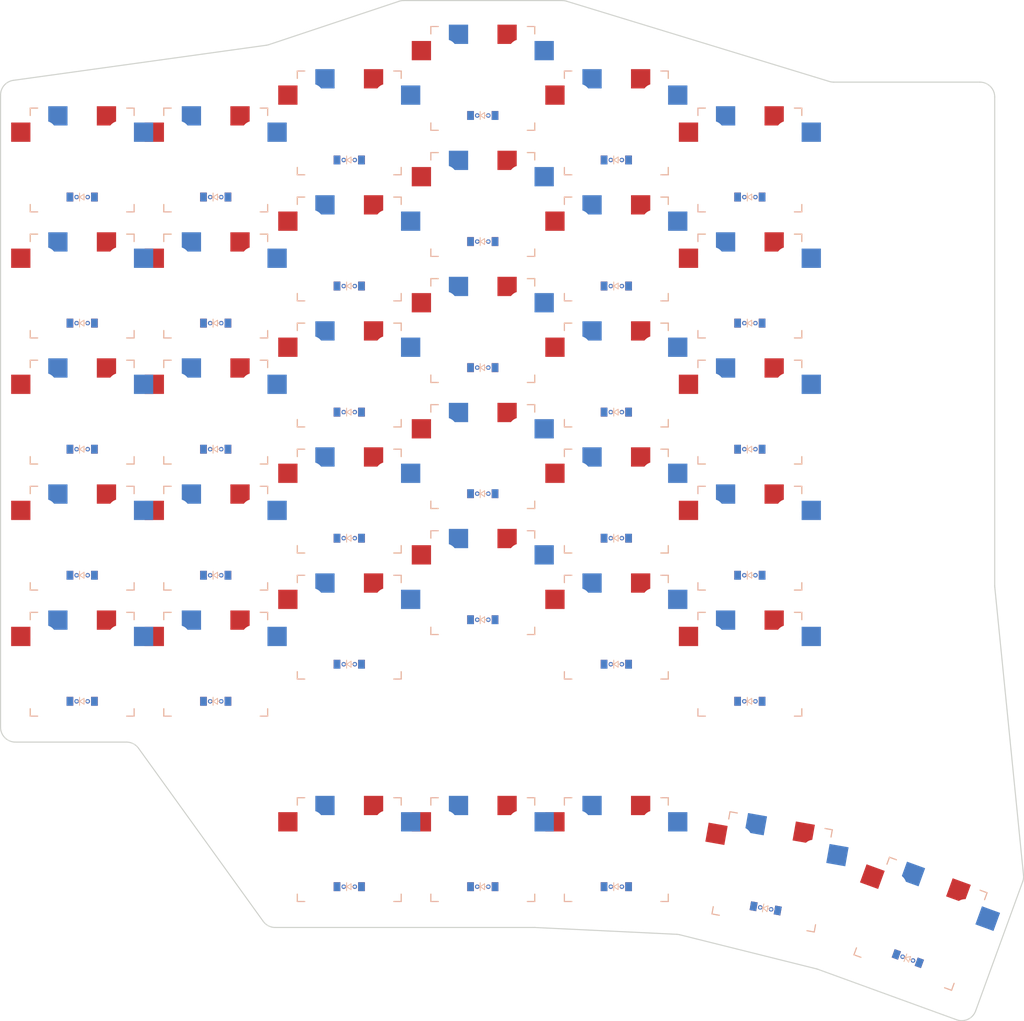
<source format=kicad_pcb>


(kicad_pcb (version 20171130) (host pcbnew 5.1.6)

  (page A3)
  (title_block
    (title "test")
    (rev "v1.0.0")
    (company "dbd")
  )

  (general
    (thickness 1.6)
  )

  (layers
    (0 F.Cu signal)
    (31 B.Cu signal)
    (32 B.Adhes user)
    (33 F.Adhes user)
    (34 B.Paste user)
    (35 F.Paste user)
    (36 B.SilkS user)
    (37 F.SilkS user)
    (38 B.Mask user)
    (39 F.Mask user)
    (40 Dwgs.User user)
    (41 Cmts.User user)
    (42 Eco1.User user)
    (43 Eco2.User user)
    (44 Edge.Cuts user)
    (45 Margin user)
    (46 B.CrtYd user)
    (47 F.CrtYd user)
    (48 B.Fab user)
    (49 F.Fab user)
  )

  (setup
    (last_trace_width 0.25)
    (trace_clearance 0.2)
    (zone_clearance 0.508)
    (zone_45_only no)
    (trace_min 0.2)
    (via_size 0.8)
    (via_drill 0.4)
    (via_min_size 0.4)
    (via_min_drill 0.3)
    (uvia_size 0.3)
    (uvia_drill 0.1)
    (uvias_allowed no)
    (uvia_min_size 0.2)
    (uvia_min_drill 0.1)
    (edge_width 0.05)
    (segment_width 0.2)
    (pcb_text_width 0.3)
    (pcb_text_size 1.5 1.5)
    (mod_edge_width 0.12)
    (mod_text_size 1 1)
    (mod_text_width 0.15)
    (pad_size 1.524 1.524)
    (pad_drill 0.762)
    (pad_to_mask_clearance 0.05)
    (aux_axis_origin 0 0)
    (visible_elements FFFFFF7F)
    (pcbplotparams
      (layerselection 0x010fc_ffffffff)
      (usegerberextensions false)
      (usegerberattributes true)
      (usegerberadvancedattributes true)
      (creategerberjobfile true)
      (excludeedgelayer true)
      (linewidth 0.100000)
      (plotframeref false)
      (viasonmask false)
      (mode 1)
      (useauxorigin false)
      (hpglpennumber 1)
      (hpglpenspeed 20)
      (hpglpendiameter 15.000000)
      (psnegative false)
      (psa4output false)
      (plotreference true)
      (plotvalue true)
      (plotinvisibletext false)
      (padsonsilk false)
      (subtractmaskfromsilk false)
      (outputformat 1)
      (mirror false)
      (drillshape 1)
      (scaleselection 1)
      (outputdirectory ""))
  )

  (net 0 "")
(net 1 "one_one")
(net 2 "P21")
(net 3 "one_two")
(net 4 "one_three")
(net 5 "one_four")
(net 6 "one_five")
(net 7 "two_one")
(net 8 "P20")
(net 9 "two_two")
(net 10 "two_three")
(net 11 "two_four")
(net 12 "two_five")
(net 13 "three_one")
(net 14 "P19")
(net 15 "three_two")
(net 16 "three_three")
(net 17 "three_four")
(net 18 "three_five")
(net 19 "four_one")
(net 20 "P18")
(net 21 "four_two")
(net 22 "four_three")
(net 23 "four_four")
(net 24 "four_five")
(net 25 "five_one")
(net 26 "P15")
(net 27 "five_two")
(net 28 "five_three")
(net 29 "five_four")
(net 30 "five_five")
(net 31 "six_one")
(net 32 "P14")
(net 33 "six_two")
(net 34 "six_three")
(net 35 "six_four")
(net 36 "six_five")
(net 37 "zero_mods")
(net 38 "one_mods")
(net 39 "two_mods")
(net 40 "three_mods")
(net 41 "four_mods")
(net 42 "P7")
(net 43 "P8")
(net 44 "P9")
(net 45 "P10")
(net 46 "P16")
(net 47 "P6")

  (net_class Default "This is the default net class."
    (clearance 0.2)
    (trace_width 0.25)
    (via_dia 0.8)
    (via_drill 0.4)
    (uvia_dia 0.3)
    (uvia_drill 0.1)
    (add_net "")
(add_net "one_one")
(add_net "P21")
(add_net "one_two")
(add_net "one_three")
(add_net "one_four")
(add_net "one_five")
(add_net "two_one")
(add_net "P20")
(add_net "two_two")
(add_net "two_three")
(add_net "two_four")
(add_net "two_five")
(add_net "three_one")
(add_net "P19")
(add_net "three_two")
(add_net "three_three")
(add_net "three_four")
(add_net "three_five")
(add_net "four_one")
(add_net "P18")
(add_net "four_two")
(add_net "four_three")
(add_net "four_four")
(add_net "four_five")
(add_net "five_one")
(add_net "P15")
(add_net "five_two")
(add_net "five_three")
(add_net "five_four")
(add_net "five_five")
(add_net "six_one")
(add_net "P14")
(add_net "six_two")
(add_net "six_three")
(add_net "six_four")
(add_net "six_five")
(add_net "zero_mods")
(add_net "one_mods")
(add_net "two_mods")
(add_net "three_mods")
(add_net "four_mods")
(add_net "P7")
(add_net "P8")
(add_net "P9")
(add_net "P10")
(add_net "P16")
(add_net "P6")
  )

  
        
      (module PG1350 (layer F.Cu) (tedit 5DD50112)
      (at 100 100 0)

      
      (fp_text reference "S1" (at 0 0) (layer F.SilkS) hide (effects (font (size 1.27 1.27) (thickness 0.15))))
      (fp_text value "" (at 0 0) (layer F.SilkS) hide (effects (font (size 1.27 1.27) (thickness 0.15))))
      
      
      (pad "" np_thru_hole circle (at 0 0) (size 3.429 3.429) (drill 3.429) (layers *.Cu *.Mask))
        
      
      (pad "" np_thru_hole circle (at 5.5 0) (size 1.7018 1.7018) (drill 1.7018) (layers *.Cu *.Mask))
      (pad "" np_thru_hole circle (at -5.5 0) (size 1.7018 1.7018) (drill 1.7018) (layers *.Cu *.Mask))
      
        
      
      (fp_line (start -9 -8.5) (end 9 -8.5) (layer Dwgs.User) (width 0.15))
      (fp_line (start 9 -8.5) (end 9 8.5) (layer Dwgs.User) (width 0.15))
      (fp_line (start 9 8.5) (end -9 8.5) (layer Dwgs.User) (width 0.15))
      (fp_line (start -9 8.5) (end -9 -8.5) (layer Dwgs.User) (width 0.15))
      
        
          
          (fp_line (start -7 -6) (end -7 -7) (layer B.SilkS) (width 0.15))
          (fp_line (start -7 7) (end -6 7) (layer B.SilkS) (width 0.15))
          (fp_line (start -6 -7) (end -7 -7) (layer B.SilkS) (width 0.15))
          (fp_line (start -7 7) (end -7 6) (layer B.SilkS) (width 0.15))
          (fp_line (start 7 6) (end 7 7) (layer B.SilkS) (width 0.15))
          (fp_line (start 7 -7) (end 6 -7) (layer B.SilkS) (width 0.15))
          (fp_line (start 6 7) (end 7 7) (layer B.SilkS) (width 0.15))
          (fp_line (start 7 -7) (end 7 -6) (layer B.SilkS) (width 0.15))      

          
          (pad "" np_thru_hole circle (at 5 -3.75) (size 3 3) (drill 3) (layers *.Cu *.Mask))
          (pad "" np_thru_hole circle (at 0 -5.95) (size 3 3) (drill 3) (layers *.Cu *.Mask))
      
          
          (pad 1 smd rect (at -3.275 -5.95 0) (size 2.6 2.6) (layers B.Cu B.Paste B.Mask)  (net 1 "one_one"))
          (pad 2 smd rect (at 8.275 -3.75 0) (size 2.6 2.6) (layers B.Cu B.Paste B.Mask)  (net 2 "P21"))
        
        
          
          (fp_line (start -7 -6) (end -7 -7) (layer F.SilkS) (width 0.15))
          (fp_line (start -7 7) (end -6 7) (layer F.SilkS) (width 0.15))
          (fp_line (start -6 -7) (end -7 -7) (layer F.SilkS) (width 0.15))
          (fp_line (start -7 7) (end -7 6) (layer F.SilkS) (width 0.15))
          (fp_line (start 7 6) (end 7 7) (layer F.SilkS) (width 0.15))
          (fp_line (start 7 -7) (end 6 -7) (layer F.SilkS) (width 0.15))
          (fp_line (start 6 7) (end 7 7) (layer F.SilkS) (width 0.15))
          (fp_line (start 7 -7) (end 7 -6) (layer F.SilkS) (width 0.15))      

          
          (pad "" np_thru_hole circle (at -5 -3.75) (size 3 3) (drill 3) (layers *.Cu *.Mask))
          (pad "" np_thru_hole circle (at 0 -5.95) (size 3 3) (drill 3) (layers *.Cu *.Mask))
      
          
          (pad 1 smd rect (at 3.275 -5.95 0) (size 2.6 2.6) (layers F.Cu F.Paste F.Mask)  (net 1 "one_one"))
          (pad 2 smd rect (at -8.275 -3.75 0) (size 2.6 2.6) (layers F.Cu F.Paste F.Mask)  (net 2 "P21"))
        )
        

        
      (module PG1350 (layer F.Cu) (tedit 5DD50112)
      (at 100 83 0)

      
      (fp_text reference "S2" (at 0 0) (layer F.SilkS) hide (effects (font (size 1.27 1.27) (thickness 0.15))))
      (fp_text value "" (at 0 0) (layer F.SilkS) hide (effects (font (size 1.27 1.27) (thickness 0.15))))
      
      
      (pad "" np_thru_hole circle (at 0 0) (size 3.429 3.429) (drill 3.429) (layers *.Cu *.Mask))
        
      
      (pad "" np_thru_hole circle (at 5.5 0) (size 1.7018 1.7018) (drill 1.7018) (layers *.Cu *.Mask))
      (pad "" np_thru_hole circle (at -5.5 0) (size 1.7018 1.7018) (drill 1.7018) (layers *.Cu *.Mask))
      
        
      
      (fp_line (start -9 -8.5) (end 9 -8.5) (layer Dwgs.User) (width 0.15))
      (fp_line (start 9 -8.5) (end 9 8.5) (layer Dwgs.User) (width 0.15))
      (fp_line (start 9 8.5) (end -9 8.5) (layer Dwgs.User) (width 0.15))
      (fp_line (start -9 8.5) (end -9 -8.5) (layer Dwgs.User) (width 0.15))
      
        
          
          (fp_line (start -7 -6) (end -7 -7) (layer B.SilkS) (width 0.15))
          (fp_line (start -7 7) (end -6 7) (layer B.SilkS) (width 0.15))
          (fp_line (start -6 -7) (end -7 -7) (layer B.SilkS) (width 0.15))
          (fp_line (start -7 7) (end -7 6) (layer B.SilkS) (width 0.15))
          (fp_line (start 7 6) (end 7 7) (layer B.SilkS) (width 0.15))
          (fp_line (start 7 -7) (end 6 -7) (layer B.SilkS) (width 0.15))
          (fp_line (start 6 7) (end 7 7) (layer B.SilkS) (width 0.15))
          (fp_line (start 7 -7) (end 7 -6) (layer B.SilkS) (width 0.15))      

          
          (pad "" np_thru_hole circle (at 5 -3.75) (size 3 3) (drill 3) (layers *.Cu *.Mask))
          (pad "" np_thru_hole circle (at 0 -5.95) (size 3 3) (drill 3) (layers *.Cu *.Mask))
      
          
          (pad 1 smd rect (at -3.275 -5.95 0) (size 2.6 2.6) (layers B.Cu B.Paste B.Mask)  (net 3 "one_two"))
          (pad 2 smd rect (at 8.275 -3.75 0) (size 2.6 2.6) (layers B.Cu B.Paste B.Mask)  (net 2 "P21"))
        
        
          
          (fp_line (start -7 -6) (end -7 -7) (layer F.SilkS) (width 0.15))
          (fp_line (start -7 7) (end -6 7) (layer F.SilkS) (width 0.15))
          (fp_line (start -6 -7) (end -7 -7) (layer F.SilkS) (width 0.15))
          (fp_line (start -7 7) (end -7 6) (layer F.SilkS) (width 0.15))
          (fp_line (start 7 6) (end 7 7) (layer F.SilkS) (width 0.15))
          (fp_line (start 7 -7) (end 6 -7) (layer F.SilkS) (width 0.15))
          (fp_line (start 6 7) (end 7 7) (layer F.SilkS) (width 0.15))
          (fp_line (start 7 -7) (end 7 -6) (layer F.SilkS) (width 0.15))      

          
          (pad "" np_thru_hole circle (at -5 -3.75) (size 3 3) (drill 3) (layers *.Cu *.Mask))
          (pad "" np_thru_hole circle (at 0 -5.95) (size 3 3) (drill 3) (layers *.Cu *.Mask))
      
          
          (pad 1 smd rect (at 3.275 -5.95 0) (size 2.6 2.6) (layers F.Cu F.Paste F.Mask)  (net 3 "one_two"))
          (pad 2 smd rect (at -8.275 -3.75 0) (size 2.6 2.6) (layers F.Cu F.Paste F.Mask)  (net 2 "P21"))
        )
        

        
      (module PG1350 (layer F.Cu) (tedit 5DD50112)
      (at 100 66 0)

      
      (fp_text reference "S3" (at 0 0) (layer F.SilkS) hide (effects (font (size 1.27 1.27) (thickness 0.15))))
      (fp_text value "" (at 0 0) (layer F.SilkS) hide (effects (font (size 1.27 1.27) (thickness 0.15))))
      
      
      (pad "" np_thru_hole circle (at 0 0) (size 3.429 3.429) (drill 3.429) (layers *.Cu *.Mask))
        
      
      (pad "" np_thru_hole circle (at 5.5 0) (size 1.7018 1.7018) (drill 1.7018) (layers *.Cu *.Mask))
      (pad "" np_thru_hole circle (at -5.5 0) (size 1.7018 1.7018) (drill 1.7018) (layers *.Cu *.Mask))
      
        
      
      (fp_line (start -9 -8.5) (end 9 -8.5) (layer Dwgs.User) (width 0.15))
      (fp_line (start 9 -8.5) (end 9 8.5) (layer Dwgs.User) (width 0.15))
      (fp_line (start 9 8.5) (end -9 8.5) (layer Dwgs.User) (width 0.15))
      (fp_line (start -9 8.5) (end -9 -8.5) (layer Dwgs.User) (width 0.15))
      
        
          
          (fp_line (start -7 -6) (end -7 -7) (layer B.SilkS) (width 0.15))
          (fp_line (start -7 7) (end -6 7) (layer B.SilkS) (width 0.15))
          (fp_line (start -6 -7) (end -7 -7) (layer B.SilkS) (width 0.15))
          (fp_line (start -7 7) (end -7 6) (layer B.SilkS) (width 0.15))
          (fp_line (start 7 6) (end 7 7) (layer B.SilkS) (width 0.15))
          (fp_line (start 7 -7) (end 6 -7) (layer B.SilkS) (width 0.15))
          (fp_line (start 6 7) (end 7 7) (layer B.SilkS) (width 0.15))
          (fp_line (start 7 -7) (end 7 -6) (layer B.SilkS) (width 0.15))      

          
          (pad "" np_thru_hole circle (at 5 -3.75) (size 3 3) (drill 3) (layers *.Cu *.Mask))
          (pad "" np_thru_hole circle (at 0 -5.95) (size 3 3) (drill 3) (layers *.Cu *.Mask))
      
          
          (pad 1 smd rect (at -3.275 -5.95 0) (size 2.6 2.6) (layers B.Cu B.Paste B.Mask)  (net 4 "one_three"))
          (pad 2 smd rect (at 8.275 -3.75 0) (size 2.6 2.6) (layers B.Cu B.Paste B.Mask)  (net 2 "P21"))
        
        
          
          (fp_line (start -7 -6) (end -7 -7) (layer F.SilkS) (width 0.15))
          (fp_line (start -7 7) (end -6 7) (layer F.SilkS) (width 0.15))
          (fp_line (start -6 -7) (end -7 -7) (layer F.SilkS) (width 0.15))
          (fp_line (start -7 7) (end -7 6) (layer F.SilkS) (width 0.15))
          (fp_line (start 7 6) (end 7 7) (layer F.SilkS) (width 0.15))
          (fp_line (start 7 -7) (end 6 -7) (layer F.SilkS) (width 0.15))
          (fp_line (start 6 7) (end 7 7) (layer F.SilkS) (width 0.15))
          (fp_line (start 7 -7) (end 7 -6) (layer F.SilkS) (width 0.15))      

          
          (pad "" np_thru_hole circle (at -5 -3.75) (size 3 3) (drill 3) (layers *.Cu *.Mask))
          (pad "" np_thru_hole circle (at 0 -5.95) (size 3 3) (drill 3) (layers *.Cu *.Mask))
      
          
          (pad 1 smd rect (at 3.275 -5.95 0) (size 2.6 2.6) (layers F.Cu F.Paste F.Mask)  (net 4 "one_three"))
          (pad 2 smd rect (at -8.275 -3.75 0) (size 2.6 2.6) (layers F.Cu F.Paste F.Mask)  (net 2 "P21"))
        )
        

        
      (module PG1350 (layer F.Cu) (tedit 5DD50112)
      (at 100 49 0)

      
      (fp_text reference "S4" (at 0 0) (layer F.SilkS) hide (effects (font (size 1.27 1.27) (thickness 0.15))))
      (fp_text value "" (at 0 0) (layer F.SilkS) hide (effects (font (size 1.27 1.27) (thickness 0.15))))
      
      
      (pad "" np_thru_hole circle (at 0 0) (size 3.429 3.429) (drill 3.429) (layers *.Cu *.Mask))
        
      
      (pad "" np_thru_hole circle (at 5.5 0) (size 1.7018 1.7018) (drill 1.7018) (layers *.Cu *.Mask))
      (pad "" np_thru_hole circle (at -5.5 0) (size 1.7018 1.7018) (drill 1.7018) (layers *.Cu *.Mask))
      
        
      
      (fp_line (start -9 -8.5) (end 9 -8.5) (layer Dwgs.User) (width 0.15))
      (fp_line (start 9 -8.5) (end 9 8.5) (layer Dwgs.User) (width 0.15))
      (fp_line (start 9 8.5) (end -9 8.5) (layer Dwgs.User) (width 0.15))
      (fp_line (start -9 8.5) (end -9 -8.5) (layer Dwgs.User) (width 0.15))
      
        
          
          (fp_line (start -7 -6) (end -7 -7) (layer B.SilkS) (width 0.15))
          (fp_line (start -7 7) (end -6 7) (layer B.SilkS) (width 0.15))
          (fp_line (start -6 -7) (end -7 -7) (layer B.SilkS) (width 0.15))
          (fp_line (start -7 7) (end -7 6) (layer B.SilkS) (width 0.15))
          (fp_line (start 7 6) (end 7 7) (layer B.SilkS) (width 0.15))
          (fp_line (start 7 -7) (end 6 -7) (layer B.SilkS) (width 0.15))
          (fp_line (start 6 7) (end 7 7) (layer B.SilkS) (width 0.15))
          (fp_line (start 7 -7) (end 7 -6) (layer B.SilkS) (width 0.15))      

          
          (pad "" np_thru_hole circle (at 5 -3.75) (size 3 3) (drill 3) (layers *.Cu *.Mask))
          (pad "" np_thru_hole circle (at 0 -5.95) (size 3 3) (drill 3) (layers *.Cu *.Mask))
      
          
          (pad 1 smd rect (at -3.275 -5.95 0) (size 2.6 2.6) (layers B.Cu B.Paste B.Mask)  (net 5 "one_four"))
          (pad 2 smd rect (at 8.275 -3.75 0) (size 2.6 2.6) (layers B.Cu B.Paste B.Mask)  (net 2 "P21"))
        
        
          
          (fp_line (start -7 -6) (end -7 -7) (layer F.SilkS) (width 0.15))
          (fp_line (start -7 7) (end -6 7) (layer F.SilkS) (width 0.15))
          (fp_line (start -6 -7) (end -7 -7) (layer F.SilkS) (width 0.15))
          (fp_line (start -7 7) (end -7 6) (layer F.SilkS) (width 0.15))
          (fp_line (start 7 6) (end 7 7) (layer F.SilkS) (width 0.15))
          (fp_line (start 7 -7) (end 6 -7) (layer F.SilkS) (width 0.15))
          (fp_line (start 6 7) (end 7 7) (layer F.SilkS) (width 0.15))
          (fp_line (start 7 -7) (end 7 -6) (layer F.SilkS) (width 0.15))      

          
          (pad "" np_thru_hole circle (at -5 -3.75) (size 3 3) (drill 3) (layers *.Cu *.Mask))
          (pad "" np_thru_hole circle (at 0 -5.95) (size 3 3) (drill 3) (layers *.Cu *.Mask))
      
          
          (pad 1 smd rect (at 3.275 -5.95 0) (size 2.6 2.6) (layers F.Cu F.Paste F.Mask)  (net 5 "one_four"))
          (pad 2 smd rect (at -8.275 -3.75 0) (size 2.6 2.6) (layers F.Cu F.Paste F.Mask)  (net 2 "P21"))
        )
        

        
      (module PG1350 (layer F.Cu) (tedit 5DD50112)
      (at 100 32 0)

      
      (fp_text reference "S5" (at 0 0) (layer F.SilkS) hide (effects (font (size 1.27 1.27) (thickness 0.15))))
      (fp_text value "" (at 0 0) (layer F.SilkS) hide (effects (font (size 1.27 1.27) (thickness 0.15))))
      
      
      (pad "" np_thru_hole circle (at 0 0) (size 3.429 3.429) (drill 3.429) (layers *.Cu *.Mask))
        
      
      (pad "" np_thru_hole circle (at 5.5 0) (size 1.7018 1.7018) (drill 1.7018) (layers *.Cu *.Mask))
      (pad "" np_thru_hole circle (at -5.5 0) (size 1.7018 1.7018) (drill 1.7018) (layers *.Cu *.Mask))
      
        
      
      (fp_line (start -9 -8.5) (end 9 -8.5) (layer Dwgs.User) (width 0.15))
      (fp_line (start 9 -8.5) (end 9 8.5) (layer Dwgs.User) (width 0.15))
      (fp_line (start 9 8.5) (end -9 8.5) (layer Dwgs.User) (width 0.15))
      (fp_line (start -9 8.5) (end -9 -8.5) (layer Dwgs.User) (width 0.15))
      
        
          
          (fp_line (start -7 -6) (end -7 -7) (layer B.SilkS) (width 0.15))
          (fp_line (start -7 7) (end -6 7) (layer B.SilkS) (width 0.15))
          (fp_line (start -6 -7) (end -7 -7) (layer B.SilkS) (width 0.15))
          (fp_line (start -7 7) (end -7 6) (layer B.SilkS) (width 0.15))
          (fp_line (start 7 6) (end 7 7) (layer B.SilkS) (width 0.15))
          (fp_line (start 7 -7) (end 6 -7) (layer B.SilkS) (width 0.15))
          (fp_line (start 6 7) (end 7 7) (layer B.SilkS) (width 0.15))
          (fp_line (start 7 -7) (end 7 -6) (layer B.SilkS) (width 0.15))      

          
          (pad "" np_thru_hole circle (at 5 -3.75) (size 3 3) (drill 3) (layers *.Cu *.Mask))
          (pad "" np_thru_hole circle (at 0 -5.95) (size 3 3) (drill 3) (layers *.Cu *.Mask))
      
          
          (pad 1 smd rect (at -3.275 -5.95 0) (size 2.6 2.6) (layers B.Cu B.Paste B.Mask)  (net 6 "one_five"))
          (pad 2 smd rect (at 8.275 -3.75 0) (size 2.6 2.6) (layers B.Cu B.Paste B.Mask)  (net 2 "P21"))
        
        
          
          (fp_line (start -7 -6) (end -7 -7) (layer F.SilkS) (width 0.15))
          (fp_line (start -7 7) (end -6 7) (layer F.SilkS) (width 0.15))
          (fp_line (start -6 -7) (end -7 -7) (layer F.SilkS) (width 0.15))
          (fp_line (start -7 7) (end -7 6) (layer F.SilkS) (width 0.15))
          (fp_line (start 7 6) (end 7 7) (layer F.SilkS) (width 0.15))
          (fp_line (start 7 -7) (end 6 -7) (layer F.SilkS) (width 0.15))
          (fp_line (start 6 7) (end 7 7) (layer F.SilkS) (width 0.15))
          (fp_line (start 7 -7) (end 7 -6) (layer F.SilkS) (width 0.15))      

          
          (pad "" np_thru_hole circle (at -5 -3.75) (size 3 3) (drill 3) (layers *.Cu *.Mask))
          (pad "" np_thru_hole circle (at 0 -5.95) (size 3 3) (drill 3) (layers *.Cu *.Mask))
      
          
          (pad 1 smd rect (at 3.275 -5.95 0) (size 2.6 2.6) (layers F.Cu F.Paste F.Mask)  (net 6 "one_five"))
          (pad 2 smd rect (at -8.275 -3.75 0) (size 2.6 2.6) (layers F.Cu F.Paste F.Mask)  (net 2 "P21"))
        )
        

        
      (module PG1350 (layer F.Cu) (tedit 5DD50112)
      (at 118 100 0)

      
      (fp_text reference "S6" (at 0 0) (layer F.SilkS) hide (effects (font (size 1.27 1.27) (thickness 0.15))))
      (fp_text value "" (at 0 0) (layer F.SilkS) hide (effects (font (size 1.27 1.27) (thickness 0.15))))
      
      
      (pad "" np_thru_hole circle (at 0 0) (size 3.429 3.429) (drill 3.429) (layers *.Cu *.Mask))
        
      
      (pad "" np_thru_hole circle (at 5.5 0) (size 1.7018 1.7018) (drill 1.7018) (layers *.Cu *.Mask))
      (pad "" np_thru_hole circle (at -5.5 0) (size 1.7018 1.7018) (drill 1.7018) (layers *.Cu *.Mask))
      
        
      
      (fp_line (start -9 -8.5) (end 9 -8.5) (layer Dwgs.User) (width 0.15))
      (fp_line (start 9 -8.5) (end 9 8.5) (layer Dwgs.User) (width 0.15))
      (fp_line (start 9 8.5) (end -9 8.5) (layer Dwgs.User) (width 0.15))
      (fp_line (start -9 8.5) (end -9 -8.5) (layer Dwgs.User) (width 0.15))
      
        
          
          (fp_line (start -7 -6) (end -7 -7) (layer B.SilkS) (width 0.15))
          (fp_line (start -7 7) (end -6 7) (layer B.SilkS) (width 0.15))
          (fp_line (start -6 -7) (end -7 -7) (layer B.SilkS) (width 0.15))
          (fp_line (start -7 7) (end -7 6) (layer B.SilkS) (width 0.15))
          (fp_line (start 7 6) (end 7 7) (layer B.SilkS) (width 0.15))
          (fp_line (start 7 -7) (end 6 -7) (layer B.SilkS) (width 0.15))
          (fp_line (start 6 7) (end 7 7) (layer B.SilkS) (width 0.15))
          (fp_line (start 7 -7) (end 7 -6) (layer B.SilkS) (width 0.15))      

          
          (pad "" np_thru_hole circle (at 5 -3.75) (size 3 3) (drill 3) (layers *.Cu *.Mask))
          (pad "" np_thru_hole circle (at 0 -5.95) (size 3 3) (drill 3) (layers *.Cu *.Mask))
      
          
          (pad 1 smd rect (at -3.275 -5.95 0) (size 2.6 2.6) (layers B.Cu B.Paste B.Mask)  (net 7 "two_one"))
          (pad 2 smd rect (at 8.275 -3.75 0) (size 2.6 2.6) (layers B.Cu B.Paste B.Mask)  (net 8 "P20"))
        
        
          
          (fp_line (start -7 -6) (end -7 -7) (layer F.SilkS) (width 0.15))
          (fp_line (start -7 7) (end -6 7) (layer F.SilkS) (width 0.15))
          (fp_line (start -6 -7) (end -7 -7) (layer F.SilkS) (width 0.15))
          (fp_line (start -7 7) (end -7 6) (layer F.SilkS) (width 0.15))
          (fp_line (start 7 6) (end 7 7) (layer F.SilkS) (width 0.15))
          (fp_line (start 7 -7) (end 6 -7) (layer F.SilkS) (width 0.15))
          (fp_line (start 6 7) (end 7 7) (layer F.SilkS) (width 0.15))
          (fp_line (start 7 -7) (end 7 -6) (layer F.SilkS) (width 0.15))      

          
          (pad "" np_thru_hole circle (at -5 -3.75) (size 3 3) (drill 3) (layers *.Cu *.Mask))
          (pad "" np_thru_hole circle (at 0 -5.95) (size 3 3) (drill 3) (layers *.Cu *.Mask))
      
          
          (pad 1 smd rect (at 3.275 -5.95 0) (size 2.6 2.6) (layers F.Cu F.Paste F.Mask)  (net 7 "two_one"))
          (pad 2 smd rect (at -8.275 -3.75 0) (size 2.6 2.6) (layers F.Cu F.Paste F.Mask)  (net 8 "P20"))
        )
        

        
      (module PG1350 (layer F.Cu) (tedit 5DD50112)
      (at 118 83 0)

      
      (fp_text reference "S7" (at 0 0) (layer F.SilkS) hide (effects (font (size 1.27 1.27) (thickness 0.15))))
      (fp_text value "" (at 0 0) (layer F.SilkS) hide (effects (font (size 1.27 1.27) (thickness 0.15))))
      
      
      (pad "" np_thru_hole circle (at 0 0) (size 3.429 3.429) (drill 3.429) (layers *.Cu *.Mask))
        
      
      (pad "" np_thru_hole circle (at 5.5 0) (size 1.7018 1.7018) (drill 1.7018) (layers *.Cu *.Mask))
      (pad "" np_thru_hole circle (at -5.5 0) (size 1.7018 1.7018) (drill 1.7018) (layers *.Cu *.Mask))
      
        
      
      (fp_line (start -9 -8.5) (end 9 -8.5) (layer Dwgs.User) (width 0.15))
      (fp_line (start 9 -8.5) (end 9 8.5) (layer Dwgs.User) (width 0.15))
      (fp_line (start 9 8.5) (end -9 8.5) (layer Dwgs.User) (width 0.15))
      (fp_line (start -9 8.5) (end -9 -8.5) (layer Dwgs.User) (width 0.15))
      
        
          
          (fp_line (start -7 -6) (end -7 -7) (layer B.SilkS) (width 0.15))
          (fp_line (start -7 7) (end -6 7) (layer B.SilkS) (width 0.15))
          (fp_line (start -6 -7) (end -7 -7) (layer B.SilkS) (width 0.15))
          (fp_line (start -7 7) (end -7 6) (layer B.SilkS) (width 0.15))
          (fp_line (start 7 6) (end 7 7) (layer B.SilkS) (width 0.15))
          (fp_line (start 7 -7) (end 6 -7) (layer B.SilkS) (width 0.15))
          (fp_line (start 6 7) (end 7 7) (layer B.SilkS) (width 0.15))
          (fp_line (start 7 -7) (end 7 -6) (layer B.SilkS) (width 0.15))      

          
          (pad "" np_thru_hole circle (at 5 -3.75) (size 3 3) (drill 3) (layers *.Cu *.Mask))
          (pad "" np_thru_hole circle (at 0 -5.95) (size 3 3) (drill 3) (layers *.Cu *.Mask))
      
          
          (pad 1 smd rect (at -3.275 -5.95 0) (size 2.6 2.6) (layers B.Cu B.Paste B.Mask)  (net 9 "two_two"))
          (pad 2 smd rect (at 8.275 -3.75 0) (size 2.6 2.6) (layers B.Cu B.Paste B.Mask)  (net 8 "P20"))
        
        
          
          (fp_line (start -7 -6) (end -7 -7) (layer F.SilkS) (width 0.15))
          (fp_line (start -7 7) (end -6 7) (layer F.SilkS) (width 0.15))
          (fp_line (start -6 -7) (end -7 -7) (layer F.SilkS) (width 0.15))
          (fp_line (start -7 7) (end -7 6) (layer F.SilkS) (width 0.15))
          (fp_line (start 7 6) (end 7 7) (layer F.SilkS) (width 0.15))
          (fp_line (start 7 -7) (end 6 -7) (layer F.SilkS) (width 0.15))
          (fp_line (start 6 7) (end 7 7) (layer F.SilkS) (width 0.15))
          (fp_line (start 7 -7) (end 7 -6) (layer F.SilkS) (width 0.15))      

          
          (pad "" np_thru_hole circle (at -5 -3.75) (size 3 3) (drill 3) (layers *.Cu *.Mask))
          (pad "" np_thru_hole circle (at 0 -5.95) (size 3 3) (drill 3) (layers *.Cu *.Mask))
      
          
          (pad 1 smd rect (at 3.275 -5.95 0) (size 2.6 2.6) (layers F.Cu F.Paste F.Mask)  (net 9 "two_two"))
          (pad 2 smd rect (at -8.275 -3.75 0) (size 2.6 2.6) (layers F.Cu F.Paste F.Mask)  (net 8 "P20"))
        )
        

        
      (module PG1350 (layer F.Cu) (tedit 5DD50112)
      (at 118 66 0)

      
      (fp_text reference "S8" (at 0 0) (layer F.SilkS) hide (effects (font (size 1.27 1.27) (thickness 0.15))))
      (fp_text value "" (at 0 0) (layer F.SilkS) hide (effects (font (size 1.27 1.27) (thickness 0.15))))
      
      
      (pad "" np_thru_hole circle (at 0 0) (size 3.429 3.429) (drill 3.429) (layers *.Cu *.Mask))
        
      
      (pad "" np_thru_hole circle (at 5.5 0) (size 1.7018 1.7018) (drill 1.7018) (layers *.Cu *.Mask))
      (pad "" np_thru_hole circle (at -5.5 0) (size 1.7018 1.7018) (drill 1.7018) (layers *.Cu *.Mask))
      
        
      
      (fp_line (start -9 -8.5) (end 9 -8.5) (layer Dwgs.User) (width 0.15))
      (fp_line (start 9 -8.5) (end 9 8.5) (layer Dwgs.User) (width 0.15))
      (fp_line (start 9 8.5) (end -9 8.5) (layer Dwgs.User) (width 0.15))
      (fp_line (start -9 8.5) (end -9 -8.5) (layer Dwgs.User) (width 0.15))
      
        
          
          (fp_line (start -7 -6) (end -7 -7) (layer B.SilkS) (width 0.15))
          (fp_line (start -7 7) (end -6 7) (layer B.SilkS) (width 0.15))
          (fp_line (start -6 -7) (end -7 -7) (layer B.SilkS) (width 0.15))
          (fp_line (start -7 7) (end -7 6) (layer B.SilkS) (width 0.15))
          (fp_line (start 7 6) (end 7 7) (layer B.SilkS) (width 0.15))
          (fp_line (start 7 -7) (end 6 -7) (layer B.SilkS) (width 0.15))
          (fp_line (start 6 7) (end 7 7) (layer B.SilkS) (width 0.15))
          (fp_line (start 7 -7) (end 7 -6) (layer B.SilkS) (width 0.15))      

          
          (pad "" np_thru_hole circle (at 5 -3.75) (size 3 3) (drill 3) (layers *.Cu *.Mask))
          (pad "" np_thru_hole circle (at 0 -5.95) (size 3 3) (drill 3) (layers *.Cu *.Mask))
      
          
          (pad 1 smd rect (at -3.275 -5.95 0) (size 2.6 2.6) (layers B.Cu B.Paste B.Mask)  (net 10 "two_three"))
          (pad 2 smd rect (at 8.275 -3.75 0) (size 2.6 2.6) (layers B.Cu B.Paste B.Mask)  (net 8 "P20"))
        
        
          
          (fp_line (start -7 -6) (end -7 -7) (layer F.SilkS) (width 0.15))
          (fp_line (start -7 7) (end -6 7) (layer F.SilkS) (width 0.15))
          (fp_line (start -6 -7) (end -7 -7) (layer F.SilkS) (width 0.15))
          (fp_line (start -7 7) (end -7 6) (layer F.SilkS) (width 0.15))
          (fp_line (start 7 6) (end 7 7) (layer F.SilkS) (width 0.15))
          (fp_line (start 7 -7) (end 6 -7) (layer F.SilkS) (width 0.15))
          (fp_line (start 6 7) (end 7 7) (layer F.SilkS) (width 0.15))
          (fp_line (start 7 -7) (end 7 -6) (layer F.SilkS) (width 0.15))      

          
          (pad "" np_thru_hole circle (at -5 -3.75) (size 3 3) (drill 3) (layers *.Cu *.Mask))
          (pad "" np_thru_hole circle (at 0 -5.95) (size 3 3) (drill 3) (layers *.Cu *.Mask))
      
          
          (pad 1 smd rect (at 3.275 -5.95 0) (size 2.6 2.6) (layers F.Cu F.Paste F.Mask)  (net 10 "two_three"))
          (pad 2 smd rect (at -8.275 -3.75 0) (size 2.6 2.6) (layers F.Cu F.Paste F.Mask)  (net 8 "P20"))
        )
        

        
      (module PG1350 (layer F.Cu) (tedit 5DD50112)
      (at 118 49 0)

      
      (fp_text reference "S9" (at 0 0) (layer F.SilkS) hide (effects (font (size 1.27 1.27) (thickness 0.15))))
      (fp_text value "" (at 0 0) (layer F.SilkS) hide (effects (font (size 1.27 1.27) (thickness 0.15))))
      
      
      (pad "" np_thru_hole circle (at 0 0) (size 3.429 3.429) (drill 3.429) (layers *.Cu *.Mask))
        
      
      (pad "" np_thru_hole circle (at 5.5 0) (size 1.7018 1.7018) (drill 1.7018) (layers *.Cu *.Mask))
      (pad "" np_thru_hole circle (at -5.5 0) (size 1.7018 1.7018) (drill 1.7018) (layers *.Cu *.Mask))
      
        
      
      (fp_line (start -9 -8.5) (end 9 -8.5) (layer Dwgs.User) (width 0.15))
      (fp_line (start 9 -8.5) (end 9 8.5) (layer Dwgs.User) (width 0.15))
      (fp_line (start 9 8.5) (end -9 8.5) (layer Dwgs.User) (width 0.15))
      (fp_line (start -9 8.5) (end -9 -8.5) (layer Dwgs.User) (width 0.15))
      
        
          
          (fp_line (start -7 -6) (end -7 -7) (layer B.SilkS) (width 0.15))
          (fp_line (start -7 7) (end -6 7) (layer B.SilkS) (width 0.15))
          (fp_line (start -6 -7) (end -7 -7) (layer B.SilkS) (width 0.15))
          (fp_line (start -7 7) (end -7 6) (layer B.SilkS) (width 0.15))
          (fp_line (start 7 6) (end 7 7) (layer B.SilkS) (width 0.15))
          (fp_line (start 7 -7) (end 6 -7) (layer B.SilkS) (width 0.15))
          (fp_line (start 6 7) (end 7 7) (layer B.SilkS) (width 0.15))
          (fp_line (start 7 -7) (end 7 -6) (layer B.SilkS) (width 0.15))      

          
          (pad "" np_thru_hole circle (at 5 -3.75) (size 3 3) (drill 3) (layers *.Cu *.Mask))
          (pad "" np_thru_hole circle (at 0 -5.95) (size 3 3) (drill 3) (layers *.Cu *.Mask))
      
          
          (pad 1 smd rect (at -3.275 -5.95 0) (size 2.6 2.6) (layers B.Cu B.Paste B.Mask)  (net 11 "two_four"))
          (pad 2 smd rect (at 8.275 -3.75 0) (size 2.6 2.6) (layers B.Cu B.Paste B.Mask)  (net 8 "P20"))
        
        
          
          (fp_line (start -7 -6) (end -7 -7) (layer F.SilkS) (width 0.15))
          (fp_line (start -7 7) (end -6 7) (layer F.SilkS) (width 0.15))
          (fp_line (start -6 -7) (end -7 -7) (layer F.SilkS) (width 0.15))
          (fp_line (start -7 7) (end -7 6) (layer F.SilkS) (width 0.15))
          (fp_line (start 7 6) (end 7 7) (layer F.SilkS) (width 0.15))
          (fp_line (start 7 -7) (end 6 -7) (layer F.SilkS) (width 0.15))
          (fp_line (start 6 7) (end 7 7) (layer F.SilkS) (width 0.15))
          (fp_line (start 7 -7) (end 7 -6) (layer F.SilkS) (width 0.15))      

          
          (pad "" np_thru_hole circle (at -5 -3.75) (size 3 3) (drill 3) (layers *.Cu *.Mask))
          (pad "" np_thru_hole circle (at 0 -5.95) (size 3 3) (drill 3) (layers *.Cu *.Mask))
      
          
          (pad 1 smd rect (at 3.275 -5.95 0) (size 2.6 2.6) (layers F.Cu F.Paste F.Mask)  (net 11 "two_four"))
          (pad 2 smd rect (at -8.275 -3.75 0) (size 2.6 2.6) (layers F.Cu F.Paste F.Mask)  (net 8 "P20"))
        )
        

        
      (module PG1350 (layer F.Cu) (tedit 5DD50112)
      (at 118 32 0)

      
      (fp_text reference "S10" (at 0 0) (layer F.SilkS) hide (effects (font (size 1.27 1.27) (thickness 0.15))))
      (fp_text value "" (at 0 0) (layer F.SilkS) hide (effects (font (size 1.27 1.27) (thickness 0.15))))
      
      
      (pad "" np_thru_hole circle (at 0 0) (size 3.429 3.429) (drill 3.429) (layers *.Cu *.Mask))
        
      
      (pad "" np_thru_hole circle (at 5.5 0) (size 1.7018 1.7018) (drill 1.7018) (layers *.Cu *.Mask))
      (pad "" np_thru_hole circle (at -5.5 0) (size 1.7018 1.7018) (drill 1.7018) (layers *.Cu *.Mask))
      
        
      
      (fp_line (start -9 -8.5) (end 9 -8.5) (layer Dwgs.User) (width 0.15))
      (fp_line (start 9 -8.5) (end 9 8.5) (layer Dwgs.User) (width 0.15))
      (fp_line (start 9 8.5) (end -9 8.5) (layer Dwgs.User) (width 0.15))
      (fp_line (start -9 8.5) (end -9 -8.5) (layer Dwgs.User) (width 0.15))
      
        
          
          (fp_line (start -7 -6) (end -7 -7) (layer B.SilkS) (width 0.15))
          (fp_line (start -7 7) (end -6 7) (layer B.SilkS) (width 0.15))
          (fp_line (start -6 -7) (end -7 -7) (layer B.SilkS) (width 0.15))
          (fp_line (start -7 7) (end -7 6) (layer B.SilkS) (width 0.15))
          (fp_line (start 7 6) (end 7 7) (layer B.SilkS) (width 0.15))
          (fp_line (start 7 -7) (end 6 -7) (layer B.SilkS) (width 0.15))
          (fp_line (start 6 7) (end 7 7) (layer B.SilkS) (width 0.15))
          (fp_line (start 7 -7) (end 7 -6) (layer B.SilkS) (width 0.15))      

          
          (pad "" np_thru_hole circle (at 5 -3.75) (size 3 3) (drill 3) (layers *.Cu *.Mask))
          (pad "" np_thru_hole circle (at 0 -5.95) (size 3 3) (drill 3) (layers *.Cu *.Mask))
      
          
          (pad 1 smd rect (at -3.275 -5.95 0) (size 2.6 2.6) (layers B.Cu B.Paste B.Mask)  (net 12 "two_five"))
          (pad 2 smd rect (at 8.275 -3.75 0) (size 2.6 2.6) (layers B.Cu B.Paste B.Mask)  (net 8 "P20"))
        
        
          
          (fp_line (start -7 -6) (end -7 -7) (layer F.SilkS) (width 0.15))
          (fp_line (start -7 7) (end -6 7) (layer F.SilkS) (width 0.15))
          (fp_line (start -6 -7) (end -7 -7) (layer F.SilkS) (width 0.15))
          (fp_line (start -7 7) (end -7 6) (layer F.SilkS) (width 0.15))
          (fp_line (start 7 6) (end 7 7) (layer F.SilkS) (width 0.15))
          (fp_line (start 7 -7) (end 6 -7) (layer F.SilkS) (width 0.15))
          (fp_line (start 6 7) (end 7 7) (layer F.SilkS) (width 0.15))
          (fp_line (start 7 -7) (end 7 -6) (layer F.SilkS) (width 0.15))      

          
          (pad "" np_thru_hole circle (at -5 -3.75) (size 3 3) (drill 3) (layers *.Cu *.Mask))
          (pad "" np_thru_hole circle (at 0 -5.95) (size 3 3) (drill 3) (layers *.Cu *.Mask))
      
          
          (pad 1 smd rect (at 3.275 -5.95 0) (size 2.6 2.6) (layers F.Cu F.Paste F.Mask)  (net 12 "two_five"))
          (pad 2 smd rect (at -8.275 -3.75 0) (size 2.6 2.6) (layers F.Cu F.Paste F.Mask)  (net 8 "P20"))
        )
        

        
      (module PG1350 (layer F.Cu) (tedit 5DD50112)
      (at 136 95 0)

      
      (fp_text reference "S11" (at 0 0) (layer F.SilkS) hide (effects (font (size 1.27 1.27) (thickness 0.15))))
      (fp_text value "" (at 0 0) (layer F.SilkS) hide (effects (font (size 1.27 1.27) (thickness 0.15))))
      
      
      (pad "" np_thru_hole circle (at 0 0) (size 3.429 3.429) (drill 3.429) (layers *.Cu *.Mask))
        
      
      (pad "" np_thru_hole circle (at 5.5 0) (size 1.7018 1.7018) (drill 1.7018) (layers *.Cu *.Mask))
      (pad "" np_thru_hole circle (at -5.5 0) (size 1.7018 1.7018) (drill 1.7018) (layers *.Cu *.Mask))
      
        
      
      (fp_line (start -9 -8.5) (end 9 -8.5) (layer Dwgs.User) (width 0.15))
      (fp_line (start 9 -8.5) (end 9 8.5) (layer Dwgs.User) (width 0.15))
      (fp_line (start 9 8.5) (end -9 8.5) (layer Dwgs.User) (width 0.15))
      (fp_line (start -9 8.5) (end -9 -8.5) (layer Dwgs.User) (width 0.15))
      
        
          
          (fp_line (start -7 -6) (end -7 -7) (layer B.SilkS) (width 0.15))
          (fp_line (start -7 7) (end -6 7) (layer B.SilkS) (width 0.15))
          (fp_line (start -6 -7) (end -7 -7) (layer B.SilkS) (width 0.15))
          (fp_line (start -7 7) (end -7 6) (layer B.SilkS) (width 0.15))
          (fp_line (start 7 6) (end 7 7) (layer B.SilkS) (width 0.15))
          (fp_line (start 7 -7) (end 6 -7) (layer B.SilkS) (width 0.15))
          (fp_line (start 6 7) (end 7 7) (layer B.SilkS) (width 0.15))
          (fp_line (start 7 -7) (end 7 -6) (layer B.SilkS) (width 0.15))      

          
          (pad "" np_thru_hole circle (at 5 -3.75) (size 3 3) (drill 3) (layers *.Cu *.Mask))
          (pad "" np_thru_hole circle (at 0 -5.95) (size 3 3) (drill 3) (layers *.Cu *.Mask))
      
          
          (pad 1 smd rect (at -3.275 -5.95 0) (size 2.6 2.6) (layers B.Cu B.Paste B.Mask)  (net 13 "three_one"))
          (pad 2 smd rect (at 8.275 -3.75 0) (size 2.6 2.6) (layers B.Cu B.Paste B.Mask)  (net 14 "P19"))
        
        
          
          (fp_line (start -7 -6) (end -7 -7) (layer F.SilkS) (width 0.15))
          (fp_line (start -7 7) (end -6 7) (layer F.SilkS) (width 0.15))
          (fp_line (start -6 -7) (end -7 -7) (layer F.SilkS) (width 0.15))
          (fp_line (start -7 7) (end -7 6) (layer F.SilkS) (width 0.15))
          (fp_line (start 7 6) (end 7 7) (layer F.SilkS) (width 0.15))
          (fp_line (start 7 -7) (end 6 -7) (layer F.SilkS) (width 0.15))
          (fp_line (start 6 7) (end 7 7) (layer F.SilkS) (width 0.15))
          (fp_line (start 7 -7) (end 7 -6) (layer F.SilkS) (width 0.15))      

          
          (pad "" np_thru_hole circle (at -5 -3.75) (size 3 3) (drill 3) (layers *.Cu *.Mask))
          (pad "" np_thru_hole circle (at 0 -5.95) (size 3 3) (drill 3) (layers *.Cu *.Mask))
      
          
          (pad 1 smd rect (at 3.275 -5.95 0) (size 2.6 2.6) (layers F.Cu F.Paste F.Mask)  (net 13 "three_one"))
          (pad 2 smd rect (at -8.275 -3.75 0) (size 2.6 2.6) (layers F.Cu F.Paste F.Mask)  (net 14 "P19"))
        )
        

        
      (module PG1350 (layer F.Cu) (tedit 5DD50112)
      (at 136 78 0)

      
      (fp_text reference "S12" (at 0 0) (layer F.SilkS) hide (effects (font (size 1.27 1.27) (thickness 0.15))))
      (fp_text value "" (at 0 0) (layer F.SilkS) hide (effects (font (size 1.27 1.27) (thickness 0.15))))
      
      
      (pad "" np_thru_hole circle (at 0 0) (size 3.429 3.429) (drill 3.429) (layers *.Cu *.Mask))
        
      
      (pad "" np_thru_hole circle (at 5.5 0) (size 1.7018 1.7018) (drill 1.7018) (layers *.Cu *.Mask))
      (pad "" np_thru_hole circle (at -5.5 0) (size 1.7018 1.7018) (drill 1.7018) (layers *.Cu *.Mask))
      
        
      
      (fp_line (start -9 -8.5) (end 9 -8.5) (layer Dwgs.User) (width 0.15))
      (fp_line (start 9 -8.5) (end 9 8.5) (layer Dwgs.User) (width 0.15))
      (fp_line (start 9 8.5) (end -9 8.5) (layer Dwgs.User) (width 0.15))
      (fp_line (start -9 8.5) (end -9 -8.5) (layer Dwgs.User) (width 0.15))
      
        
          
          (fp_line (start -7 -6) (end -7 -7) (layer B.SilkS) (width 0.15))
          (fp_line (start -7 7) (end -6 7) (layer B.SilkS) (width 0.15))
          (fp_line (start -6 -7) (end -7 -7) (layer B.SilkS) (width 0.15))
          (fp_line (start -7 7) (end -7 6) (layer B.SilkS) (width 0.15))
          (fp_line (start 7 6) (end 7 7) (layer B.SilkS) (width 0.15))
          (fp_line (start 7 -7) (end 6 -7) (layer B.SilkS) (width 0.15))
          (fp_line (start 6 7) (end 7 7) (layer B.SilkS) (width 0.15))
          (fp_line (start 7 -7) (end 7 -6) (layer B.SilkS) (width 0.15))      

          
          (pad "" np_thru_hole circle (at 5 -3.75) (size 3 3) (drill 3) (layers *.Cu *.Mask))
          (pad "" np_thru_hole circle (at 0 -5.95) (size 3 3) (drill 3) (layers *.Cu *.Mask))
      
          
          (pad 1 smd rect (at -3.275 -5.95 0) (size 2.6 2.6) (layers B.Cu B.Paste B.Mask)  (net 15 "three_two"))
          (pad 2 smd rect (at 8.275 -3.75 0) (size 2.6 2.6) (layers B.Cu B.Paste B.Mask)  (net 14 "P19"))
        
        
          
          (fp_line (start -7 -6) (end -7 -7) (layer F.SilkS) (width 0.15))
          (fp_line (start -7 7) (end -6 7) (layer F.SilkS) (width 0.15))
          (fp_line (start -6 -7) (end -7 -7) (layer F.SilkS) (width 0.15))
          (fp_line (start -7 7) (end -7 6) (layer F.SilkS) (width 0.15))
          (fp_line (start 7 6) (end 7 7) (layer F.SilkS) (width 0.15))
          (fp_line (start 7 -7) (end 6 -7) (layer F.SilkS) (width 0.15))
          (fp_line (start 6 7) (end 7 7) (layer F.SilkS) (width 0.15))
          (fp_line (start 7 -7) (end 7 -6) (layer F.SilkS) (width 0.15))      

          
          (pad "" np_thru_hole circle (at -5 -3.75) (size 3 3) (drill 3) (layers *.Cu *.Mask))
          (pad "" np_thru_hole circle (at 0 -5.95) (size 3 3) (drill 3) (layers *.Cu *.Mask))
      
          
          (pad 1 smd rect (at 3.275 -5.95 0) (size 2.6 2.6) (layers F.Cu F.Paste F.Mask)  (net 15 "three_two"))
          (pad 2 smd rect (at -8.275 -3.75 0) (size 2.6 2.6) (layers F.Cu F.Paste F.Mask)  (net 14 "P19"))
        )
        

        
      (module PG1350 (layer F.Cu) (tedit 5DD50112)
      (at 136 61 0)

      
      (fp_text reference "S13" (at 0 0) (layer F.SilkS) hide (effects (font (size 1.27 1.27) (thickness 0.15))))
      (fp_text value "" (at 0 0) (layer F.SilkS) hide (effects (font (size 1.27 1.27) (thickness 0.15))))
      
      
      (pad "" np_thru_hole circle (at 0 0) (size 3.429 3.429) (drill 3.429) (layers *.Cu *.Mask))
        
      
      (pad "" np_thru_hole circle (at 5.5 0) (size 1.7018 1.7018) (drill 1.7018) (layers *.Cu *.Mask))
      (pad "" np_thru_hole circle (at -5.5 0) (size 1.7018 1.7018) (drill 1.7018) (layers *.Cu *.Mask))
      
        
      
      (fp_line (start -9 -8.5) (end 9 -8.5) (layer Dwgs.User) (width 0.15))
      (fp_line (start 9 -8.5) (end 9 8.5) (layer Dwgs.User) (width 0.15))
      (fp_line (start 9 8.5) (end -9 8.5) (layer Dwgs.User) (width 0.15))
      (fp_line (start -9 8.5) (end -9 -8.5) (layer Dwgs.User) (width 0.15))
      
        
          
          (fp_line (start -7 -6) (end -7 -7) (layer B.SilkS) (width 0.15))
          (fp_line (start -7 7) (end -6 7) (layer B.SilkS) (width 0.15))
          (fp_line (start -6 -7) (end -7 -7) (layer B.SilkS) (width 0.15))
          (fp_line (start -7 7) (end -7 6) (layer B.SilkS) (width 0.15))
          (fp_line (start 7 6) (end 7 7) (layer B.SilkS) (width 0.15))
          (fp_line (start 7 -7) (end 6 -7) (layer B.SilkS) (width 0.15))
          (fp_line (start 6 7) (end 7 7) (layer B.SilkS) (width 0.15))
          (fp_line (start 7 -7) (end 7 -6) (layer B.SilkS) (width 0.15))      

          
          (pad "" np_thru_hole circle (at 5 -3.75) (size 3 3) (drill 3) (layers *.Cu *.Mask))
          (pad "" np_thru_hole circle (at 0 -5.95) (size 3 3) (drill 3) (layers *.Cu *.Mask))
      
          
          (pad 1 smd rect (at -3.275 -5.95 0) (size 2.6 2.6) (layers B.Cu B.Paste B.Mask)  (net 16 "three_three"))
          (pad 2 smd rect (at 8.275 -3.75 0) (size 2.6 2.6) (layers B.Cu B.Paste B.Mask)  (net 14 "P19"))
        
        
          
          (fp_line (start -7 -6) (end -7 -7) (layer F.SilkS) (width 0.15))
          (fp_line (start -7 7) (end -6 7) (layer F.SilkS) (width 0.15))
          (fp_line (start -6 -7) (end -7 -7) (layer F.SilkS) (width 0.15))
          (fp_line (start -7 7) (end -7 6) (layer F.SilkS) (width 0.15))
          (fp_line (start 7 6) (end 7 7) (layer F.SilkS) (width 0.15))
          (fp_line (start 7 -7) (end 6 -7) (layer F.SilkS) (width 0.15))
          (fp_line (start 6 7) (end 7 7) (layer F.SilkS) (width 0.15))
          (fp_line (start 7 -7) (end 7 -6) (layer F.SilkS) (width 0.15))      

          
          (pad "" np_thru_hole circle (at -5 -3.75) (size 3 3) (drill 3) (layers *.Cu *.Mask))
          (pad "" np_thru_hole circle (at 0 -5.95) (size 3 3) (drill 3) (layers *.Cu *.Mask))
      
          
          (pad 1 smd rect (at 3.275 -5.95 0) (size 2.6 2.6) (layers F.Cu F.Paste F.Mask)  (net 16 "three_three"))
          (pad 2 smd rect (at -8.275 -3.75 0) (size 2.6 2.6) (layers F.Cu F.Paste F.Mask)  (net 14 "P19"))
        )
        

        
      (module PG1350 (layer F.Cu) (tedit 5DD50112)
      (at 136 44 0)

      
      (fp_text reference "S14" (at 0 0) (layer F.SilkS) hide (effects (font (size 1.27 1.27) (thickness 0.15))))
      (fp_text value "" (at 0 0) (layer F.SilkS) hide (effects (font (size 1.27 1.27) (thickness 0.15))))
      
      
      (pad "" np_thru_hole circle (at 0 0) (size 3.429 3.429) (drill 3.429) (layers *.Cu *.Mask))
        
      
      (pad "" np_thru_hole circle (at 5.5 0) (size 1.7018 1.7018) (drill 1.7018) (layers *.Cu *.Mask))
      (pad "" np_thru_hole circle (at -5.5 0) (size 1.7018 1.7018) (drill 1.7018) (layers *.Cu *.Mask))
      
        
      
      (fp_line (start -9 -8.5) (end 9 -8.5) (layer Dwgs.User) (width 0.15))
      (fp_line (start 9 -8.5) (end 9 8.5) (layer Dwgs.User) (width 0.15))
      (fp_line (start 9 8.5) (end -9 8.5) (layer Dwgs.User) (width 0.15))
      (fp_line (start -9 8.5) (end -9 -8.5) (layer Dwgs.User) (width 0.15))
      
        
          
          (fp_line (start -7 -6) (end -7 -7) (layer B.SilkS) (width 0.15))
          (fp_line (start -7 7) (end -6 7) (layer B.SilkS) (width 0.15))
          (fp_line (start -6 -7) (end -7 -7) (layer B.SilkS) (width 0.15))
          (fp_line (start -7 7) (end -7 6) (layer B.SilkS) (width 0.15))
          (fp_line (start 7 6) (end 7 7) (layer B.SilkS) (width 0.15))
          (fp_line (start 7 -7) (end 6 -7) (layer B.SilkS) (width 0.15))
          (fp_line (start 6 7) (end 7 7) (layer B.SilkS) (width 0.15))
          (fp_line (start 7 -7) (end 7 -6) (layer B.SilkS) (width 0.15))      

          
          (pad "" np_thru_hole circle (at 5 -3.75) (size 3 3) (drill 3) (layers *.Cu *.Mask))
          (pad "" np_thru_hole circle (at 0 -5.95) (size 3 3) (drill 3) (layers *.Cu *.Mask))
      
          
          (pad 1 smd rect (at -3.275 -5.95 0) (size 2.6 2.6) (layers B.Cu B.Paste B.Mask)  (net 17 "three_four"))
          (pad 2 smd rect (at 8.275 -3.75 0) (size 2.6 2.6) (layers B.Cu B.Paste B.Mask)  (net 14 "P19"))
        
        
          
          (fp_line (start -7 -6) (end -7 -7) (layer F.SilkS) (width 0.15))
          (fp_line (start -7 7) (end -6 7) (layer F.SilkS) (width 0.15))
          (fp_line (start -6 -7) (end -7 -7) (layer F.SilkS) (width 0.15))
          (fp_line (start -7 7) (end -7 6) (layer F.SilkS) (width 0.15))
          (fp_line (start 7 6) (end 7 7) (layer F.SilkS) (width 0.15))
          (fp_line (start 7 -7) (end 6 -7) (layer F.SilkS) (width 0.15))
          (fp_line (start 6 7) (end 7 7) (layer F.SilkS) (width 0.15))
          (fp_line (start 7 -7) (end 7 -6) (layer F.SilkS) (width 0.15))      

          
          (pad "" np_thru_hole circle (at -5 -3.75) (size 3 3) (drill 3) (layers *.Cu *.Mask))
          (pad "" np_thru_hole circle (at 0 -5.95) (size 3 3) (drill 3) (layers *.Cu *.Mask))
      
          
          (pad 1 smd rect (at 3.275 -5.95 0) (size 2.6 2.6) (layers F.Cu F.Paste F.Mask)  (net 17 "three_four"))
          (pad 2 smd rect (at -8.275 -3.75 0) (size 2.6 2.6) (layers F.Cu F.Paste F.Mask)  (net 14 "P19"))
        )
        

        
      (module PG1350 (layer F.Cu) (tedit 5DD50112)
      (at 136 27 0)

      
      (fp_text reference "S15" (at 0 0) (layer F.SilkS) hide (effects (font (size 1.27 1.27) (thickness 0.15))))
      (fp_text value "" (at 0 0) (layer F.SilkS) hide (effects (font (size 1.27 1.27) (thickness 0.15))))
      
      
      (pad "" np_thru_hole circle (at 0 0) (size 3.429 3.429) (drill 3.429) (layers *.Cu *.Mask))
        
      
      (pad "" np_thru_hole circle (at 5.5 0) (size 1.7018 1.7018) (drill 1.7018) (layers *.Cu *.Mask))
      (pad "" np_thru_hole circle (at -5.5 0) (size 1.7018 1.7018) (drill 1.7018) (layers *.Cu *.Mask))
      
        
      
      (fp_line (start -9 -8.5) (end 9 -8.5) (layer Dwgs.User) (width 0.15))
      (fp_line (start 9 -8.5) (end 9 8.5) (layer Dwgs.User) (width 0.15))
      (fp_line (start 9 8.5) (end -9 8.5) (layer Dwgs.User) (width 0.15))
      (fp_line (start -9 8.5) (end -9 -8.5) (layer Dwgs.User) (width 0.15))
      
        
          
          (fp_line (start -7 -6) (end -7 -7) (layer B.SilkS) (width 0.15))
          (fp_line (start -7 7) (end -6 7) (layer B.SilkS) (width 0.15))
          (fp_line (start -6 -7) (end -7 -7) (layer B.SilkS) (width 0.15))
          (fp_line (start -7 7) (end -7 6) (layer B.SilkS) (width 0.15))
          (fp_line (start 7 6) (end 7 7) (layer B.SilkS) (width 0.15))
          (fp_line (start 7 -7) (end 6 -7) (layer B.SilkS) (width 0.15))
          (fp_line (start 6 7) (end 7 7) (layer B.SilkS) (width 0.15))
          (fp_line (start 7 -7) (end 7 -6) (layer B.SilkS) (width 0.15))      

          
          (pad "" np_thru_hole circle (at 5 -3.75) (size 3 3) (drill 3) (layers *.Cu *.Mask))
          (pad "" np_thru_hole circle (at 0 -5.95) (size 3 3) (drill 3) (layers *.Cu *.Mask))
      
          
          (pad 1 smd rect (at -3.275 -5.95 0) (size 2.6 2.6) (layers B.Cu B.Paste B.Mask)  (net 18 "three_five"))
          (pad 2 smd rect (at 8.275 -3.75 0) (size 2.6 2.6) (layers B.Cu B.Paste B.Mask)  (net 14 "P19"))
        
        
          
          (fp_line (start -7 -6) (end -7 -7) (layer F.SilkS) (width 0.15))
          (fp_line (start -7 7) (end -6 7) (layer F.SilkS) (width 0.15))
          (fp_line (start -6 -7) (end -7 -7) (layer F.SilkS) (width 0.15))
          (fp_line (start -7 7) (end -7 6) (layer F.SilkS) (width 0.15))
          (fp_line (start 7 6) (end 7 7) (layer F.SilkS) (width 0.15))
          (fp_line (start 7 -7) (end 6 -7) (layer F.SilkS) (width 0.15))
          (fp_line (start 6 7) (end 7 7) (layer F.SilkS) (width 0.15))
          (fp_line (start 7 -7) (end 7 -6) (layer F.SilkS) (width 0.15))      

          
          (pad "" np_thru_hole circle (at -5 -3.75) (size 3 3) (drill 3) (layers *.Cu *.Mask))
          (pad "" np_thru_hole circle (at 0 -5.95) (size 3 3) (drill 3) (layers *.Cu *.Mask))
      
          
          (pad 1 smd rect (at 3.275 -5.95 0) (size 2.6 2.6) (layers F.Cu F.Paste F.Mask)  (net 18 "three_five"))
          (pad 2 smd rect (at -8.275 -3.75 0) (size 2.6 2.6) (layers F.Cu F.Paste F.Mask)  (net 14 "P19"))
        )
        

        
      (module PG1350 (layer F.Cu) (tedit 5DD50112)
      (at 154 89 0)

      
      (fp_text reference "S16" (at 0 0) (layer F.SilkS) hide (effects (font (size 1.27 1.27) (thickness 0.15))))
      (fp_text value "" (at 0 0) (layer F.SilkS) hide (effects (font (size 1.27 1.27) (thickness 0.15))))
      
      
      (pad "" np_thru_hole circle (at 0 0) (size 3.429 3.429) (drill 3.429) (layers *.Cu *.Mask))
        
      
      (pad "" np_thru_hole circle (at 5.5 0) (size 1.7018 1.7018) (drill 1.7018) (layers *.Cu *.Mask))
      (pad "" np_thru_hole circle (at -5.5 0) (size 1.7018 1.7018) (drill 1.7018) (layers *.Cu *.Mask))
      
        
      
      (fp_line (start -9 -8.5) (end 9 -8.5) (layer Dwgs.User) (width 0.15))
      (fp_line (start 9 -8.5) (end 9 8.5) (layer Dwgs.User) (width 0.15))
      (fp_line (start 9 8.5) (end -9 8.5) (layer Dwgs.User) (width 0.15))
      (fp_line (start -9 8.5) (end -9 -8.5) (layer Dwgs.User) (width 0.15))
      
        
          
          (fp_line (start -7 -6) (end -7 -7) (layer B.SilkS) (width 0.15))
          (fp_line (start -7 7) (end -6 7) (layer B.SilkS) (width 0.15))
          (fp_line (start -6 -7) (end -7 -7) (layer B.SilkS) (width 0.15))
          (fp_line (start -7 7) (end -7 6) (layer B.SilkS) (width 0.15))
          (fp_line (start 7 6) (end 7 7) (layer B.SilkS) (width 0.15))
          (fp_line (start 7 -7) (end 6 -7) (layer B.SilkS) (width 0.15))
          (fp_line (start 6 7) (end 7 7) (layer B.SilkS) (width 0.15))
          (fp_line (start 7 -7) (end 7 -6) (layer B.SilkS) (width 0.15))      

          
          (pad "" np_thru_hole circle (at 5 -3.75) (size 3 3) (drill 3) (layers *.Cu *.Mask))
          (pad "" np_thru_hole circle (at 0 -5.95) (size 3 3) (drill 3) (layers *.Cu *.Mask))
      
          
          (pad 1 smd rect (at -3.275 -5.95 0) (size 2.6 2.6) (layers B.Cu B.Paste B.Mask)  (net 19 "four_one"))
          (pad 2 smd rect (at 8.275 -3.75 0) (size 2.6 2.6) (layers B.Cu B.Paste B.Mask)  (net 20 "P18"))
        
        
          
          (fp_line (start -7 -6) (end -7 -7) (layer F.SilkS) (width 0.15))
          (fp_line (start -7 7) (end -6 7) (layer F.SilkS) (width 0.15))
          (fp_line (start -6 -7) (end -7 -7) (layer F.SilkS) (width 0.15))
          (fp_line (start -7 7) (end -7 6) (layer F.SilkS) (width 0.15))
          (fp_line (start 7 6) (end 7 7) (layer F.SilkS) (width 0.15))
          (fp_line (start 7 -7) (end 6 -7) (layer F.SilkS) (width 0.15))
          (fp_line (start 6 7) (end 7 7) (layer F.SilkS) (width 0.15))
          (fp_line (start 7 -7) (end 7 -6) (layer F.SilkS) (width 0.15))      

          
          (pad "" np_thru_hole circle (at -5 -3.75) (size 3 3) (drill 3) (layers *.Cu *.Mask))
          (pad "" np_thru_hole circle (at 0 -5.95) (size 3 3) (drill 3) (layers *.Cu *.Mask))
      
          
          (pad 1 smd rect (at 3.275 -5.95 0) (size 2.6 2.6) (layers F.Cu F.Paste F.Mask)  (net 19 "four_one"))
          (pad 2 smd rect (at -8.275 -3.75 0) (size 2.6 2.6) (layers F.Cu F.Paste F.Mask)  (net 20 "P18"))
        )
        

        
      (module PG1350 (layer F.Cu) (tedit 5DD50112)
      (at 154 72 0)

      
      (fp_text reference "S17" (at 0 0) (layer F.SilkS) hide (effects (font (size 1.27 1.27) (thickness 0.15))))
      (fp_text value "" (at 0 0) (layer F.SilkS) hide (effects (font (size 1.27 1.27) (thickness 0.15))))
      
      
      (pad "" np_thru_hole circle (at 0 0) (size 3.429 3.429) (drill 3.429) (layers *.Cu *.Mask))
        
      
      (pad "" np_thru_hole circle (at 5.5 0) (size 1.7018 1.7018) (drill 1.7018) (layers *.Cu *.Mask))
      (pad "" np_thru_hole circle (at -5.5 0) (size 1.7018 1.7018) (drill 1.7018) (layers *.Cu *.Mask))
      
        
      
      (fp_line (start -9 -8.5) (end 9 -8.5) (layer Dwgs.User) (width 0.15))
      (fp_line (start 9 -8.5) (end 9 8.5) (layer Dwgs.User) (width 0.15))
      (fp_line (start 9 8.5) (end -9 8.5) (layer Dwgs.User) (width 0.15))
      (fp_line (start -9 8.5) (end -9 -8.5) (layer Dwgs.User) (width 0.15))
      
        
          
          (fp_line (start -7 -6) (end -7 -7) (layer B.SilkS) (width 0.15))
          (fp_line (start -7 7) (end -6 7) (layer B.SilkS) (width 0.15))
          (fp_line (start -6 -7) (end -7 -7) (layer B.SilkS) (width 0.15))
          (fp_line (start -7 7) (end -7 6) (layer B.SilkS) (width 0.15))
          (fp_line (start 7 6) (end 7 7) (layer B.SilkS) (width 0.15))
          (fp_line (start 7 -7) (end 6 -7) (layer B.SilkS) (width 0.15))
          (fp_line (start 6 7) (end 7 7) (layer B.SilkS) (width 0.15))
          (fp_line (start 7 -7) (end 7 -6) (layer B.SilkS) (width 0.15))      

          
          (pad "" np_thru_hole circle (at 5 -3.75) (size 3 3) (drill 3) (layers *.Cu *.Mask))
          (pad "" np_thru_hole circle (at 0 -5.95) (size 3 3) (drill 3) (layers *.Cu *.Mask))
      
          
          (pad 1 smd rect (at -3.275 -5.95 0) (size 2.6 2.6) (layers B.Cu B.Paste B.Mask)  (net 21 "four_two"))
          (pad 2 smd rect (at 8.275 -3.75 0) (size 2.6 2.6) (layers B.Cu B.Paste B.Mask)  (net 20 "P18"))
        
        
          
          (fp_line (start -7 -6) (end -7 -7) (layer F.SilkS) (width 0.15))
          (fp_line (start -7 7) (end -6 7) (layer F.SilkS) (width 0.15))
          (fp_line (start -6 -7) (end -7 -7) (layer F.SilkS) (width 0.15))
          (fp_line (start -7 7) (end -7 6) (layer F.SilkS) (width 0.15))
          (fp_line (start 7 6) (end 7 7) (layer F.SilkS) (width 0.15))
          (fp_line (start 7 -7) (end 6 -7) (layer F.SilkS) (width 0.15))
          (fp_line (start 6 7) (end 7 7) (layer F.SilkS) (width 0.15))
          (fp_line (start 7 -7) (end 7 -6) (layer F.SilkS) (width 0.15))      

          
          (pad "" np_thru_hole circle (at -5 -3.75) (size 3 3) (drill 3) (layers *.Cu *.Mask))
          (pad "" np_thru_hole circle (at 0 -5.95) (size 3 3) (drill 3) (layers *.Cu *.Mask))
      
          
          (pad 1 smd rect (at 3.275 -5.95 0) (size 2.6 2.6) (layers F.Cu F.Paste F.Mask)  (net 21 "four_two"))
          (pad 2 smd rect (at -8.275 -3.75 0) (size 2.6 2.6) (layers F.Cu F.Paste F.Mask)  (net 20 "P18"))
        )
        

        
      (module PG1350 (layer F.Cu) (tedit 5DD50112)
      (at 154 55 0)

      
      (fp_text reference "S18" (at 0 0) (layer F.SilkS) hide (effects (font (size 1.27 1.27) (thickness 0.15))))
      (fp_text value "" (at 0 0) (layer F.SilkS) hide (effects (font (size 1.27 1.27) (thickness 0.15))))
      
      
      (pad "" np_thru_hole circle (at 0 0) (size 3.429 3.429) (drill 3.429) (layers *.Cu *.Mask))
        
      
      (pad "" np_thru_hole circle (at 5.5 0) (size 1.7018 1.7018) (drill 1.7018) (layers *.Cu *.Mask))
      (pad "" np_thru_hole circle (at -5.5 0) (size 1.7018 1.7018) (drill 1.7018) (layers *.Cu *.Mask))
      
        
      
      (fp_line (start -9 -8.5) (end 9 -8.5) (layer Dwgs.User) (width 0.15))
      (fp_line (start 9 -8.5) (end 9 8.5) (layer Dwgs.User) (width 0.15))
      (fp_line (start 9 8.5) (end -9 8.5) (layer Dwgs.User) (width 0.15))
      (fp_line (start -9 8.5) (end -9 -8.5) (layer Dwgs.User) (width 0.15))
      
        
          
          (fp_line (start -7 -6) (end -7 -7) (layer B.SilkS) (width 0.15))
          (fp_line (start -7 7) (end -6 7) (layer B.SilkS) (width 0.15))
          (fp_line (start -6 -7) (end -7 -7) (layer B.SilkS) (width 0.15))
          (fp_line (start -7 7) (end -7 6) (layer B.SilkS) (width 0.15))
          (fp_line (start 7 6) (end 7 7) (layer B.SilkS) (width 0.15))
          (fp_line (start 7 -7) (end 6 -7) (layer B.SilkS) (width 0.15))
          (fp_line (start 6 7) (end 7 7) (layer B.SilkS) (width 0.15))
          (fp_line (start 7 -7) (end 7 -6) (layer B.SilkS) (width 0.15))      

          
          (pad "" np_thru_hole circle (at 5 -3.75) (size 3 3) (drill 3) (layers *.Cu *.Mask))
          (pad "" np_thru_hole circle (at 0 -5.95) (size 3 3) (drill 3) (layers *.Cu *.Mask))
      
          
          (pad 1 smd rect (at -3.275 -5.95 0) (size 2.6 2.6) (layers B.Cu B.Paste B.Mask)  (net 22 "four_three"))
          (pad 2 smd rect (at 8.275 -3.75 0) (size 2.6 2.6) (layers B.Cu B.Paste B.Mask)  (net 20 "P18"))
        
        
          
          (fp_line (start -7 -6) (end -7 -7) (layer F.SilkS) (width 0.15))
          (fp_line (start -7 7) (end -6 7) (layer F.SilkS) (width 0.15))
          (fp_line (start -6 -7) (end -7 -7) (layer F.SilkS) (width 0.15))
          (fp_line (start -7 7) (end -7 6) (layer F.SilkS) (width 0.15))
          (fp_line (start 7 6) (end 7 7) (layer F.SilkS) (width 0.15))
          (fp_line (start 7 -7) (end 6 -7) (layer F.SilkS) (width 0.15))
          (fp_line (start 6 7) (end 7 7) (layer F.SilkS) (width 0.15))
          (fp_line (start 7 -7) (end 7 -6) (layer F.SilkS) (width 0.15))      

          
          (pad "" np_thru_hole circle (at -5 -3.75) (size 3 3) (drill 3) (layers *.Cu *.Mask))
          (pad "" np_thru_hole circle (at 0 -5.95) (size 3 3) (drill 3) (layers *.Cu *.Mask))
      
          
          (pad 1 smd rect (at 3.275 -5.95 0) (size 2.6 2.6) (layers F.Cu F.Paste F.Mask)  (net 22 "four_three"))
          (pad 2 smd rect (at -8.275 -3.75 0) (size 2.6 2.6) (layers F.Cu F.Paste F.Mask)  (net 20 "P18"))
        )
        

        
      (module PG1350 (layer F.Cu) (tedit 5DD50112)
      (at 154 38 0)

      
      (fp_text reference "S19" (at 0 0) (layer F.SilkS) hide (effects (font (size 1.27 1.27) (thickness 0.15))))
      (fp_text value "" (at 0 0) (layer F.SilkS) hide (effects (font (size 1.27 1.27) (thickness 0.15))))
      
      
      (pad "" np_thru_hole circle (at 0 0) (size 3.429 3.429) (drill 3.429) (layers *.Cu *.Mask))
        
      
      (pad "" np_thru_hole circle (at 5.5 0) (size 1.7018 1.7018) (drill 1.7018) (layers *.Cu *.Mask))
      (pad "" np_thru_hole circle (at -5.5 0) (size 1.7018 1.7018) (drill 1.7018) (layers *.Cu *.Mask))
      
        
      
      (fp_line (start -9 -8.5) (end 9 -8.5) (layer Dwgs.User) (width 0.15))
      (fp_line (start 9 -8.5) (end 9 8.5) (layer Dwgs.User) (width 0.15))
      (fp_line (start 9 8.5) (end -9 8.5) (layer Dwgs.User) (width 0.15))
      (fp_line (start -9 8.5) (end -9 -8.5) (layer Dwgs.User) (width 0.15))
      
        
          
          (fp_line (start -7 -6) (end -7 -7) (layer B.SilkS) (width 0.15))
          (fp_line (start -7 7) (end -6 7) (layer B.SilkS) (width 0.15))
          (fp_line (start -6 -7) (end -7 -7) (layer B.SilkS) (width 0.15))
          (fp_line (start -7 7) (end -7 6) (layer B.SilkS) (width 0.15))
          (fp_line (start 7 6) (end 7 7) (layer B.SilkS) (width 0.15))
          (fp_line (start 7 -7) (end 6 -7) (layer B.SilkS) (width 0.15))
          (fp_line (start 6 7) (end 7 7) (layer B.SilkS) (width 0.15))
          (fp_line (start 7 -7) (end 7 -6) (layer B.SilkS) (width 0.15))      

          
          (pad "" np_thru_hole circle (at 5 -3.75) (size 3 3) (drill 3) (layers *.Cu *.Mask))
          (pad "" np_thru_hole circle (at 0 -5.95) (size 3 3) (drill 3) (layers *.Cu *.Mask))
      
          
          (pad 1 smd rect (at -3.275 -5.95 0) (size 2.6 2.6) (layers B.Cu B.Paste B.Mask)  (net 23 "four_four"))
          (pad 2 smd rect (at 8.275 -3.75 0) (size 2.6 2.6) (layers B.Cu B.Paste B.Mask)  (net 20 "P18"))
        
        
          
          (fp_line (start -7 -6) (end -7 -7) (layer F.SilkS) (width 0.15))
          (fp_line (start -7 7) (end -6 7) (layer F.SilkS) (width 0.15))
          (fp_line (start -6 -7) (end -7 -7) (layer F.SilkS) (width 0.15))
          (fp_line (start -7 7) (end -7 6) (layer F.SilkS) (width 0.15))
          (fp_line (start 7 6) (end 7 7) (layer F.SilkS) (width 0.15))
          (fp_line (start 7 -7) (end 6 -7) (layer F.SilkS) (width 0.15))
          (fp_line (start 6 7) (end 7 7) (layer F.SilkS) (width 0.15))
          (fp_line (start 7 -7) (end 7 -6) (layer F.SilkS) (width 0.15))      

          
          (pad "" np_thru_hole circle (at -5 -3.75) (size 3 3) (drill 3) (layers *.Cu *.Mask))
          (pad "" np_thru_hole circle (at 0 -5.95) (size 3 3) (drill 3) (layers *.Cu *.Mask))
      
          
          (pad 1 smd rect (at 3.275 -5.95 0) (size 2.6 2.6) (layers F.Cu F.Paste F.Mask)  (net 23 "four_four"))
          (pad 2 smd rect (at -8.275 -3.75 0) (size 2.6 2.6) (layers F.Cu F.Paste F.Mask)  (net 20 "P18"))
        )
        

        
      (module PG1350 (layer F.Cu) (tedit 5DD50112)
      (at 154 21 0)

      
      (fp_text reference "S20" (at 0 0) (layer F.SilkS) hide (effects (font (size 1.27 1.27) (thickness 0.15))))
      (fp_text value "" (at 0 0) (layer F.SilkS) hide (effects (font (size 1.27 1.27) (thickness 0.15))))
      
      
      (pad "" np_thru_hole circle (at 0 0) (size 3.429 3.429) (drill 3.429) (layers *.Cu *.Mask))
        
      
      (pad "" np_thru_hole circle (at 5.5 0) (size 1.7018 1.7018) (drill 1.7018) (layers *.Cu *.Mask))
      (pad "" np_thru_hole circle (at -5.5 0) (size 1.7018 1.7018) (drill 1.7018) (layers *.Cu *.Mask))
      
        
      
      (fp_line (start -9 -8.5) (end 9 -8.5) (layer Dwgs.User) (width 0.15))
      (fp_line (start 9 -8.5) (end 9 8.5) (layer Dwgs.User) (width 0.15))
      (fp_line (start 9 8.5) (end -9 8.5) (layer Dwgs.User) (width 0.15))
      (fp_line (start -9 8.5) (end -9 -8.5) (layer Dwgs.User) (width 0.15))
      
        
          
          (fp_line (start -7 -6) (end -7 -7) (layer B.SilkS) (width 0.15))
          (fp_line (start -7 7) (end -6 7) (layer B.SilkS) (width 0.15))
          (fp_line (start -6 -7) (end -7 -7) (layer B.SilkS) (width 0.15))
          (fp_line (start -7 7) (end -7 6) (layer B.SilkS) (width 0.15))
          (fp_line (start 7 6) (end 7 7) (layer B.SilkS) (width 0.15))
          (fp_line (start 7 -7) (end 6 -7) (layer B.SilkS) (width 0.15))
          (fp_line (start 6 7) (end 7 7) (layer B.SilkS) (width 0.15))
          (fp_line (start 7 -7) (end 7 -6) (layer B.SilkS) (width 0.15))      

          
          (pad "" np_thru_hole circle (at 5 -3.75) (size 3 3) (drill 3) (layers *.Cu *.Mask))
          (pad "" np_thru_hole circle (at 0 -5.95) (size 3 3) (drill 3) (layers *.Cu *.Mask))
      
          
          (pad 1 smd rect (at -3.275 -5.95 0) (size 2.6 2.6) (layers B.Cu B.Paste B.Mask)  (net 24 "four_five"))
          (pad 2 smd rect (at 8.275 -3.75 0) (size 2.6 2.6) (layers B.Cu B.Paste B.Mask)  (net 20 "P18"))
        
        
          
          (fp_line (start -7 -6) (end -7 -7) (layer F.SilkS) (width 0.15))
          (fp_line (start -7 7) (end -6 7) (layer F.SilkS) (width 0.15))
          (fp_line (start -6 -7) (end -7 -7) (layer F.SilkS) (width 0.15))
          (fp_line (start -7 7) (end -7 6) (layer F.SilkS) (width 0.15))
          (fp_line (start 7 6) (end 7 7) (layer F.SilkS) (width 0.15))
          (fp_line (start 7 -7) (end 6 -7) (layer F.SilkS) (width 0.15))
          (fp_line (start 6 7) (end 7 7) (layer F.SilkS) (width 0.15))
          (fp_line (start 7 -7) (end 7 -6) (layer F.SilkS) (width 0.15))      

          
          (pad "" np_thru_hole circle (at -5 -3.75) (size 3 3) (drill 3) (layers *.Cu *.Mask))
          (pad "" np_thru_hole circle (at 0 -5.95) (size 3 3) (drill 3) (layers *.Cu *.Mask))
      
          
          (pad 1 smd rect (at 3.275 -5.95 0) (size 2.6 2.6) (layers F.Cu F.Paste F.Mask)  (net 24 "four_five"))
          (pad 2 smd rect (at -8.275 -3.75 0) (size 2.6 2.6) (layers F.Cu F.Paste F.Mask)  (net 20 "P18"))
        )
        

        
      (module PG1350 (layer F.Cu) (tedit 5DD50112)
      (at 172 95 0)

      
      (fp_text reference "S21" (at 0 0) (layer F.SilkS) hide (effects (font (size 1.27 1.27) (thickness 0.15))))
      (fp_text value "" (at 0 0) (layer F.SilkS) hide (effects (font (size 1.27 1.27) (thickness 0.15))))
      
      
      (pad "" np_thru_hole circle (at 0 0) (size 3.429 3.429) (drill 3.429) (layers *.Cu *.Mask))
        
      
      (pad "" np_thru_hole circle (at 5.5 0) (size 1.7018 1.7018) (drill 1.7018) (layers *.Cu *.Mask))
      (pad "" np_thru_hole circle (at -5.5 0) (size 1.7018 1.7018) (drill 1.7018) (layers *.Cu *.Mask))
      
        
      
      (fp_line (start -9 -8.5) (end 9 -8.5) (layer Dwgs.User) (width 0.15))
      (fp_line (start 9 -8.5) (end 9 8.5) (layer Dwgs.User) (width 0.15))
      (fp_line (start 9 8.5) (end -9 8.5) (layer Dwgs.User) (width 0.15))
      (fp_line (start -9 8.5) (end -9 -8.5) (layer Dwgs.User) (width 0.15))
      
        
          
          (fp_line (start -7 -6) (end -7 -7) (layer B.SilkS) (width 0.15))
          (fp_line (start -7 7) (end -6 7) (layer B.SilkS) (width 0.15))
          (fp_line (start -6 -7) (end -7 -7) (layer B.SilkS) (width 0.15))
          (fp_line (start -7 7) (end -7 6) (layer B.SilkS) (width 0.15))
          (fp_line (start 7 6) (end 7 7) (layer B.SilkS) (width 0.15))
          (fp_line (start 7 -7) (end 6 -7) (layer B.SilkS) (width 0.15))
          (fp_line (start 6 7) (end 7 7) (layer B.SilkS) (width 0.15))
          (fp_line (start 7 -7) (end 7 -6) (layer B.SilkS) (width 0.15))      

          
          (pad "" np_thru_hole circle (at 5 -3.75) (size 3 3) (drill 3) (layers *.Cu *.Mask))
          (pad "" np_thru_hole circle (at 0 -5.95) (size 3 3) (drill 3) (layers *.Cu *.Mask))
      
          
          (pad 1 smd rect (at -3.275 -5.95 0) (size 2.6 2.6) (layers B.Cu B.Paste B.Mask)  (net 25 "five_one"))
          (pad 2 smd rect (at 8.275 -3.75 0) (size 2.6 2.6) (layers B.Cu B.Paste B.Mask)  (net 26 "P15"))
        
        
          
          (fp_line (start -7 -6) (end -7 -7) (layer F.SilkS) (width 0.15))
          (fp_line (start -7 7) (end -6 7) (layer F.SilkS) (width 0.15))
          (fp_line (start -6 -7) (end -7 -7) (layer F.SilkS) (width 0.15))
          (fp_line (start -7 7) (end -7 6) (layer F.SilkS) (width 0.15))
          (fp_line (start 7 6) (end 7 7) (layer F.SilkS) (width 0.15))
          (fp_line (start 7 -7) (end 6 -7) (layer F.SilkS) (width 0.15))
          (fp_line (start 6 7) (end 7 7) (layer F.SilkS) (width 0.15))
          (fp_line (start 7 -7) (end 7 -6) (layer F.SilkS) (width 0.15))      

          
          (pad "" np_thru_hole circle (at -5 -3.75) (size 3 3) (drill 3) (layers *.Cu *.Mask))
          (pad "" np_thru_hole circle (at 0 -5.95) (size 3 3) (drill 3) (layers *.Cu *.Mask))
      
          
          (pad 1 smd rect (at 3.275 -5.95 0) (size 2.6 2.6) (layers F.Cu F.Paste F.Mask)  (net 25 "five_one"))
          (pad 2 smd rect (at -8.275 -3.75 0) (size 2.6 2.6) (layers F.Cu F.Paste F.Mask)  (net 26 "P15"))
        )
        

        
      (module PG1350 (layer F.Cu) (tedit 5DD50112)
      (at 172 78 0)

      
      (fp_text reference "S22" (at 0 0) (layer F.SilkS) hide (effects (font (size 1.27 1.27) (thickness 0.15))))
      (fp_text value "" (at 0 0) (layer F.SilkS) hide (effects (font (size 1.27 1.27) (thickness 0.15))))
      
      
      (pad "" np_thru_hole circle (at 0 0) (size 3.429 3.429) (drill 3.429) (layers *.Cu *.Mask))
        
      
      (pad "" np_thru_hole circle (at 5.5 0) (size 1.7018 1.7018) (drill 1.7018) (layers *.Cu *.Mask))
      (pad "" np_thru_hole circle (at -5.5 0) (size 1.7018 1.7018) (drill 1.7018) (layers *.Cu *.Mask))
      
        
      
      (fp_line (start -9 -8.5) (end 9 -8.5) (layer Dwgs.User) (width 0.15))
      (fp_line (start 9 -8.5) (end 9 8.5) (layer Dwgs.User) (width 0.15))
      (fp_line (start 9 8.5) (end -9 8.5) (layer Dwgs.User) (width 0.15))
      (fp_line (start -9 8.5) (end -9 -8.5) (layer Dwgs.User) (width 0.15))
      
        
          
          (fp_line (start -7 -6) (end -7 -7) (layer B.SilkS) (width 0.15))
          (fp_line (start -7 7) (end -6 7) (layer B.SilkS) (width 0.15))
          (fp_line (start -6 -7) (end -7 -7) (layer B.SilkS) (width 0.15))
          (fp_line (start -7 7) (end -7 6) (layer B.SilkS) (width 0.15))
          (fp_line (start 7 6) (end 7 7) (layer B.SilkS) (width 0.15))
          (fp_line (start 7 -7) (end 6 -7) (layer B.SilkS) (width 0.15))
          (fp_line (start 6 7) (end 7 7) (layer B.SilkS) (width 0.15))
          (fp_line (start 7 -7) (end 7 -6) (layer B.SilkS) (width 0.15))      

          
          (pad "" np_thru_hole circle (at 5 -3.75) (size 3 3) (drill 3) (layers *.Cu *.Mask))
          (pad "" np_thru_hole circle (at 0 -5.95) (size 3 3) (drill 3) (layers *.Cu *.Mask))
      
          
          (pad 1 smd rect (at -3.275 -5.95 0) (size 2.6 2.6) (layers B.Cu B.Paste B.Mask)  (net 27 "five_two"))
          (pad 2 smd rect (at 8.275 -3.75 0) (size 2.6 2.6) (layers B.Cu B.Paste B.Mask)  (net 26 "P15"))
        
        
          
          (fp_line (start -7 -6) (end -7 -7) (layer F.SilkS) (width 0.15))
          (fp_line (start -7 7) (end -6 7) (layer F.SilkS) (width 0.15))
          (fp_line (start -6 -7) (end -7 -7) (layer F.SilkS) (width 0.15))
          (fp_line (start -7 7) (end -7 6) (layer F.SilkS) (width 0.15))
          (fp_line (start 7 6) (end 7 7) (layer F.SilkS) (width 0.15))
          (fp_line (start 7 -7) (end 6 -7) (layer F.SilkS) (width 0.15))
          (fp_line (start 6 7) (end 7 7) (layer F.SilkS) (width 0.15))
          (fp_line (start 7 -7) (end 7 -6) (layer F.SilkS) (width 0.15))      

          
          (pad "" np_thru_hole circle (at -5 -3.75) (size 3 3) (drill 3) (layers *.Cu *.Mask))
          (pad "" np_thru_hole circle (at 0 -5.95) (size 3 3) (drill 3) (layers *.Cu *.Mask))
      
          
          (pad 1 smd rect (at 3.275 -5.95 0) (size 2.6 2.6) (layers F.Cu F.Paste F.Mask)  (net 27 "five_two"))
          (pad 2 smd rect (at -8.275 -3.75 0) (size 2.6 2.6) (layers F.Cu F.Paste F.Mask)  (net 26 "P15"))
        )
        

        
      (module PG1350 (layer F.Cu) (tedit 5DD50112)
      (at 172 61 0)

      
      (fp_text reference "S23" (at 0 0) (layer F.SilkS) hide (effects (font (size 1.27 1.27) (thickness 0.15))))
      (fp_text value "" (at 0 0) (layer F.SilkS) hide (effects (font (size 1.27 1.27) (thickness 0.15))))
      
      
      (pad "" np_thru_hole circle (at 0 0) (size 3.429 3.429) (drill 3.429) (layers *.Cu *.Mask))
        
      
      (pad "" np_thru_hole circle (at 5.5 0) (size 1.7018 1.7018) (drill 1.7018) (layers *.Cu *.Mask))
      (pad "" np_thru_hole circle (at -5.5 0) (size 1.7018 1.7018) (drill 1.7018) (layers *.Cu *.Mask))
      
        
      
      (fp_line (start -9 -8.5) (end 9 -8.5) (layer Dwgs.User) (width 0.15))
      (fp_line (start 9 -8.5) (end 9 8.5) (layer Dwgs.User) (width 0.15))
      (fp_line (start 9 8.5) (end -9 8.5) (layer Dwgs.User) (width 0.15))
      (fp_line (start -9 8.5) (end -9 -8.5) (layer Dwgs.User) (width 0.15))
      
        
          
          (fp_line (start -7 -6) (end -7 -7) (layer B.SilkS) (width 0.15))
          (fp_line (start -7 7) (end -6 7) (layer B.SilkS) (width 0.15))
          (fp_line (start -6 -7) (end -7 -7) (layer B.SilkS) (width 0.15))
          (fp_line (start -7 7) (end -7 6) (layer B.SilkS) (width 0.15))
          (fp_line (start 7 6) (end 7 7) (layer B.SilkS) (width 0.15))
          (fp_line (start 7 -7) (end 6 -7) (layer B.SilkS) (width 0.15))
          (fp_line (start 6 7) (end 7 7) (layer B.SilkS) (width 0.15))
          (fp_line (start 7 -7) (end 7 -6) (layer B.SilkS) (width 0.15))      

          
          (pad "" np_thru_hole circle (at 5 -3.75) (size 3 3) (drill 3) (layers *.Cu *.Mask))
          (pad "" np_thru_hole circle (at 0 -5.95) (size 3 3) (drill 3) (layers *.Cu *.Mask))
      
          
          (pad 1 smd rect (at -3.275 -5.95 0) (size 2.6 2.6) (layers B.Cu B.Paste B.Mask)  (net 28 "five_three"))
          (pad 2 smd rect (at 8.275 -3.75 0) (size 2.6 2.6) (layers B.Cu B.Paste B.Mask)  (net 26 "P15"))
        
        
          
          (fp_line (start -7 -6) (end -7 -7) (layer F.SilkS) (width 0.15))
          (fp_line (start -7 7) (end -6 7) (layer F.SilkS) (width 0.15))
          (fp_line (start -6 -7) (end -7 -7) (layer F.SilkS) (width 0.15))
          (fp_line (start -7 7) (end -7 6) (layer F.SilkS) (width 0.15))
          (fp_line (start 7 6) (end 7 7) (layer F.SilkS) (width 0.15))
          (fp_line (start 7 -7) (end 6 -7) (layer F.SilkS) (width 0.15))
          (fp_line (start 6 7) (end 7 7) (layer F.SilkS) (width 0.15))
          (fp_line (start 7 -7) (end 7 -6) (layer F.SilkS) (width 0.15))      

          
          (pad "" np_thru_hole circle (at -5 -3.75) (size 3 3) (drill 3) (layers *.Cu *.Mask))
          (pad "" np_thru_hole circle (at 0 -5.95) (size 3 3) (drill 3) (layers *.Cu *.Mask))
      
          
          (pad 1 smd rect (at 3.275 -5.95 0) (size 2.6 2.6) (layers F.Cu F.Paste F.Mask)  (net 28 "five_three"))
          (pad 2 smd rect (at -8.275 -3.75 0) (size 2.6 2.6) (layers F.Cu F.Paste F.Mask)  (net 26 "P15"))
        )
        

        
      (module PG1350 (layer F.Cu) (tedit 5DD50112)
      (at 172 44 0)

      
      (fp_text reference "S24" (at 0 0) (layer F.SilkS) hide (effects (font (size 1.27 1.27) (thickness 0.15))))
      (fp_text value "" (at 0 0) (layer F.SilkS) hide (effects (font (size 1.27 1.27) (thickness 0.15))))
      
      
      (pad "" np_thru_hole circle (at 0 0) (size 3.429 3.429) (drill 3.429) (layers *.Cu *.Mask))
        
      
      (pad "" np_thru_hole circle (at 5.5 0) (size 1.7018 1.7018) (drill 1.7018) (layers *.Cu *.Mask))
      (pad "" np_thru_hole circle (at -5.5 0) (size 1.7018 1.7018) (drill 1.7018) (layers *.Cu *.Mask))
      
        
      
      (fp_line (start -9 -8.5) (end 9 -8.5) (layer Dwgs.User) (width 0.15))
      (fp_line (start 9 -8.5) (end 9 8.5) (layer Dwgs.User) (width 0.15))
      (fp_line (start 9 8.5) (end -9 8.5) (layer Dwgs.User) (width 0.15))
      (fp_line (start -9 8.5) (end -9 -8.5) (layer Dwgs.User) (width 0.15))
      
        
          
          (fp_line (start -7 -6) (end -7 -7) (layer B.SilkS) (width 0.15))
          (fp_line (start -7 7) (end -6 7) (layer B.SilkS) (width 0.15))
          (fp_line (start -6 -7) (end -7 -7) (layer B.SilkS) (width 0.15))
          (fp_line (start -7 7) (end -7 6) (layer B.SilkS) (width 0.15))
          (fp_line (start 7 6) (end 7 7) (layer B.SilkS) (width 0.15))
          (fp_line (start 7 -7) (end 6 -7) (layer B.SilkS) (width 0.15))
          (fp_line (start 6 7) (end 7 7) (layer B.SilkS) (width 0.15))
          (fp_line (start 7 -7) (end 7 -6) (layer B.SilkS) (width 0.15))      

          
          (pad "" np_thru_hole circle (at 5 -3.75) (size 3 3) (drill 3) (layers *.Cu *.Mask))
          (pad "" np_thru_hole circle (at 0 -5.95) (size 3 3) (drill 3) (layers *.Cu *.Mask))
      
          
          (pad 1 smd rect (at -3.275 -5.95 0) (size 2.6 2.6) (layers B.Cu B.Paste B.Mask)  (net 29 "five_four"))
          (pad 2 smd rect (at 8.275 -3.75 0) (size 2.6 2.6) (layers B.Cu B.Paste B.Mask)  (net 26 "P15"))
        
        
          
          (fp_line (start -7 -6) (end -7 -7) (layer F.SilkS) (width 0.15))
          (fp_line (start -7 7) (end -6 7) (layer F.SilkS) (width 0.15))
          (fp_line (start -6 -7) (end -7 -7) (layer F.SilkS) (width 0.15))
          (fp_line (start -7 7) (end -7 6) (layer F.SilkS) (width 0.15))
          (fp_line (start 7 6) (end 7 7) (layer F.SilkS) (width 0.15))
          (fp_line (start 7 -7) (end 6 -7) (layer F.SilkS) (width 0.15))
          (fp_line (start 6 7) (end 7 7) (layer F.SilkS) (width 0.15))
          (fp_line (start 7 -7) (end 7 -6) (layer F.SilkS) (width 0.15))      

          
          (pad "" np_thru_hole circle (at -5 -3.75) (size 3 3) (drill 3) (layers *.Cu *.Mask))
          (pad "" np_thru_hole circle (at 0 -5.95) (size 3 3) (drill 3) (layers *.Cu *.Mask))
      
          
          (pad 1 smd rect (at 3.275 -5.95 0) (size 2.6 2.6) (layers F.Cu F.Paste F.Mask)  (net 29 "five_four"))
          (pad 2 smd rect (at -8.275 -3.75 0) (size 2.6 2.6) (layers F.Cu F.Paste F.Mask)  (net 26 "P15"))
        )
        

        
      (module PG1350 (layer F.Cu) (tedit 5DD50112)
      (at 172 27 0)

      
      (fp_text reference "S25" (at 0 0) (layer F.SilkS) hide (effects (font (size 1.27 1.27) (thickness 0.15))))
      (fp_text value "" (at 0 0) (layer F.SilkS) hide (effects (font (size 1.27 1.27) (thickness 0.15))))
      
      
      (pad "" np_thru_hole circle (at 0 0) (size 3.429 3.429) (drill 3.429) (layers *.Cu *.Mask))
        
      
      (pad "" np_thru_hole circle (at 5.5 0) (size 1.7018 1.7018) (drill 1.7018) (layers *.Cu *.Mask))
      (pad "" np_thru_hole circle (at -5.5 0) (size 1.7018 1.7018) (drill 1.7018) (layers *.Cu *.Mask))
      
        
      
      (fp_line (start -9 -8.5) (end 9 -8.5) (layer Dwgs.User) (width 0.15))
      (fp_line (start 9 -8.5) (end 9 8.5) (layer Dwgs.User) (width 0.15))
      (fp_line (start 9 8.5) (end -9 8.5) (layer Dwgs.User) (width 0.15))
      (fp_line (start -9 8.5) (end -9 -8.5) (layer Dwgs.User) (width 0.15))
      
        
          
          (fp_line (start -7 -6) (end -7 -7) (layer B.SilkS) (width 0.15))
          (fp_line (start -7 7) (end -6 7) (layer B.SilkS) (width 0.15))
          (fp_line (start -6 -7) (end -7 -7) (layer B.SilkS) (width 0.15))
          (fp_line (start -7 7) (end -7 6) (layer B.SilkS) (width 0.15))
          (fp_line (start 7 6) (end 7 7) (layer B.SilkS) (width 0.15))
          (fp_line (start 7 -7) (end 6 -7) (layer B.SilkS) (width 0.15))
          (fp_line (start 6 7) (end 7 7) (layer B.SilkS) (width 0.15))
          (fp_line (start 7 -7) (end 7 -6) (layer B.SilkS) (width 0.15))      

          
          (pad "" np_thru_hole circle (at 5 -3.75) (size 3 3) (drill 3) (layers *.Cu *.Mask))
          (pad "" np_thru_hole circle (at 0 -5.95) (size 3 3) (drill 3) (layers *.Cu *.Mask))
      
          
          (pad 1 smd rect (at -3.275 -5.95 0) (size 2.6 2.6) (layers B.Cu B.Paste B.Mask)  (net 30 "five_five"))
          (pad 2 smd rect (at 8.275 -3.75 0) (size 2.6 2.6) (layers B.Cu B.Paste B.Mask)  (net 26 "P15"))
        
        
          
          (fp_line (start -7 -6) (end -7 -7) (layer F.SilkS) (width 0.15))
          (fp_line (start -7 7) (end -6 7) (layer F.SilkS) (width 0.15))
          (fp_line (start -6 -7) (end -7 -7) (layer F.SilkS) (width 0.15))
          (fp_line (start -7 7) (end -7 6) (layer F.SilkS) (width 0.15))
          (fp_line (start 7 6) (end 7 7) (layer F.SilkS) (width 0.15))
          (fp_line (start 7 -7) (end 6 -7) (layer F.SilkS) (width 0.15))
          (fp_line (start 6 7) (end 7 7) (layer F.SilkS) (width 0.15))
          (fp_line (start 7 -7) (end 7 -6) (layer F.SilkS) (width 0.15))      

          
          (pad "" np_thru_hole circle (at -5 -3.75) (size 3 3) (drill 3) (layers *.Cu *.Mask))
          (pad "" np_thru_hole circle (at 0 -5.95) (size 3 3) (drill 3) (layers *.Cu *.Mask))
      
          
          (pad 1 smd rect (at 3.275 -5.95 0) (size 2.6 2.6) (layers F.Cu F.Paste F.Mask)  (net 30 "five_five"))
          (pad 2 smd rect (at -8.275 -3.75 0) (size 2.6 2.6) (layers F.Cu F.Paste F.Mask)  (net 26 "P15"))
        )
        

        
      (module PG1350 (layer F.Cu) (tedit 5DD50112)
      (at 190 100 0)

      
      (fp_text reference "S26" (at 0 0) (layer F.SilkS) hide (effects (font (size 1.27 1.27) (thickness 0.15))))
      (fp_text value "" (at 0 0) (layer F.SilkS) hide (effects (font (size 1.27 1.27) (thickness 0.15))))
      
      
      (pad "" np_thru_hole circle (at 0 0) (size 3.429 3.429) (drill 3.429) (layers *.Cu *.Mask))
        
      
      (pad "" np_thru_hole circle (at 5.5 0) (size 1.7018 1.7018) (drill 1.7018) (layers *.Cu *.Mask))
      (pad "" np_thru_hole circle (at -5.5 0) (size 1.7018 1.7018) (drill 1.7018) (layers *.Cu *.Mask))
      
        
      
      (fp_line (start -9 -8.5) (end 9 -8.5) (layer Dwgs.User) (width 0.15))
      (fp_line (start 9 -8.5) (end 9 8.5) (layer Dwgs.User) (width 0.15))
      (fp_line (start 9 8.5) (end -9 8.5) (layer Dwgs.User) (width 0.15))
      (fp_line (start -9 8.5) (end -9 -8.5) (layer Dwgs.User) (width 0.15))
      
        
          
          (fp_line (start -7 -6) (end -7 -7) (layer B.SilkS) (width 0.15))
          (fp_line (start -7 7) (end -6 7) (layer B.SilkS) (width 0.15))
          (fp_line (start -6 -7) (end -7 -7) (layer B.SilkS) (width 0.15))
          (fp_line (start -7 7) (end -7 6) (layer B.SilkS) (width 0.15))
          (fp_line (start 7 6) (end 7 7) (layer B.SilkS) (width 0.15))
          (fp_line (start 7 -7) (end 6 -7) (layer B.SilkS) (width 0.15))
          (fp_line (start 6 7) (end 7 7) (layer B.SilkS) (width 0.15))
          (fp_line (start 7 -7) (end 7 -6) (layer B.SilkS) (width 0.15))      

          
          (pad "" np_thru_hole circle (at 5 -3.75) (size 3 3) (drill 3) (layers *.Cu *.Mask))
          (pad "" np_thru_hole circle (at 0 -5.95) (size 3 3) (drill 3) (layers *.Cu *.Mask))
      
          
          (pad 1 smd rect (at -3.275 -5.95 0) (size 2.6 2.6) (layers B.Cu B.Paste B.Mask)  (net 31 "six_one"))
          (pad 2 smd rect (at 8.275 -3.75 0) (size 2.6 2.6) (layers B.Cu B.Paste B.Mask)  (net 32 "P14"))
        
        
          
          (fp_line (start -7 -6) (end -7 -7) (layer F.SilkS) (width 0.15))
          (fp_line (start -7 7) (end -6 7) (layer F.SilkS) (width 0.15))
          (fp_line (start -6 -7) (end -7 -7) (layer F.SilkS) (width 0.15))
          (fp_line (start -7 7) (end -7 6) (layer F.SilkS) (width 0.15))
          (fp_line (start 7 6) (end 7 7) (layer F.SilkS) (width 0.15))
          (fp_line (start 7 -7) (end 6 -7) (layer F.SilkS) (width 0.15))
          (fp_line (start 6 7) (end 7 7) (layer F.SilkS) (width 0.15))
          (fp_line (start 7 -7) (end 7 -6) (layer F.SilkS) (width 0.15))      

          
          (pad "" np_thru_hole circle (at -5 -3.75) (size 3 3) (drill 3) (layers *.Cu *.Mask))
          (pad "" np_thru_hole circle (at 0 -5.95) (size 3 3) (drill 3) (layers *.Cu *.Mask))
      
          
          (pad 1 smd rect (at 3.275 -5.95 0) (size 2.6 2.6) (layers F.Cu F.Paste F.Mask)  (net 31 "six_one"))
          (pad 2 smd rect (at -8.275 -3.75 0) (size 2.6 2.6) (layers F.Cu F.Paste F.Mask)  (net 32 "P14"))
        )
        

        
      (module PG1350 (layer F.Cu) (tedit 5DD50112)
      (at 190 83 0)

      
      (fp_text reference "S27" (at 0 0) (layer F.SilkS) hide (effects (font (size 1.27 1.27) (thickness 0.15))))
      (fp_text value "" (at 0 0) (layer F.SilkS) hide (effects (font (size 1.27 1.27) (thickness 0.15))))
      
      
      (pad "" np_thru_hole circle (at 0 0) (size 3.429 3.429) (drill 3.429) (layers *.Cu *.Mask))
        
      
      (pad "" np_thru_hole circle (at 5.5 0) (size 1.7018 1.7018) (drill 1.7018) (layers *.Cu *.Mask))
      (pad "" np_thru_hole circle (at -5.5 0) (size 1.7018 1.7018) (drill 1.7018) (layers *.Cu *.Mask))
      
        
      
      (fp_line (start -9 -8.5) (end 9 -8.5) (layer Dwgs.User) (width 0.15))
      (fp_line (start 9 -8.5) (end 9 8.5) (layer Dwgs.User) (width 0.15))
      (fp_line (start 9 8.5) (end -9 8.5) (layer Dwgs.User) (width 0.15))
      (fp_line (start -9 8.5) (end -9 -8.5) (layer Dwgs.User) (width 0.15))
      
        
          
          (fp_line (start -7 -6) (end -7 -7) (layer B.SilkS) (width 0.15))
          (fp_line (start -7 7) (end -6 7) (layer B.SilkS) (width 0.15))
          (fp_line (start -6 -7) (end -7 -7) (layer B.SilkS) (width 0.15))
          (fp_line (start -7 7) (end -7 6) (layer B.SilkS) (width 0.15))
          (fp_line (start 7 6) (end 7 7) (layer B.SilkS) (width 0.15))
          (fp_line (start 7 -7) (end 6 -7) (layer B.SilkS) (width 0.15))
          (fp_line (start 6 7) (end 7 7) (layer B.SilkS) (width 0.15))
          (fp_line (start 7 -7) (end 7 -6) (layer B.SilkS) (width 0.15))      

          
          (pad "" np_thru_hole circle (at 5 -3.75) (size 3 3) (drill 3) (layers *.Cu *.Mask))
          (pad "" np_thru_hole circle (at 0 -5.95) (size 3 3) (drill 3) (layers *.Cu *.Mask))
      
          
          (pad 1 smd rect (at -3.275 -5.95 0) (size 2.6 2.6) (layers B.Cu B.Paste B.Mask)  (net 33 "six_two"))
          (pad 2 smd rect (at 8.275 -3.75 0) (size 2.6 2.6) (layers B.Cu B.Paste B.Mask)  (net 32 "P14"))
        
        
          
          (fp_line (start -7 -6) (end -7 -7) (layer F.SilkS) (width 0.15))
          (fp_line (start -7 7) (end -6 7) (layer F.SilkS) (width 0.15))
          (fp_line (start -6 -7) (end -7 -7) (layer F.SilkS) (width 0.15))
          (fp_line (start -7 7) (end -7 6) (layer F.SilkS) (width 0.15))
          (fp_line (start 7 6) (end 7 7) (layer F.SilkS) (width 0.15))
          (fp_line (start 7 -7) (end 6 -7) (layer F.SilkS) (width 0.15))
          (fp_line (start 6 7) (end 7 7) (layer F.SilkS) (width 0.15))
          (fp_line (start 7 -7) (end 7 -6) (layer F.SilkS) (width 0.15))      

          
          (pad "" np_thru_hole circle (at -5 -3.75) (size 3 3) (drill 3) (layers *.Cu *.Mask))
          (pad "" np_thru_hole circle (at 0 -5.95) (size 3 3) (drill 3) (layers *.Cu *.Mask))
      
          
          (pad 1 smd rect (at 3.275 -5.95 0) (size 2.6 2.6) (layers F.Cu F.Paste F.Mask)  (net 33 "six_two"))
          (pad 2 smd rect (at -8.275 -3.75 0) (size 2.6 2.6) (layers F.Cu F.Paste F.Mask)  (net 32 "P14"))
        )
        

        
      (module PG1350 (layer F.Cu) (tedit 5DD50112)
      (at 190 66 0)

      
      (fp_text reference "S28" (at 0 0) (layer F.SilkS) hide (effects (font (size 1.27 1.27) (thickness 0.15))))
      (fp_text value "" (at 0 0) (layer F.SilkS) hide (effects (font (size 1.27 1.27) (thickness 0.15))))
      
      
      (pad "" np_thru_hole circle (at 0 0) (size 3.429 3.429) (drill 3.429) (layers *.Cu *.Mask))
        
      
      (pad "" np_thru_hole circle (at 5.5 0) (size 1.7018 1.7018) (drill 1.7018) (layers *.Cu *.Mask))
      (pad "" np_thru_hole circle (at -5.5 0) (size 1.7018 1.7018) (drill 1.7018) (layers *.Cu *.Mask))
      
        
      
      (fp_line (start -9 -8.5) (end 9 -8.5) (layer Dwgs.User) (width 0.15))
      (fp_line (start 9 -8.5) (end 9 8.5) (layer Dwgs.User) (width 0.15))
      (fp_line (start 9 8.5) (end -9 8.5) (layer Dwgs.User) (width 0.15))
      (fp_line (start -9 8.5) (end -9 -8.5) (layer Dwgs.User) (width 0.15))
      
        
          
          (fp_line (start -7 -6) (end -7 -7) (layer B.SilkS) (width 0.15))
          (fp_line (start -7 7) (end -6 7) (layer B.SilkS) (width 0.15))
          (fp_line (start -6 -7) (end -7 -7) (layer B.SilkS) (width 0.15))
          (fp_line (start -7 7) (end -7 6) (layer B.SilkS) (width 0.15))
          (fp_line (start 7 6) (end 7 7) (layer B.SilkS) (width 0.15))
          (fp_line (start 7 -7) (end 6 -7) (layer B.SilkS) (width 0.15))
          (fp_line (start 6 7) (end 7 7) (layer B.SilkS) (width 0.15))
          (fp_line (start 7 -7) (end 7 -6) (layer B.SilkS) (width 0.15))      

          
          (pad "" np_thru_hole circle (at 5 -3.75) (size 3 3) (drill 3) (layers *.Cu *.Mask))
          (pad "" np_thru_hole circle (at 0 -5.95) (size 3 3) (drill 3) (layers *.Cu *.Mask))
      
          
          (pad 1 smd rect (at -3.275 -5.95 0) (size 2.6 2.6) (layers B.Cu B.Paste B.Mask)  (net 34 "six_three"))
          (pad 2 smd rect (at 8.275 -3.75 0) (size 2.6 2.6) (layers B.Cu B.Paste B.Mask)  (net 32 "P14"))
        
        
          
          (fp_line (start -7 -6) (end -7 -7) (layer F.SilkS) (width 0.15))
          (fp_line (start -7 7) (end -6 7) (layer F.SilkS) (width 0.15))
          (fp_line (start -6 -7) (end -7 -7) (layer F.SilkS) (width 0.15))
          (fp_line (start -7 7) (end -7 6) (layer F.SilkS) (width 0.15))
          (fp_line (start 7 6) (end 7 7) (layer F.SilkS) (width 0.15))
          (fp_line (start 7 -7) (end 6 -7) (layer F.SilkS) (width 0.15))
          (fp_line (start 6 7) (end 7 7) (layer F.SilkS) (width 0.15))
          (fp_line (start 7 -7) (end 7 -6) (layer F.SilkS) (width 0.15))      

          
          (pad "" np_thru_hole circle (at -5 -3.75) (size 3 3) (drill 3) (layers *.Cu *.Mask))
          (pad "" np_thru_hole circle (at 0 -5.95) (size 3 3) (drill 3) (layers *.Cu *.Mask))
      
          
          (pad 1 smd rect (at 3.275 -5.95 0) (size 2.6 2.6) (layers F.Cu F.Paste F.Mask)  (net 34 "six_three"))
          (pad 2 smd rect (at -8.275 -3.75 0) (size 2.6 2.6) (layers F.Cu F.Paste F.Mask)  (net 32 "P14"))
        )
        

        
      (module PG1350 (layer F.Cu) (tedit 5DD50112)
      (at 190 49 0)

      
      (fp_text reference "S29" (at 0 0) (layer F.SilkS) hide (effects (font (size 1.27 1.27) (thickness 0.15))))
      (fp_text value "" (at 0 0) (layer F.SilkS) hide (effects (font (size 1.27 1.27) (thickness 0.15))))
      
      
      (pad "" np_thru_hole circle (at 0 0) (size 3.429 3.429) (drill 3.429) (layers *.Cu *.Mask))
        
      
      (pad "" np_thru_hole circle (at 5.5 0) (size 1.7018 1.7018) (drill 1.7018) (layers *.Cu *.Mask))
      (pad "" np_thru_hole circle (at -5.5 0) (size 1.7018 1.7018) (drill 1.7018) (layers *.Cu *.Mask))
      
        
      
      (fp_line (start -9 -8.5) (end 9 -8.5) (layer Dwgs.User) (width 0.15))
      (fp_line (start 9 -8.5) (end 9 8.5) (layer Dwgs.User) (width 0.15))
      (fp_line (start 9 8.5) (end -9 8.5) (layer Dwgs.User) (width 0.15))
      (fp_line (start -9 8.5) (end -9 -8.5) (layer Dwgs.User) (width 0.15))
      
        
          
          (fp_line (start -7 -6) (end -7 -7) (layer B.SilkS) (width 0.15))
          (fp_line (start -7 7) (end -6 7) (layer B.SilkS) (width 0.15))
          (fp_line (start -6 -7) (end -7 -7) (layer B.SilkS) (width 0.15))
          (fp_line (start -7 7) (end -7 6) (layer B.SilkS) (width 0.15))
          (fp_line (start 7 6) (end 7 7) (layer B.SilkS) (width 0.15))
          (fp_line (start 7 -7) (end 6 -7) (layer B.SilkS) (width 0.15))
          (fp_line (start 6 7) (end 7 7) (layer B.SilkS) (width 0.15))
          (fp_line (start 7 -7) (end 7 -6) (layer B.SilkS) (width 0.15))      

          
          (pad "" np_thru_hole circle (at 5 -3.75) (size 3 3) (drill 3) (layers *.Cu *.Mask))
          (pad "" np_thru_hole circle (at 0 -5.95) (size 3 3) (drill 3) (layers *.Cu *.Mask))
      
          
          (pad 1 smd rect (at -3.275 -5.95 0) (size 2.6 2.6) (layers B.Cu B.Paste B.Mask)  (net 35 "six_four"))
          (pad 2 smd rect (at 8.275 -3.75 0) (size 2.6 2.6) (layers B.Cu B.Paste B.Mask)  (net 32 "P14"))
        
        
          
          (fp_line (start -7 -6) (end -7 -7) (layer F.SilkS) (width 0.15))
          (fp_line (start -7 7) (end -6 7) (layer F.SilkS) (width 0.15))
          (fp_line (start -6 -7) (end -7 -7) (layer F.SilkS) (width 0.15))
          (fp_line (start -7 7) (end -7 6) (layer F.SilkS) (width 0.15))
          (fp_line (start 7 6) (end 7 7) (layer F.SilkS) (width 0.15))
          (fp_line (start 7 -7) (end 6 -7) (layer F.SilkS) (width 0.15))
          (fp_line (start 6 7) (end 7 7) (layer F.SilkS) (width 0.15))
          (fp_line (start 7 -7) (end 7 -6) (layer F.SilkS) (width 0.15))      

          
          (pad "" np_thru_hole circle (at -5 -3.75) (size 3 3) (drill 3) (layers *.Cu *.Mask))
          (pad "" np_thru_hole circle (at 0 -5.95) (size 3 3) (drill 3) (layers *.Cu *.Mask))
      
          
          (pad 1 smd rect (at 3.275 -5.95 0) (size 2.6 2.6) (layers F.Cu F.Paste F.Mask)  (net 35 "six_four"))
          (pad 2 smd rect (at -8.275 -3.75 0) (size 2.6 2.6) (layers F.Cu F.Paste F.Mask)  (net 32 "P14"))
        )
        

        
      (module PG1350 (layer F.Cu) (tedit 5DD50112)
      (at 190 32 0)

      
      (fp_text reference "S30" (at 0 0) (layer F.SilkS) hide (effects (font (size 1.27 1.27) (thickness 0.15))))
      (fp_text value "" (at 0 0) (layer F.SilkS) hide (effects (font (size 1.27 1.27) (thickness 0.15))))
      
      
      (pad "" np_thru_hole circle (at 0 0) (size 3.429 3.429) (drill 3.429) (layers *.Cu *.Mask))
        
      
      (pad "" np_thru_hole circle (at 5.5 0) (size 1.7018 1.7018) (drill 1.7018) (layers *.Cu *.Mask))
      (pad "" np_thru_hole circle (at -5.5 0) (size 1.7018 1.7018) (drill 1.7018) (layers *.Cu *.Mask))
      
        
      
      (fp_line (start -9 -8.5) (end 9 -8.5) (layer Dwgs.User) (width 0.15))
      (fp_line (start 9 -8.5) (end 9 8.5) (layer Dwgs.User) (width 0.15))
      (fp_line (start 9 8.5) (end -9 8.5) (layer Dwgs.User) (width 0.15))
      (fp_line (start -9 8.5) (end -9 -8.5) (layer Dwgs.User) (width 0.15))
      
        
          
          (fp_line (start -7 -6) (end -7 -7) (layer B.SilkS) (width 0.15))
          (fp_line (start -7 7) (end -6 7) (layer B.SilkS) (width 0.15))
          (fp_line (start -6 -7) (end -7 -7) (layer B.SilkS) (width 0.15))
          (fp_line (start -7 7) (end -7 6) (layer B.SilkS) (width 0.15))
          (fp_line (start 7 6) (end 7 7) (layer B.SilkS) (width 0.15))
          (fp_line (start 7 -7) (end 6 -7) (layer B.SilkS) (width 0.15))
          (fp_line (start 6 7) (end 7 7) (layer B.SilkS) (width 0.15))
          (fp_line (start 7 -7) (end 7 -6) (layer B.SilkS) (width 0.15))      

          
          (pad "" np_thru_hole circle (at 5 -3.75) (size 3 3) (drill 3) (layers *.Cu *.Mask))
          (pad "" np_thru_hole circle (at 0 -5.95) (size 3 3) (drill 3) (layers *.Cu *.Mask))
      
          
          (pad 1 smd rect (at -3.275 -5.95 0) (size 2.6 2.6) (layers B.Cu B.Paste B.Mask)  (net 36 "six_five"))
          (pad 2 smd rect (at 8.275 -3.75 0) (size 2.6 2.6) (layers B.Cu B.Paste B.Mask)  (net 32 "P14"))
        
        
          
          (fp_line (start -7 -6) (end -7 -7) (layer F.SilkS) (width 0.15))
          (fp_line (start -7 7) (end -6 7) (layer F.SilkS) (width 0.15))
          (fp_line (start -6 -7) (end -7 -7) (layer F.SilkS) (width 0.15))
          (fp_line (start -7 7) (end -7 6) (layer F.SilkS) (width 0.15))
          (fp_line (start 7 6) (end 7 7) (layer F.SilkS) (width 0.15))
          (fp_line (start 7 -7) (end 6 -7) (layer F.SilkS) (width 0.15))
          (fp_line (start 6 7) (end 7 7) (layer F.SilkS) (width 0.15))
          (fp_line (start 7 -7) (end 7 -6) (layer F.SilkS) (width 0.15))      

          
          (pad "" np_thru_hole circle (at -5 -3.75) (size 3 3) (drill 3) (layers *.Cu *.Mask))
          (pad "" np_thru_hole circle (at 0 -5.95) (size 3 3) (drill 3) (layers *.Cu *.Mask))
      
          
          (pad 1 smd rect (at 3.275 -5.95 0) (size 2.6 2.6) (layers F.Cu F.Paste F.Mask)  (net 36 "six_five"))
          (pad 2 smd rect (at -8.275 -3.75 0) (size 2.6 2.6) (layers F.Cu F.Paste F.Mask)  (net 32 "P14"))
        )
        

        
      (module PG1350 (layer F.Cu) (tedit 5DD50112)
      (at 136 125 0)

      
      (fp_text reference "S31" (at 0 0) (layer F.SilkS) hide (effects (font (size 1.27 1.27) (thickness 0.15))))
      (fp_text value "" (at 0 0) (layer F.SilkS) hide (effects (font (size 1.27 1.27) (thickness 0.15))))
      
      
      (pad "" np_thru_hole circle (at 0 0) (size 3.429 3.429) (drill 3.429) (layers *.Cu *.Mask))
        
      
      (pad "" np_thru_hole circle (at 5.5 0) (size 1.7018 1.7018) (drill 1.7018) (layers *.Cu *.Mask))
      (pad "" np_thru_hole circle (at -5.5 0) (size 1.7018 1.7018) (drill 1.7018) (layers *.Cu *.Mask))
      
        
      
      (fp_line (start -9 -8.5) (end 9 -8.5) (layer Dwgs.User) (width 0.15))
      (fp_line (start 9 -8.5) (end 9 8.5) (layer Dwgs.User) (width 0.15))
      (fp_line (start 9 8.5) (end -9 8.5) (layer Dwgs.User) (width 0.15))
      (fp_line (start -9 8.5) (end -9 -8.5) (layer Dwgs.User) (width 0.15))
      
        
          
          (fp_line (start -7 -6) (end -7 -7) (layer B.SilkS) (width 0.15))
          (fp_line (start -7 7) (end -6 7) (layer B.SilkS) (width 0.15))
          (fp_line (start -6 -7) (end -7 -7) (layer B.SilkS) (width 0.15))
          (fp_line (start -7 7) (end -7 6) (layer B.SilkS) (width 0.15))
          (fp_line (start 7 6) (end 7 7) (layer B.SilkS) (width 0.15))
          (fp_line (start 7 -7) (end 6 -7) (layer B.SilkS) (width 0.15))
          (fp_line (start 6 7) (end 7 7) (layer B.SilkS) (width 0.15))
          (fp_line (start 7 -7) (end 7 -6) (layer B.SilkS) (width 0.15))      

          
          (pad "" np_thru_hole circle (at 5 -3.75) (size 3 3) (drill 3) (layers *.Cu *.Mask))
          (pad "" np_thru_hole circle (at 0 -5.95) (size 3 3) (drill 3) (layers *.Cu *.Mask))
      
          
          (pad 1 smd rect (at -3.275 -5.95 0) (size 2.6 2.6) (layers B.Cu B.Paste B.Mask)  (net 37 "zero_mods"))
          (pad 2 smd rect (at 8.275 -3.75 0) (size 2.6 2.6) (layers B.Cu B.Paste B.Mask)  (net 8 "P20"))
        
        
          
          (fp_line (start -7 -6) (end -7 -7) (layer F.SilkS) (width 0.15))
          (fp_line (start -7 7) (end -6 7) (layer F.SilkS) (width 0.15))
          (fp_line (start -6 -7) (end -7 -7) (layer F.SilkS) (width 0.15))
          (fp_line (start -7 7) (end -7 6) (layer F.SilkS) (width 0.15))
          (fp_line (start 7 6) (end 7 7) (layer F.SilkS) (width 0.15))
          (fp_line (start 7 -7) (end 6 -7) (layer F.SilkS) (width 0.15))
          (fp_line (start 6 7) (end 7 7) (layer F.SilkS) (width 0.15))
          (fp_line (start 7 -7) (end 7 -6) (layer F.SilkS) (width 0.15))      

          
          (pad "" np_thru_hole circle (at -5 -3.75) (size 3 3) (drill 3) (layers *.Cu *.Mask))
          (pad "" np_thru_hole circle (at 0 -5.95) (size 3 3) (drill 3) (layers *.Cu *.Mask))
      
          
          (pad 1 smd rect (at 3.275 -5.95 0) (size 2.6 2.6) (layers F.Cu F.Paste F.Mask)  (net 37 "zero_mods"))
          (pad 2 smd rect (at -8.275 -3.75 0) (size 2.6 2.6) (layers F.Cu F.Paste F.Mask)  (net 8 "P20"))
        )
        

        
      (module PG1350 (layer F.Cu) (tedit 5DD50112)
      (at 154 125 0)

      
      (fp_text reference "S32" (at 0 0) (layer F.SilkS) hide (effects (font (size 1.27 1.27) (thickness 0.15))))
      (fp_text value "" (at 0 0) (layer F.SilkS) hide (effects (font (size 1.27 1.27) (thickness 0.15))))
      
      
      (pad "" np_thru_hole circle (at 0 0) (size 3.429 3.429) (drill 3.429) (layers *.Cu *.Mask))
        
      
      (pad "" np_thru_hole circle (at 5.5 0) (size 1.7018 1.7018) (drill 1.7018) (layers *.Cu *.Mask))
      (pad "" np_thru_hole circle (at -5.5 0) (size 1.7018 1.7018) (drill 1.7018) (layers *.Cu *.Mask))
      
        
      
      (fp_line (start -9 -8.5) (end 9 -8.5) (layer Dwgs.User) (width 0.15))
      (fp_line (start 9 -8.5) (end 9 8.5) (layer Dwgs.User) (width 0.15))
      (fp_line (start 9 8.5) (end -9 8.5) (layer Dwgs.User) (width 0.15))
      (fp_line (start -9 8.5) (end -9 -8.5) (layer Dwgs.User) (width 0.15))
      
        
          
          (fp_line (start -7 -6) (end -7 -7) (layer B.SilkS) (width 0.15))
          (fp_line (start -7 7) (end -6 7) (layer B.SilkS) (width 0.15))
          (fp_line (start -6 -7) (end -7 -7) (layer B.SilkS) (width 0.15))
          (fp_line (start -7 7) (end -7 6) (layer B.SilkS) (width 0.15))
          (fp_line (start 7 6) (end 7 7) (layer B.SilkS) (width 0.15))
          (fp_line (start 7 -7) (end 6 -7) (layer B.SilkS) (width 0.15))
          (fp_line (start 6 7) (end 7 7) (layer B.SilkS) (width 0.15))
          (fp_line (start 7 -7) (end 7 -6) (layer B.SilkS) (width 0.15))      

          
          (pad "" np_thru_hole circle (at 5 -3.75) (size 3 3) (drill 3) (layers *.Cu *.Mask))
          (pad "" np_thru_hole circle (at 0 -5.95) (size 3 3) (drill 3) (layers *.Cu *.Mask))
      
          
          (pad 1 smd rect (at -3.275 -5.95 0) (size 2.6 2.6) (layers B.Cu B.Paste B.Mask)  (net 38 "one_mods"))
          (pad 2 smd rect (at 8.275 -3.75 0) (size 2.6 2.6) (layers B.Cu B.Paste B.Mask)  (net 14 "P19"))
        
        
          
          (fp_line (start -7 -6) (end -7 -7) (layer F.SilkS) (width 0.15))
          (fp_line (start -7 7) (end -6 7) (layer F.SilkS) (width 0.15))
          (fp_line (start -6 -7) (end -7 -7) (layer F.SilkS) (width 0.15))
          (fp_line (start -7 7) (end -7 6) (layer F.SilkS) (width 0.15))
          (fp_line (start 7 6) (end 7 7) (layer F.SilkS) (width 0.15))
          (fp_line (start 7 -7) (end 6 -7) (layer F.SilkS) (width 0.15))
          (fp_line (start 6 7) (end 7 7) (layer F.SilkS) (width 0.15))
          (fp_line (start 7 -7) (end 7 -6) (layer F.SilkS) (width 0.15))      

          
          (pad "" np_thru_hole circle (at -5 -3.75) (size 3 3) (drill 3) (layers *.Cu *.Mask))
          (pad "" np_thru_hole circle (at 0 -5.95) (size 3 3) (drill 3) (layers *.Cu *.Mask))
      
          
          (pad 1 smd rect (at 3.275 -5.95 0) (size 2.6 2.6) (layers F.Cu F.Paste F.Mask)  (net 38 "one_mods"))
          (pad 2 smd rect (at -8.275 -3.75 0) (size 2.6 2.6) (layers F.Cu F.Paste F.Mask)  (net 14 "P19"))
        )
        

        
      (module PG1350 (layer F.Cu) (tedit 5DD50112)
      (at 172 125 0)

      
      (fp_text reference "S33" (at 0 0) (layer F.SilkS) hide (effects (font (size 1.27 1.27) (thickness 0.15))))
      (fp_text value "" (at 0 0) (layer F.SilkS) hide (effects (font (size 1.27 1.27) (thickness 0.15))))
      
      
      (pad "" np_thru_hole circle (at 0 0) (size 3.429 3.429) (drill 3.429) (layers *.Cu *.Mask))
        
      
      (pad "" np_thru_hole circle (at 5.5 0) (size 1.7018 1.7018) (drill 1.7018) (layers *.Cu *.Mask))
      (pad "" np_thru_hole circle (at -5.5 0) (size 1.7018 1.7018) (drill 1.7018) (layers *.Cu *.Mask))
      
        
      
      (fp_line (start -9 -8.5) (end 9 -8.5) (layer Dwgs.User) (width 0.15))
      (fp_line (start 9 -8.5) (end 9 8.5) (layer Dwgs.User) (width 0.15))
      (fp_line (start 9 8.5) (end -9 8.5) (layer Dwgs.User) (width 0.15))
      (fp_line (start -9 8.5) (end -9 -8.5) (layer Dwgs.User) (width 0.15))
      
        
          
          (fp_line (start -7 -6) (end -7 -7) (layer B.SilkS) (width 0.15))
          (fp_line (start -7 7) (end -6 7) (layer B.SilkS) (width 0.15))
          (fp_line (start -6 -7) (end -7 -7) (layer B.SilkS) (width 0.15))
          (fp_line (start -7 7) (end -7 6) (layer B.SilkS) (width 0.15))
          (fp_line (start 7 6) (end 7 7) (layer B.SilkS) (width 0.15))
          (fp_line (start 7 -7) (end 6 -7) (layer B.SilkS) (width 0.15))
          (fp_line (start 6 7) (end 7 7) (layer B.SilkS) (width 0.15))
          (fp_line (start 7 -7) (end 7 -6) (layer B.SilkS) (width 0.15))      

          
          (pad "" np_thru_hole circle (at 5 -3.75) (size 3 3) (drill 3) (layers *.Cu *.Mask))
          (pad "" np_thru_hole circle (at 0 -5.95) (size 3 3) (drill 3) (layers *.Cu *.Mask))
      
          
          (pad 1 smd rect (at -3.275 -5.95 0) (size 2.6 2.6) (layers B.Cu B.Paste B.Mask)  (net 39 "two_mods"))
          (pad 2 smd rect (at 8.275 -3.75 0) (size 2.6 2.6) (layers B.Cu B.Paste B.Mask)  (net 20 "P18"))
        
        
          
          (fp_line (start -7 -6) (end -7 -7) (layer F.SilkS) (width 0.15))
          (fp_line (start -7 7) (end -6 7) (layer F.SilkS) (width 0.15))
          (fp_line (start -6 -7) (end -7 -7) (layer F.SilkS) (width 0.15))
          (fp_line (start -7 7) (end -7 6) (layer F.SilkS) (width 0.15))
          (fp_line (start 7 6) (end 7 7) (layer F.SilkS) (width 0.15))
          (fp_line (start 7 -7) (end 6 -7) (layer F.SilkS) (width 0.15))
          (fp_line (start 6 7) (end 7 7) (layer F.SilkS) (width 0.15))
          (fp_line (start 7 -7) (end 7 -6) (layer F.SilkS) (width 0.15))      

          
          (pad "" np_thru_hole circle (at -5 -3.75) (size 3 3) (drill 3) (layers *.Cu *.Mask))
          (pad "" np_thru_hole circle (at 0 -5.95) (size 3 3) (drill 3) (layers *.Cu *.Mask))
      
          
          (pad 1 smd rect (at 3.275 -5.95 0) (size 2.6 2.6) (layers F.Cu F.Paste F.Mask)  (net 39 "two_mods"))
          (pad 2 smd rect (at -8.275 -3.75 0) (size 2.6 2.6) (layers F.Cu F.Paste F.Mask)  (net 20 "P18"))
        )
        

        
      (module PG1350 (layer F.Cu) (tedit 5DD50112)
      (at 193 128 -10)

      
      (fp_text reference "S34" (at 0 0) (layer F.SilkS) hide (effects (font (size 1.27 1.27) (thickness 0.15))))
      (fp_text value "" (at 0 0) (layer F.SilkS) hide (effects (font (size 1.27 1.27) (thickness 0.15))))
      
      
      (pad "" np_thru_hole circle (at 0 0) (size 3.429 3.429) (drill 3.429) (layers *.Cu *.Mask))
        
      
      (pad "" np_thru_hole circle (at 5.5 0) (size 1.7018 1.7018) (drill 1.7018) (layers *.Cu *.Mask))
      (pad "" np_thru_hole circle (at -5.5 0) (size 1.7018 1.7018) (drill 1.7018) (layers *.Cu *.Mask))
      
        
      
      (fp_line (start -9 -8.5) (end 9 -8.5) (layer Dwgs.User) (width 0.15))
      (fp_line (start 9 -8.5) (end 9 8.5) (layer Dwgs.User) (width 0.15))
      (fp_line (start 9 8.5) (end -9 8.5) (layer Dwgs.User) (width 0.15))
      (fp_line (start -9 8.5) (end -9 -8.5) (layer Dwgs.User) (width 0.15))
      
        
          
          (fp_line (start -7 -6) (end -7 -7) (layer B.SilkS) (width 0.15))
          (fp_line (start -7 7) (end -6 7) (layer B.SilkS) (width 0.15))
          (fp_line (start -6 -7) (end -7 -7) (layer B.SilkS) (width 0.15))
          (fp_line (start -7 7) (end -7 6) (layer B.SilkS) (width 0.15))
          (fp_line (start 7 6) (end 7 7) (layer B.SilkS) (width 0.15))
          (fp_line (start 7 -7) (end 6 -7) (layer B.SilkS) (width 0.15))
          (fp_line (start 6 7) (end 7 7) (layer B.SilkS) (width 0.15))
          (fp_line (start 7 -7) (end 7 -6) (layer B.SilkS) (width 0.15))      

          
          (pad "" np_thru_hole circle (at 5 -3.75) (size 3 3) (drill 3) (layers *.Cu *.Mask))
          (pad "" np_thru_hole circle (at 0 -5.95) (size 3 3) (drill 3) (layers *.Cu *.Mask))
      
          
          (pad 1 smd rect (at -3.275 -5.95 -10) (size 2.6 2.6) (layers B.Cu B.Paste B.Mask)  (net 40 "three_mods"))
          (pad 2 smd rect (at 8.275 -3.75 -10) (size 2.6 2.6) (layers B.Cu B.Paste B.Mask)  (net 26 "P15"))
        
        
          
          (fp_line (start -7 -6) (end -7 -7) (layer F.SilkS) (width 0.15))
          (fp_line (start -7 7) (end -6 7) (layer F.SilkS) (width 0.15))
          (fp_line (start -6 -7) (end -7 -7) (layer F.SilkS) (width 0.15))
          (fp_line (start -7 7) (end -7 6) (layer F.SilkS) (width 0.15))
          (fp_line (start 7 6) (end 7 7) (layer F.SilkS) (width 0.15))
          (fp_line (start 7 -7) (end 6 -7) (layer F.SilkS) (width 0.15))
          (fp_line (start 6 7) (end 7 7) (layer F.SilkS) (width 0.15))
          (fp_line (start 7 -7) (end 7 -6) (layer F.SilkS) (width 0.15))      

          
          (pad "" np_thru_hole circle (at -5 -3.75) (size 3 3) (drill 3) (layers *.Cu *.Mask))
          (pad "" np_thru_hole circle (at 0 -5.95) (size 3 3) (drill 3) (layers *.Cu *.Mask))
      
          
          (pad 1 smd rect (at 3.275 -5.95 -10) (size 2.6 2.6) (layers F.Cu F.Paste F.Mask)  (net 40 "three_mods"))
          (pad 2 smd rect (at -8.275 -3.75 -10) (size 2.6 2.6) (layers F.Cu F.Paste F.Mask)  (net 26 "P15"))
        )
        

        
      (module PG1350 (layer F.Cu) (tedit 5DD50112)
      (at 213 135 -20)

      
      (fp_text reference "S35" (at 0 0) (layer F.SilkS) hide (effects (font (size 1.27 1.27) (thickness 0.15))))
      (fp_text value "" (at 0 0) (layer F.SilkS) hide (effects (font (size 1.27 1.27) (thickness 0.15))))
      
      
      (pad "" np_thru_hole circle (at 0 0) (size 3.429 3.429) (drill 3.429) (layers *.Cu *.Mask))
        
      
      (pad "" np_thru_hole circle (at 5.5 0) (size 1.7018 1.7018) (drill 1.7018) (layers *.Cu *.Mask))
      (pad "" np_thru_hole circle (at -5.5 0) (size 1.7018 1.7018) (drill 1.7018) (layers *.Cu *.Mask))
      
        
      
      (fp_line (start -9 -8.5) (end 9 -8.5) (layer Dwgs.User) (width 0.15))
      (fp_line (start 9 -8.5) (end 9 8.5) (layer Dwgs.User) (width 0.15))
      (fp_line (start 9 8.5) (end -9 8.5) (layer Dwgs.User) (width 0.15))
      (fp_line (start -9 8.5) (end -9 -8.5) (layer Dwgs.User) (width 0.15))
      
        
          
          (fp_line (start -7 -6) (end -7 -7) (layer B.SilkS) (width 0.15))
          (fp_line (start -7 7) (end -6 7) (layer B.SilkS) (width 0.15))
          (fp_line (start -6 -7) (end -7 -7) (layer B.SilkS) (width 0.15))
          (fp_line (start -7 7) (end -7 6) (layer B.SilkS) (width 0.15))
          (fp_line (start 7 6) (end 7 7) (layer B.SilkS) (width 0.15))
          (fp_line (start 7 -7) (end 6 -7) (layer B.SilkS) (width 0.15))
          (fp_line (start 6 7) (end 7 7) (layer B.SilkS) (width 0.15))
          (fp_line (start 7 -7) (end 7 -6) (layer B.SilkS) (width 0.15))      

          
          (pad "" np_thru_hole circle (at 5 -3.75) (size 3 3) (drill 3) (layers *.Cu *.Mask))
          (pad "" np_thru_hole circle (at 0 -5.95) (size 3 3) (drill 3) (layers *.Cu *.Mask))
      
          
          (pad 1 smd rect (at -3.275 -5.95 -20) (size 2.6 2.6) (layers B.Cu B.Paste B.Mask)  (net 41 "four_mods"))
          (pad 2 smd rect (at 8.275 -3.75 -20) (size 2.6 2.6) (layers B.Cu B.Paste B.Mask)  (net 32 "P14"))
        
        
          
          (fp_line (start -7 -6) (end -7 -7) (layer F.SilkS) (width 0.15))
          (fp_line (start -7 7) (end -6 7) (layer F.SilkS) (width 0.15))
          (fp_line (start -6 -7) (end -7 -7) (layer F.SilkS) (width 0.15))
          (fp_line (start -7 7) (end -7 6) (layer F.SilkS) (width 0.15))
          (fp_line (start 7 6) (end 7 7) (layer F.SilkS) (width 0.15))
          (fp_line (start 7 -7) (end 6 -7) (layer F.SilkS) (width 0.15))
          (fp_line (start 6 7) (end 7 7) (layer F.SilkS) (width 0.15))
          (fp_line (start 7 -7) (end 7 -6) (layer F.SilkS) (width 0.15))      

          
          (pad "" np_thru_hole circle (at -5 -3.75) (size 3 3) (drill 3) (layers *.Cu *.Mask))
          (pad "" np_thru_hole circle (at 0 -5.95) (size 3 3) (drill 3) (layers *.Cu *.Mask))
      
          
          (pad 1 smd rect (at 3.275 -5.95 -20) (size 2.6 2.6) (layers F.Cu F.Paste F.Mask)  (net 41 "four_mods"))
          (pad 2 smd rect (at -8.275 -3.75 -20) (size 2.6 2.6) (layers F.Cu F.Paste F.Mask)  (net 32 "P14"))
        )
        

  
    (module ComboDiode (layer F.Cu) (tedit 5B24D78E)


        (at 100 105 0)

        
        (fp_text reference "D1" (at 0 0) (layer F.SilkS) hide (effects (font (size 1.27 1.27) (thickness 0.15))))
        (fp_text value "" (at 0 0) (layer F.SilkS) hide (effects (font (size 1.27 1.27) (thickness 0.15))))
        
        
        (fp_line (start 0.25 0) (end 0.75 0) (layer F.SilkS) (width 0.1))
        (fp_line (start 0.25 0.4) (end -0.35 0) (layer F.SilkS) (width 0.1))
        (fp_line (start 0.25 -0.4) (end 0.25 0.4) (layer F.SilkS) (width 0.1))
        (fp_line (start -0.35 0) (end 0.25 -0.4) (layer F.SilkS) (width 0.1))
        (fp_line (start -0.35 0) (end -0.35 0.55) (layer F.SilkS) (width 0.1))
        (fp_line (start -0.35 0) (end -0.35 -0.55) (layer F.SilkS) (width 0.1))
        (fp_line (start -0.75 0) (end -0.35 0) (layer F.SilkS) (width 0.1))
        (fp_line (start 0.25 0) (end 0.75 0) (layer B.SilkS) (width 0.1))
        (fp_line (start 0.25 0.4) (end -0.35 0) (layer B.SilkS) (width 0.1))
        (fp_line (start 0.25 -0.4) (end 0.25 0.4) (layer B.SilkS) (width 0.1))
        (fp_line (start -0.35 0) (end 0.25 -0.4) (layer B.SilkS) (width 0.1))
        (fp_line (start -0.35 0) (end -0.35 0.55) (layer B.SilkS) (width 0.1))
        (fp_line (start -0.35 0) (end -0.35 -0.55) (layer B.SilkS) (width 0.1))
        (fp_line (start -0.75 0) (end -0.35 0) (layer B.SilkS) (width 0.1))
    
        
        (pad 1 smd rect (at -1.65 0 0) (size 0.9 1.2) (layers F.Cu F.Paste F.Mask) (net 42 "P7"))
        (pad 2 smd rect (at 1.65 0 0) (size 0.9 1.2) (layers B.Cu B.Paste B.Mask) (net 1 "one_one"))
        (pad 1 smd rect (at -1.65 0 0) (size 0.9 1.2) (layers B.Cu B.Paste B.Mask) (net 42 "P7"))
        (pad 2 smd rect (at 1.65 0 0) (size 0.9 1.2) (layers F.Cu F.Paste F.Mask) (net 1 "one_one"))
        
        
        (pad 1 thru_hole circle (at -0.75 0 0) (size 0.6 0.6) (drill 0.3) (layers *.Cu *.Mask) (net 42 "P7"))
        (pad 2 thru_hole circle (at  0.75 0 0) (size 0.6 0.6) (drill 0.3) (layers *.Cu *.Mask) (net 1 "one_one"))
    )
  
    

  
    (module ComboDiode (layer F.Cu) (tedit 5B24D78E)


        (at 100 88 0)

        
        (fp_text reference "D2" (at 0 0) (layer F.SilkS) hide (effects (font (size 1.27 1.27) (thickness 0.15))))
        (fp_text value "" (at 0 0) (layer F.SilkS) hide (effects (font (size 1.27 1.27) (thickness 0.15))))
        
        
        (fp_line (start 0.25 0) (end 0.75 0) (layer F.SilkS) (width 0.1))
        (fp_line (start 0.25 0.4) (end -0.35 0) (layer F.SilkS) (width 0.1))
        (fp_line (start 0.25 -0.4) (end 0.25 0.4) (layer F.SilkS) (width 0.1))
        (fp_line (start -0.35 0) (end 0.25 -0.4) (layer F.SilkS) (width 0.1))
        (fp_line (start -0.35 0) (end -0.35 0.55) (layer F.SilkS) (width 0.1))
        (fp_line (start -0.35 0) (end -0.35 -0.55) (layer F.SilkS) (width 0.1))
        (fp_line (start -0.75 0) (end -0.35 0) (layer F.SilkS) (width 0.1))
        (fp_line (start 0.25 0) (end 0.75 0) (layer B.SilkS) (width 0.1))
        (fp_line (start 0.25 0.4) (end -0.35 0) (layer B.SilkS) (width 0.1))
        (fp_line (start 0.25 -0.4) (end 0.25 0.4) (layer B.SilkS) (width 0.1))
        (fp_line (start -0.35 0) (end 0.25 -0.4) (layer B.SilkS) (width 0.1))
        (fp_line (start -0.35 0) (end -0.35 0.55) (layer B.SilkS) (width 0.1))
        (fp_line (start -0.35 0) (end -0.35 -0.55) (layer B.SilkS) (width 0.1))
        (fp_line (start -0.75 0) (end -0.35 0) (layer B.SilkS) (width 0.1))
    
        
        (pad 1 smd rect (at -1.65 0 0) (size 0.9 1.2) (layers F.Cu F.Paste F.Mask) (net 43 "P8"))
        (pad 2 smd rect (at 1.65 0 0) (size 0.9 1.2) (layers B.Cu B.Paste B.Mask) (net 3 "one_two"))
        (pad 1 smd rect (at -1.65 0 0) (size 0.9 1.2) (layers B.Cu B.Paste B.Mask) (net 43 "P8"))
        (pad 2 smd rect (at 1.65 0 0) (size 0.9 1.2) (layers F.Cu F.Paste F.Mask) (net 3 "one_two"))
        
        
        (pad 1 thru_hole circle (at -0.75 0 0) (size 0.6 0.6) (drill 0.3) (layers *.Cu *.Mask) (net 43 "P8"))
        (pad 2 thru_hole circle (at  0.75 0 0) (size 0.6 0.6) (drill 0.3) (layers *.Cu *.Mask) (net 3 "one_two"))
    )
  
    

  
    (module ComboDiode (layer F.Cu) (tedit 5B24D78E)


        (at 100 71 0)

        
        (fp_text reference "D3" (at 0 0) (layer F.SilkS) hide (effects (font (size 1.27 1.27) (thickness 0.15))))
        (fp_text value "" (at 0 0) (layer F.SilkS) hide (effects (font (size 1.27 1.27) (thickness 0.15))))
        
        
        (fp_line (start 0.25 0) (end 0.75 0) (layer F.SilkS) (width 0.1))
        (fp_line (start 0.25 0.4) (end -0.35 0) (layer F.SilkS) (width 0.1))
        (fp_line (start 0.25 -0.4) (end 0.25 0.4) (layer F.SilkS) (width 0.1))
        (fp_line (start -0.35 0) (end 0.25 -0.4) (layer F.SilkS) (width 0.1))
        (fp_line (start -0.35 0) (end -0.35 0.55) (layer F.SilkS) (width 0.1))
        (fp_line (start -0.35 0) (end -0.35 -0.55) (layer F.SilkS) (width 0.1))
        (fp_line (start -0.75 0) (end -0.35 0) (layer F.SilkS) (width 0.1))
        (fp_line (start 0.25 0) (end 0.75 0) (layer B.SilkS) (width 0.1))
        (fp_line (start 0.25 0.4) (end -0.35 0) (layer B.SilkS) (width 0.1))
        (fp_line (start 0.25 -0.4) (end 0.25 0.4) (layer B.SilkS) (width 0.1))
        (fp_line (start -0.35 0) (end 0.25 -0.4) (layer B.SilkS) (width 0.1))
        (fp_line (start -0.35 0) (end -0.35 0.55) (layer B.SilkS) (width 0.1))
        (fp_line (start -0.35 0) (end -0.35 -0.55) (layer B.SilkS) (width 0.1))
        (fp_line (start -0.75 0) (end -0.35 0) (layer B.SilkS) (width 0.1))
    
        
        (pad 1 smd rect (at -1.65 0 0) (size 0.9 1.2) (layers F.Cu F.Paste F.Mask) (net 44 "P9"))
        (pad 2 smd rect (at 1.65 0 0) (size 0.9 1.2) (layers B.Cu B.Paste B.Mask) (net 4 "one_three"))
        (pad 1 smd rect (at -1.65 0 0) (size 0.9 1.2) (layers B.Cu B.Paste B.Mask) (net 44 "P9"))
        (pad 2 smd rect (at 1.65 0 0) (size 0.9 1.2) (layers F.Cu F.Paste F.Mask) (net 4 "one_three"))
        
        
        (pad 1 thru_hole circle (at -0.75 0 0) (size 0.6 0.6) (drill 0.3) (layers *.Cu *.Mask) (net 44 "P9"))
        (pad 2 thru_hole circle (at  0.75 0 0) (size 0.6 0.6) (drill 0.3) (layers *.Cu *.Mask) (net 4 "one_three"))
    )
  
    

  
    (module ComboDiode (layer F.Cu) (tedit 5B24D78E)


        (at 100 54 0)

        
        (fp_text reference "D4" (at 0 0) (layer F.SilkS) hide (effects (font (size 1.27 1.27) (thickness 0.15))))
        (fp_text value "" (at 0 0) (layer F.SilkS) hide (effects (font (size 1.27 1.27) (thickness 0.15))))
        
        
        (fp_line (start 0.25 0) (end 0.75 0) (layer F.SilkS) (width 0.1))
        (fp_line (start 0.25 0.4) (end -0.35 0) (layer F.SilkS) (width 0.1))
        (fp_line (start 0.25 -0.4) (end 0.25 0.4) (layer F.SilkS) (width 0.1))
        (fp_line (start -0.35 0) (end 0.25 -0.4) (layer F.SilkS) (width 0.1))
        (fp_line (start -0.35 0) (end -0.35 0.55) (layer F.SilkS) (width 0.1))
        (fp_line (start -0.35 0) (end -0.35 -0.55) (layer F.SilkS) (width 0.1))
        (fp_line (start -0.75 0) (end -0.35 0) (layer F.SilkS) (width 0.1))
        (fp_line (start 0.25 0) (end 0.75 0) (layer B.SilkS) (width 0.1))
        (fp_line (start 0.25 0.4) (end -0.35 0) (layer B.SilkS) (width 0.1))
        (fp_line (start 0.25 -0.4) (end 0.25 0.4) (layer B.SilkS) (width 0.1))
        (fp_line (start -0.35 0) (end 0.25 -0.4) (layer B.SilkS) (width 0.1))
        (fp_line (start -0.35 0) (end -0.35 0.55) (layer B.SilkS) (width 0.1))
        (fp_line (start -0.35 0) (end -0.35 -0.55) (layer B.SilkS) (width 0.1))
        (fp_line (start -0.75 0) (end -0.35 0) (layer B.SilkS) (width 0.1))
    
        
        (pad 1 smd rect (at -1.65 0 0) (size 0.9 1.2) (layers F.Cu F.Paste F.Mask) (net 45 "P10"))
        (pad 2 smd rect (at 1.65 0 0) (size 0.9 1.2) (layers B.Cu B.Paste B.Mask) (net 5 "one_four"))
        (pad 1 smd rect (at -1.65 0 0) (size 0.9 1.2) (layers B.Cu B.Paste B.Mask) (net 45 "P10"))
        (pad 2 smd rect (at 1.65 0 0) (size 0.9 1.2) (layers F.Cu F.Paste F.Mask) (net 5 "one_four"))
        
        
        (pad 1 thru_hole circle (at -0.75 0 0) (size 0.6 0.6) (drill 0.3) (layers *.Cu *.Mask) (net 45 "P10"))
        (pad 2 thru_hole circle (at  0.75 0 0) (size 0.6 0.6) (drill 0.3) (layers *.Cu *.Mask) (net 5 "one_four"))
    )
  
    

  
    (module ComboDiode (layer F.Cu) (tedit 5B24D78E)


        (at 100 37 0)

        
        (fp_text reference "D5" (at 0 0) (layer F.SilkS) hide (effects (font (size 1.27 1.27) (thickness 0.15))))
        (fp_text value "" (at 0 0) (layer F.SilkS) hide (effects (font (size 1.27 1.27) (thickness 0.15))))
        
        
        (fp_line (start 0.25 0) (end 0.75 0) (layer F.SilkS) (width 0.1))
        (fp_line (start 0.25 0.4) (end -0.35 0) (layer F.SilkS) (width 0.1))
        (fp_line (start 0.25 -0.4) (end 0.25 0.4) (layer F.SilkS) (width 0.1))
        (fp_line (start -0.35 0) (end 0.25 -0.4) (layer F.SilkS) (width 0.1))
        (fp_line (start -0.35 0) (end -0.35 0.55) (layer F.SilkS) (width 0.1))
        (fp_line (start -0.35 0) (end -0.35 -0.55) (layer F.SilkS) (width 0.1))
        (fp_line (start -0.75 0) (end -0.35 0) (layer F.SilkS) (width 0.1))
        (fp_line (start 0.25 0) (end 0.75 0) (layer B.SilkS) (width 0.1))
        (fp_line (start 0.25 0.4) (end -0.35 0) (layer B.SilkS) (width 0.1))
        (fp_line (start 0.25 -0.4) (end 0.25 0.4) (layer B.SilkS) (width 0.1))
        (fp_line (start -0.35 0) (end 0.25 -0.4) (layer B.SilkS) (width 0.1))
        (fp_line (start -0.35 0) (end -0.35 0.55) (layer B.SilkS) (width 0.1))
        (fp_line (start -0.35 0) (end -0.35 -0.55) (layer B.SilkS) (width 0.1))
        (fp_line (start -0.75 0) (end -0.35 0) (layer B.SilkS) (width 0.1))
    
        
        (pad 1 smd rect (at -1.65 0 0) (size 0.9 1.2) (layers F.Cu F.Paste F.Mask) (net 46 "P16"))
        (pad 2 smd rect (at 1.65 0 0) (size 0.9 1.2) (layers B.Cu B.Paste B.Mask) (net 6 "one_five"))
        (pad 1 smd rect (at -1.65 0 0) (size 0.9 1.2) (layers B.Cu B.Paste B.Mask) (net 46 "P16"))
        (pad 2 smd rect (at 1.65 0 0) (size 0.9 1.2) (layers F.Cu F.Paste F.Mask) (net 6 "one_five"))
        
        
        (pad 1 thru_hole circle (at -0.75 0 0) (size 0.6 0.6) (drill 0.3) (layers *.Cu *.Mask) (net 46 "P16"))
        (pad 2 thru_hole circle (at  0.75 0 0) (size 0.6 0.6) (drill 0.3) (layers *.Cu *.Mask) (net 6 "one_five"))
    )
  
    

  
    (module ComboDiode (layer F.Cu) (tedit 5B24D78E)


        (at 118 105 0)

        
        (fp_text reference "D6" (at 0 0) (layer F.SilkS) hide (effects (font (size 1.27 1.27) (thickness 0.15))))
        (fp_text value "" (at 0 0) (layer F.SilkS) hide (effects (font (size 1.27 1.27) (thickness 0.15))))
        
        
        (fp_line (start 0.25 0) (end 0.75 0) (layer F.SilkS) (width 0.1))
        (fp_line (start 0.25 0.4) (end -0.35 0) (layer F.SilkS) (width 0.1))
        (fp_line (start 0.25 -0.4) (end 0.25 0.4) (layer F.SilkS) (width 0.1))
        (fp_line (start -0.35 0) (end 0.25 -0.4) (layer F.SilkS) (width 0.1))
        (fp_line (start -0.35 0) (end -0.35 0.55) (layer F.SilkS) (width 0.1))
        (fp_line (start -0.35 0) (end -0.35 -0.55) (layer F.SilkS) (width 0.1))
        (fp_line (start -0.75 0) (end -0.35 0) (layer F.SilkS) (width 0.1))
        (fp_line (start 0.25 0) (end 0.75 0) (layer B.SilkS) (width 0.1))
        (fp_line (start 0.25 0.4) (end -0.35 0) (layer B.SilkS) (width 0.1))
        (fp_line (start 0.25 -0.4) (end 0.25 0.4) (layer B.SilkS) (width 0.1))
        (fp_line (start -0.35 0) (end 0.25 -0.4) (layer B.SilkS) (width 0.1))
        (fp_line (start -0.35 0) (end -0.35 0.55) (layer B.SilkS) (width 0.1))
        (fp_line (start -0.35 0) (end -0.35 -0.55) (layer B.SilkS) (width 0.1))
        (fp_line (start -0.75 0) (end -0.35 0) (layer B.SilkS) (width 0.1))
    
        
        (pad 1 smd rect (at -1.65 0 0) (size 0.9 1.2) (layers F.Cu F.Paste F.Mask) (net 42 "P7"))
        (pad 2 smd rect (at 1.65 0 0) (size 0.9 1.2) (layers B.Cu B.Paste B.Mask) (net 7 "two_one"))
        (pad 1 smd rect (at -1.65 0 0) (size 0.9 1.2) (layers B.Cu B.Paste B.Mask) (net 42 "P7"))
        (pad 2 smd rect (at 1.65 0 0) (size 0.9 1.2) (layers F.Cu F.Paste F.Mask) (net 7 "two_one"))
        
        
        (pad 1 thru_hole circle (at -0.75 0 0) (size 0.6 0.6) (drill 0.3) (layers *.Cu *.Mask) (net 42 "P7"))
        (pad 2 thru_hole circle (at  0.75 0 0) (size 0.6 0.6) (drill 0.3) (layers *.Cu *.Mask) (net 7 "two_one"))
    )
  
    

  
    (module ComboDiode (layer F.Cu) (tedit 5B24D78E)


        (at 118 88 0)

        
        (fp_text reference "D7" (at 0 0) (layer F.SilkS) hide (effects (font (size 1.27 1.27) (thickness 0.15))))
        (fp_text value "" (at 0 0) (layer F.SilkS) hide (effects (font (size 1.27 1.27) (thickness 0.15))))
        
        
        (fp_line (start 0.25 0) (end 0.75 0) (layer F.SilkS) (width 0.1))
        (fp_line (start 0.25 0.4) (end -0.35 0) (layer F.SilkS) (width 0.1))
        (fp_line (start 0.25 -0.4) (end 0.25 0.4) (layer F.SilkS) (width 0.1))
        (fp_line (start -0.35 0) (end 0.25 -0.4) (layer F.SilkS) (width 0.1))
        (fp_line (start -0.35 0) (end -0.35 0.55) (layer F.SilkS) (width 0.1))
        (fp_line (start -0.35 0) (end -0.35 -0.55) (layer F.SilkS) (width 0.1))
        (fp_line (start -0.75 0) (end -0.35 0) (layer F.SilkS) (width 0.1))
        (fp_line (start 0.25 0) (end 0.75 0) (layer B.SilkS) (width 0.1))
        (fp_line (start 0.25 0.4) (end -0.35 0) (layer B.SilkS) (width 0.1))
        (fp_line (start 0.25 -0.4) (end 0.25 0.4) (layer B.SilkS) (width 0.1))
        (fp_line (start -0.35 0) (end 0.25 -0.4) (layer B.SilkS) (width 0.1))
        (fp_line (start -0.35 0) (end -0.35 0.55) (layer B.SilkS) (width 0.1))
        (fp_line (start -0.35 0) (end -0.35 -0.55) (layer B.SilkS) (width 0.1))
        (fp_line (start -0.75 0) (end -0.35 0) (layer B.SilkS) (width 0.1))
    
        
        (pad 1 smd rect (at -1.65 0 0) (size 0.9 1.2) (layers F.Cu F.Paste F.Mask) (net 43 "P8"))
        (pad 2 smd rect (at 1.65 0 0) (size 0.9 1.2) (layers B.Cu B.Paste B.Mask) (net 9 "two_two"))
        (pad 1 smd rect (at -1.65 0 0) (size 0.9 1.2) (layers B.Cu B.Paste B.Mask) (net 43 "P8"))
        (pad 2 smd rect (at 1.65 0 0) (size 0.9 1.2) (layers F.Cu F.Paste F.Mask) (net 9 "two_two"))
        
        
        (pad 1 thru_hole circle (at -0.75 0 0) (size 0.6 0.6) (drill 0.3) (layers *.Cu *.Mask) (net 43 "P8"))
        (pad 2 thru_hole circle (at  0.75 0 0) (size 0.6 0.6) (drill 0.3) (layers *.Cu *.Mask) (net 9 "two_two"))
    )
  
    

  
    (module ComboDiode (layer F.Cu) (tedit 5B24D78E)


        (at 118 71 0)

        
        (fp_text reference "D8" (at 0 0) (layer F.SilkS) hide (effects (font (size 1.27 1.27) (thickness 0.15))))
        (fp_text value "" (at 0 0) (layer F.SilkS) hide (effects (font (size 1.27 1.27) (thickness 0.15))))
        
        
        (fp_line (start 0.25 0) (end 0.75 0) (layer F.SilkS) (width 0.1))
        (fp_line (start 0.25 0.4) (end -0.35 0) (layer F.SilkS) (width 0.1))
        (fp_line (start 0.25 -0.4) (end 0.25 0.4) (layer F.SilkS) (width 0.1))
        (fp_line (start -0.35 0) (end 0.25 -0.4) (layer F.SilkS) (width 0.1))
        (fp_line (start -0.35 0) (end -0.35 0.55) (layer F.SilkS) (width 0.1))
        (fp_line (start -0.35 0) (end -0.35 -0.55) (layer F.SilkS) (width 0.1))
        (fp_line (start -0.75 0) (end -0.35 0) (layer F.SilkS) (width 0.1))
        (fp_line (start 0.25 0) (end 0.75 0) (layer B.SilkS) (width 0.1))
        (fp_line (start 0.25 0.4) (end -0.35 0) (layer B.SilkS) (width 0.1))
        (fp_line (start 0.25 -0.4) (end 0.25 0.4) (layer B.SilkS) (width 0.1))
        (fp_line (start -0.35 0) (end 0.25 -0.4) (layer B.SilkS) (width 0.1))
        (fp_line (start -0.35 0) (end -0.35 0.55) (layer B.SilkS) (width 0.1))
        (fp_line (start -0.35 0) (end -0.35 -0.55) (layer B.SilkS) (width 0.1))
        (fp_line (start -0.75 0) (end -0.35 0) (layer B.SilkS) (width 0.1))
    
        
        (pad 1 smd rect (at -1.65 0 0) (size 0.9 1.2) (layers F.Cu F.Paste F.Mask) (net 44 "P9"))
        (pad 2 smd rect (at 1.65 0 0) (size 0.9 1.2) (layers B.Cu B.Paste B.Mask) (net 10 "two_three"))
        (pad 1 smd rect (at -1.65 0 0) (size 0.9 1.2) (layers B.Cu B.Paste B.Mask) (net 44 "P9"))
        (pad 2 smd rect (at 1.65 0 0) (size 0.9 1.2) (layers F.Cu F.Paste F.Mask) (net 10 "two_three"))
        
        
        (pad 1 thru_hole circle (at -0.75 0 0) (size 0.6 0.6) (drill 0.3) (layers *.Cu *.Mask) (net 44 "P9"))
        (pad 2 thru_hole circle (at  0.75 0 0) (size 0.6 0.6) (drill 0.3) (layers *.Cu *.Mask) (net 10 "two_three"))
    )
  
    

  
    (module ComboDiode (layer F.Cu) (tedit 5B24D78E)


        (at 118 54 0)

        
        (fp_text reference "D9" (at 0 0) (layer F.SilkS) hide (effects (font (size 1.27 1.27) (thickness 0.15))))
        (fp_text value "" (at 0 0) (layer F.SilkS) hide (effects (font (size 1.27 1.27) (thickness 0.15))))
        
        
        (fp_line (start 0.25 0) (end 0.75 0) (layer F.SilkS) (width 0.1))
        (fp_line (start 0.25 0.4) (end -0.35 0) (layer F.SilkS) (width 0.1))
        (fp_line (start 0.25 -0.4) (end 0.25 0.4) (layer F.SilkS) (width 0.1))
        (fp_line (start -0.35 0) (end 0.25 -0.4) (layer F.SilkS) (width 0.1))
        (fp_line (start -0.35 0) (end -0.35 0.55) (layer F.SilkS) (width 0.1))
        (fp_line (start -0.35 0) (end -0.35 -0.55) (layer F.SilkS) (width 0.1))
        (fp_line (start -0.75 0) (end -0.35 0) (layer F.SilkS) (width 0.1))
        (fp_line (start 0.25 0) (end 0.75 0) (layer B.SilkS) (width 0.1))
        (fp_line (start 0.25 0.4) (end -0.35 0) (layer B.SilkS) (width 0.1))
        (fp_line (start 0.25 -0.4) (end 0.25 0.4) (layer B.SilkS) (width 0.1))
        (fp_line (start -0.35 0) (end 0.25 -0.4) (layer B.SilkS) (width 0.1))
        (fp_line (start -0.35 0) (end -0.35 0.55) (layer B.SilkS) (width 0.1))
        (fp_line (start -0.35 0) (end -0.35 -0.55) (layer B.SilkS) (width 0.1))
        (fp_line (start -0.75 0) (end -0.35 0) (layer B.SilkS) (width 0.1))
    
        
        (pad 1 smd rect (at -1.65 0 0) (size 0.9 1.2) (layers F.Cu F.Paste F.Mask) (net 45 "P10"))
        (pad 2 smd rect (at 1.65 0 0) (size 0.9 1.2) (layers B.Cu B.Paste B.Mask) (net 11 "two_four"))
        (pad 1 smd rect (at -1.65 0 0) (size 0.9 1.2) (layers B.Cu B.Paste B.Mask) (net 45 "P10"))
        (pad 2 smd rect (at 1.65 0 0) (size 0.9 1.2) (layers F.Cu F.Paste F.Mask) (net 11 "two_four"))
        
        
        (pad 1 thru_hole circle (at -0.75 0 0) (size 0.6 0.6) (drill 0.3) (layers *.Cu *.Mask) (net 45 "P10"))
        (pad 2 thru_hole circle (at  0.75 0 0) (size 0.6 0.6) (drill 0.3) (layers *.Cu *.Mask) (net 11 "two_four"))
    )
  
    

  
    (module ComboDiode (layer F.Cu) (tedit 5B24D78E)


        (at 118 37 0)

        
        (fp_text reference "D10" (at 0 0) (layer F.SilkS) hide (effects (font (size 1.27 1.27) (thickness 0.15))))
        (fp_text value "" (at 0 0) (layer F.SilkS) hide (effects (font (size 1.27 1.27) (thickness 0.15))))
        
        
        (fp_line (start 0.25 0) (end 0.75 0) (layer F.SilkS) (width 0.1))
        (fp_line (start 0.25 0.4) (end -0.35 0) (layer F.SilkS) (width 0.1))
        (fp_line (start 0.25 -0.4) (end 0.25 0.4) (layer F.SilkS) (width 0.1))
        (fp_line (start -0.35 0) (end 0.25 -0.4) (layer F.SilkS) (width 0.1))
        (fp_line (start -0.35 0) (end -0.35 0.55) (layer F.SilkS) (width 0.1))
        (fp_line (start -0.35 0) (end -0.35 -0.55) (layer F.SilkS) (width 0.1))
        (fp_line (start -0.75 0) (end -0.35 0) (layer F.SilkS) (width 0.1))
        (fp_line (start 0.25 0) (end 0.75 0) (layer B.SilkS) (width 0.1))
        (fp_line (start 0.25 0.4) (end -0.35 0) (layer B.SilkS) (width 0.1))
        (fp_line (start 0.25 -0.4) (end 0.25 0.4) (layer B.SilkS) (width 0.1))
        (fp_line (start -0.35 0) (end 0.25 -0.4) (layer B.SilkS) (width 0.1))
        (fp_line (start -0.35 0) (end -0.35 0.55) (layer B.SilkS) (width 0.1))
        (fp_line (start -0.35 0) (end -0.35 -0.55) (layer B.SilkS) (width 0.1))
        (fp_line (start -0.75 0) (end -0.35 0) (layer B.SilkS) (width 0.1))
    
        
        (pad 1 smd rect (at -1.65 0 0) (size 0.9 1.2) (layers F.Cu F.Paste F.Mask) (net 46 "P16"))
        (pad 2 smd rect (at 1.65 0 0) (size 0.9 1.2) (layers B.Cu B.Paste B.Mask) (net 12 "two_five"))
        (pad 1 smd rect (at -1.65 0 0) (size 0.9 1.2) (layers B.Cu B.Paste B.Mask) (net 46 "P16"))
        (pad 2 smd rect (at 1.65 0 0) (size 0.9 1.2) (layers F.Cu F.Paste F.Mask) (net 12 "two_five"))
        
        
        (pad 1 thru_hole circle (at -0.75 0 0) (size 0.6 0.6) (drill 0.3) (layers *.Cu *.Mask) (net 46 "P16"))
        (pad 2 thru_hole circle (at  0.75 0 0) (size 0.6 0.6) (drill 0.3) (layers *.Cu *.Mask) (net 12 "two_five"))
    )
  
    

  
    (module ComboDiode (layer F.Cu) (tedit 5B24D78E)


        (at 136 100 0)

        
        (fp_text reference "D11" (at 0 0) (layer F.SilkS) hide (effects (font (size 1.27 1.27) (thickness 0.15))))
        (fp_text value "" (at 0 0) (layer F.SilkS) hide (effects (font (size 1.27 1.27) (thickness 0.15))))
        
        
        (fp_line (start 0.25 0) (end 0.75 0) (layer F.SilkS) (width 0.1))
        (fp_line (start 0.25 0.4) (end -0.35 0) (layer F.SilkS) (width 0.1))
        (fp_line (start 0.25 -0.4) (end 0.25 0.4) (layer F.SilkS) (width 0.1))
        (fp_line (start -0.35 0) (end 0.25 -0.4) (layer F.SilkS) (width 0.1))
        (fp_line (start -0.35 0) (end -0.35 0.55) (layer F.SilkS) (width 0.1))
        (fp_line (start -0.35 0) (end -0.35 -0.55) (layer F.SilkS) (width 0.1))
        (fp_line (start -0.75 0) (end -0.35 0) (layer F.SilkS) (width 0.1))
        (fp_line (start 0.25 0) (end 0.75 0) (layer B.SilkS) (width 0.1))
        (fp_line (start 0.25 0.4) (end -0.35 0) (layer B.SilkS) (width 0.1))
        (fp_line (start 0.25 -0.4) (end 0.25 0.4) (layer B.SilkS) (width 0.1))
        (fp_line (start -0.35 0) (end 0.25 -0.4) (layer B.SilkS) (width 0.1))
        (fp_line (start -0.35 0) (end -0.35 0.55) (layer B.SilkS) (width 0.1))
        (fp_line (start -0.35 0) (end -0.35 -0.55) (layer B.SilkS) (width 0.1))
        (fp_line (start -0.75 0) (end -0.35 0) (layer B.SilkS) (width 0.1))
    
        
        (pad 1 smd rect (at -1.65 0 0) (size 0.9 1.2) (layers F.Cu F.Paste F.Mask) (net 42 "P7"))
        (pad 2 smd rect (at 1.65 0 0) (size 0.9 1.2) (layers B.Cu B.Paste B.Mask) (net 13 "three_one"))
        (pad 1 smd rect (at -1.65 0 0) (size 0.9 1.2) (layers B.Cu B.Paste B.Mask) (net 42 "P7"))
        (pad 2 smd rect (at 1.65 0 0) (size 0.9 1.2) (layers F.Cu F.Paste F.Mask) (net 13 "three_one"))
        
        
        (pad 1 thru_hole circle (at -0.75 0 0) (size 0.6 0.6) (drill 0.3) (layers *.Cu *.Mask) (net 42 "P7"))
        (pad 2 thru_hole circle (at  0.75 0 0) (size 0.6 0.6) (drill 0.3) (layers *.Cu *.Mask) (net 13 "three_one"))
    )
  
    

  
    (module ComboDiode (layer F.Cu) (tedit 5B24D78E)


        (at 136 83 0)

        
        (fp_text reference "D12" (at 0 0) (layer F.SilkS) hide (effects (font (size 1.27 1.27) (thickness 0.15))))
        (fp_text value "" (at 0 0) (layer F.SilkS) hide (effects (font (size 1.27 1.27) (thickness 0.15))))
        
        
        (fp_line (start 0.25 0) (end 0.75 0) (layer F.SilkS) (width 0.1))
        (fp_line (start 0.25 0.4) (end -0.35 0) (layer F.SilkS) (width 0.1))
        (fp_line (start 0.25 -0.4) (end 0.25 0.4) (layer F.SilkS) (width 0.1))
        (fp_line (start -0.35 0) (end 0.25 -0.4) (layer F.SilkS) (width 0.1))
        (fp_line (start -0.35 0) (end -0.35 0.55) (layer F.SilkS) (width 0.1))
        (fp_line (start -0.35 0) (end -0.35 -0.55) (layer F.SilkS) (width 0.1))
        (fp_line (start -0.75 0) (end -0.35 0) (layer F.SilkS) (width 0.1))
        (fp_line (start 0.25 0) (end 0.75 0) (layer B.SilkS) (width 0.1))
        (fp_line (start 0.25 0.4) (end -0.35 0) (layer B.SilkS) (width 0.1))
        (fp_line (start 0.25 -0.4) (end 0.25 0.4) (layer B.SilkS) (width 0.1))
        (fp_line (start -0.35 0) (end 0.25 -0.4) (layer B.SilkS) (width 0.1))
        (fp_line (start -0.35 0) (end -0.35 0.55) (layer B.SilkS) (width 0.1))
        (fp_line (start -0.35 0) (end -0.35 -0.55) (layer B.SilkS) (width 0.1))
        (fp_line (start -0.75 0) (end -0.35 0) (layer B.SilkS) (width 0.1))
    
        
        (pad 1 smd rect (at -1.65 0 0) (size 0.9 1.2) (layers F.Cu F.Paste F.Mask) (net 43 "P8"))
        (pad 2 smd rect (at 1.65 0 0) (size 0.9 1.2) (layers B.Cu B.Paste B.Mask) (net 15 "three_two"))
        (pad 1 smd rect (at -1.65 0 0) (size 0.9 1.2) (layers B.Cu B.Paste B.Mask) (net 43 "P8"))
        (pad 2 smd rect (at 1.65 0 0) (size 0.9 1.2) (layers F.Cu F.Paste F.Mask) (net 15 "three_two"))
        
        
        (pad 1 thru_hole circle (at -0.75 0 0) (size 0.6 0.6) (drill 0.3) (layers *.Cu *.Mask) (net 43 "P8"))
        (pad 2 thru_hole circle (at  0.75 0 0) (size 0.6 0.6) (drill 0.3) (layers *.Cu *.Mask) (net 15 "three_two"))
    )
  
    

  
    (module ComboDiode (layer F.Cu) (tedit 5B24D78E)


        (at 136 66 0)

        
        (fp_text reference "D13" (at 0 0) (layer F.SilkS) hide (effects (font (size 1.27 1.27) (thickness 0.15))))
        (fp_text value "" (at 0 0) (layer F.SilkS) hide (effects (font (size 1.27 1.27) (thickness 0.15))))
        
        
        (fp_line (start 0.25 0) (end 0.75 0) (layer F.SilkS) (width 0.1))
        (fp_line (start 0.25 0.4) (end -0.35 0) (layer F.SilkS) (width 0.1))
        (fp_line (start 0.25 -0.4) (end 0.25 0.4) (layer F.SilkS) (width 0.1))
        (fp_line (start -0.35 0) (end 0.25 -0.4) (layer F.SilkS) (width 0.1))
        (fp_line (start -0.35 0) (end -0.35 0.55) (layer F.SilkS) (width 0.1))
        (fp_line (start -0.35 0) (end -0.35 -0.55) (layer F.SilkS) (width 0.1))
        (fp_line (start -0.75 0) (end -0.35 0) (layer F.SilkS) (width 0.1))
        (fp_line (start 0.25 0) (end 0.75 0) (layer B.SilkS) (width 0.1))
        (fp_line (start 0.25 0.4) (end -0.35 0) (layer B.SilkS) (width 0.1))
        (fp_line (start 0.25 -0.4) (end 0.25 0.4) (layer B.SilkS) (width 0.1))
        (fp_line (start -0.35 0) (end 0.25 -0.4) (layer B.SilkS) (width 0.1))
        (fp_line (start -0.35 0) (end -0.35 0.55) (layer B.SilkS) (width 0.1))
        (fp_line (start -0.35 0) (end -0.35 -0.55) (layer B.SilkS) (width 0.1))
        (fp_line (start -0.75 0) (end -0.35 0) (layer B.SilkS) (width 0.1))
    
        
        (pad 1 smd rect (at -1.65 0 0) (size 0.9 1.2) (layers F.Cu F.Paste F.Mask) (net 44 "P9"))
        (pad 2 smd rect (at 1.65 0 0) (size 0.9 1.2) (layers B.Cu B.Paste B.Mask) (net 16 "three_three"))
        (pad 1 smd rect (at -1.65 0 0) (size 0.9 1.2) (layers B.Cu B.Paste B.Mask) (net 44 "P9"))
        (pad 2 smd rect (at 1.65 0 0) (size 0.9 1.2) (layers F.Cu F.Paste F.Mask) (net 16 "three_three"))
        
        
        (pad 1 thru_hole circle (at -0.75 0 0) (size 0.6 0.6) (drill 0.3) (layers *.Cu *.Mask) (net 44 "P9"))
        (pad 2 thru_hole circle (at  0.75 0 0) (size 0.6 0.6) (drill 0.3) (layers *.Cu *.Mask) (net 16 "three_three"))
    )
  
    

  
    (module ComboDiode (layer F.Cu) (tedit 5B24D78E)


        (at 136 49 0)

        
        (fp_text reference "D14" (at 0 0) (layer F.SilkS) hide (effects (font (size 1.27 1.27) (thickness 0.15))))
        (fp_text value "" (at 0 0) (layer F.SilkS) hide (effects (font (size 1.27 1.27) (thickness 0.15))))
        
        
        (fp_line (start 0.25 0) (end 0.75 0) (layer F.SilkS) (width 0.1))
        (fp_line (start 0.25 0.4) (end -0.35 0) (layer F.SilkS) (width 0.1))
        (fp_line (start 0.25 -0.4) (end 0.25 0.4) (layer F.SilkS) (width 0.1))
        (fp_line (start -0.35 0) (end 0.25 -0.4) (layer F.SilkS) (width 0.1))
        (fp_line (start -0.35 0) (end -0.35 0.55) (layer F.SilkS) (width 0.1))
        (fp_line (start -0.35 0) (end -0.35 -0.55) (layer F.SilkS) (width 0.1))
        (fp_line (start -0.75 0) (end -0.35 0) (layer F.SilkS) (width 0.1))
        (fp_line (start 0.25 0) (end 0.75 0) (layer B.SilkS) (width 0.1))
        (fp_line (start 0.25 0.4) (end -0.35 0) (layer B.SilkS) (width 0.1))
        (fp_line (start 0.25 -0.4) (end 0.25 0.4) (layer B.SilkS) (width 0.1))
        (fp_line (start -0.35 0) (end 0.25 -0.4) (layer B.SilkS) (width 0.1))
        (fp_line (start -0.35 0) (end -0.35 0.55) (layer B.SilkS) (width 0.1))
        (fp_line (start -0.35 0) (end -0.35 -0.55) (layer B.SilkS) (width 0.1))
        (fp_line (start -0.75 0) (end -0.35 0) (layer B.SilkS) (width 0.1))
    
        
        (pad 1 smd rect (at -1.65 0 0) (size 0.9 1.2) (layers F.Cu F.Paste F.Mask) (net 45 "P10"))
        (pad 2 smd rect (at 1.65 0 0) (size 0.9 1.2) (layers B.Cu B.Paste B.Mask) (net 17 "three_four"))
        (pad 1 smd rect (at -1.65 0 0) (size 0.9 1.2) (layers B.Cu B.Paste B.Mask) (net 45 "P10"))
        (pad 2 smd rect (at 1.65 0 0) (size 0.9 1.2) (layers F.Cu F.Paste F.Mask) (net 17 "three_four"))
        
        
        (pad 1 thru_hole circle (at -0.75 0 0) (size 0.6 0.6) (drill 0.3) (layers *.Cu *.Mask) (net 45 "P10"))
        (pad 2 thru_hole circle (at  0.75 0 0) (size 0.6 0.6) (drill 0.3) (layers *.Cu *.Mask) (net 17 "three_four"))
    )
  
    

  
    (module ComboDiode (layer F.Cu) (tedit 5B24D78E)


        (at 136 32 0)

        
        (fp_text reference "D15" (at 0 0) (layer F.SilkS) hide (effects (font (size 1.27 1.27) (thickness 0.15))))
        (fp_text value "" (at 0 0) (layer F.SilkS) hide (effects (font (size 1.27 1.27) (thickness 0.15))))
        
        
        (fp_line (start 0.25 0) (end 0.75 0) (layer F.SilkS) (width 0.1))
        (fp_line (start 0.25 0.4) (end -0.35 0) (layer F.SilkS) (width 0.1))
        (fp_line (start 0.25 -0.4) (end 0.25 0.4) (layer F.SilkS) (width 0.1))
        (fp_line (start -0.35 0) (end 0.25 -0.4) (layer F.SilkS) (width 0.1))
        (fp_line (start -0.35 0) (end -0.35 0.55) (layer F.SilkS) (width 0.1))
        (fp_line (start -0.35 0) (end -0.35 -0.55) (layer F.SilkS) (width 0.1))
        (fp_line (start -0.75 0) (end -0.35 0) (layer F.SilkS) (width 0.1))
        (fp_line (start 0.25 0) (end 0.75 0) (layer B.SilkS) (width 0.1))
        (fp_line (start 0.25 0.4) (end -0.35 0) (layer B.SilkS) (width 0.1))
        (fp_line (start 0.25 -0.4) (end 0.25 0.4) (layer B.SilkS) (width 0.1))
        (fp_line (start -0.35 0) (end 0.25 -0.4) (layer B.SilkS) (width 0.1))
        (fp_line (start -0.35 0) (end -0.35 0.55) (layer B.SilkS) (width 0.1))
        (fp_line (start -0.35 0) (end -0.35 -0.55) (layer B.SilkS) (width 0.1))
        (fp_line (start -0.75 0) (end -0.35 0) (layer B.SilkS) (width 0.1))
    
        
        (pad 1 smd rect (at -1.65 0 0) (size 0.9 1.2) (layers F.Cu F.Paste F.Mask) (net 46 "P16"))
        (pad 2 smd rect (at 1.65 0 0) (size 0.9 1.2) (layers B.Cu B.Paste B.Mask) (net 18 "three_five"))
        (pad 1 smd rect (at -1.65 0 0) (size 0.9 1.2) (layers B.Cu B.Paste B.Mask) (net 46 "P16"))
        (pad 2 smd rect (at 1.65 0 0) (size 0.9 1.2) (layers F.Cu F.Paste F.Mask) (net 18 "three_five"))
        
        
        (pad 1 thru_hole circle (at -0.75 0 0) (size 0.6 0.6) (drill 0.3) (layers *.Cu *.Mask) (net 46 "P16"))
        (pad 2 thru_hole circle (at  0.75 0 0) (size 0.6 0.6) (drill 0.3) (layers *.Cu *.Mask) (net 18 "three_five"))
    )
  
    

  
    (module ComboDiode (layer F.Cu) (tedit 5B24D78E)


        (at 154 94 0)

        
        (fp_text reference "D16" (at 0 0) (layer F.SilkS) hide (effects (font (size 1.27 1.27) (thickness 0.15))))
        (fp_text value "" (at 0 0) (layer F.SilkS) hide (effects (font (size 1.27 1.27) (thickness 0.15))))
        
        
        (fp_line (start 0.25 0) (end 0.75 0) (layer F.SilkS) (width 0.1))
        (fp_line (start 0.25 0.4) (end -0.35 0) (layer F.SilkS) (width 0.1))
        (fp_line (start 0.25 -0.4) (end 0.25 0.4) (layer F.SilkS) (width 0.1))
        (fp_line (start -0.35 0) (end 0.25 -0.4) (layer F.SilkS) (width 0.1))
        (fp_line (start -0.35 0) (end -0.35 0.55) (layer F.SilkS) (width 0.1))
        (fp_line (start -0.35 0) (end -0.35 -0.55) (layer F.SilkS) (width 0.1))
        (fp_line (start -0.75 0) (end -0.35 0) (layer F.SilkS) (width 0.1))
        (fp_line (start 0.25 0) (end 0.75 0) (layer B.SilkS) (width 0.1))
        (fp_line (start 0.25 0.4) (end -0.35 0) (layer B.SilkS) (width 0.1))
        (fp_line (start 0.25 -0.4) (end 0.25 0.4) (layer B.SilkS) (width 0.1))
        (fp_line (start -0.35 0) (end 0.25 -0.4) (layer B.SilkS) (width 0.1))
        (fp_line (start -0.35 0) (end -0.35 0.55) (layer B.SilkS) (width 0.1))
        (fp_line (start -0.35 0) (end -0.35 -0.55) (layer B.SilkS) (width 0.1))
        (fp_line (start -0.75 0) (end -0.35 0) (layer B.SilkS) (width 0.1))
    
        
        (pad 1 smd rect (at -1.65 0 0) (size 0.9 1.2) (layers F.Cu F.Paste F.Mask) (net 42 "P7"))
        (pad 2 smd rect (at 1.65 0 0) (size 0.9 1.2) (layers B.Cu B.Paste B.Mask) (net 19 "four_one"))
        (pad 1 smd rect (at -1.65 0 0) (size 0.9 1.2) (layers B.Cu B.Paste B.Mask) (net 42 "P7"))
        (pad 2 smd rect (at 1.65 0 0) (size 0.9 1.2) (layers F.Cu F.Paste F.Mask) (net 19 "four_one"))
        
        
        (pad 1 thru_hole circle (at -0.75 0 0) (size 0.6 0.6) (drill 0.3) (layers *.Cu *.Mask) (net 42 "P7"))
        (pad 2 thru_hole circle (at  0.75 0 0) (size 0.6 0.6) (drill 0.3) (layers *.Cu *.Mask) (net 19 "four_one"))
    )
  
    

  
    (module ComboDiode (layer F.Cu) (tedit 5B24D78E)


        (at 154 77 0)

        
        (fp_text reference "D17" (at 0 0) (layer F.SilkS) hide (effects (font (size 1.27 1.27) (thickness 0.15))))
        (fp_text value "" (at 0 0) (layer F.SilkS) hide (effects (font (size 1.27 1.27) (thickness 0.15))))
        
        
        (fp_line (start 0.25 0) (end 0.75 0) (layer F.SilkS) (width 0.1))
        (fp_line (start 0.25 0.4) (end -0.35 0) (layer F.SilkS) (width 0.1))
        (fp_line (start 0.25 -0.4) (end 0.25 0.4) (layer F.SilkS) (width 0.1))
        (fp_line (start -0.35 0) (end 0.25 -0.4) (layer F.SilkS) (width 0.1))
        (fp_line (start -0.35 0) (end -0.35 0.55) (layer F.SilkS) (width 0.1))
        (fp_line (start -0.35 0) (end -0.35 -0.55) (layer F.SilkS) (width 0.1))
        (fp_line (start -0.75 0) (end -0.35 0) (layer F.SilkS) (width 0.1))
        (fp_line (start 0.25 0) (end 0.75 0) (layer B.SilkS) (width 0.1))
        (fp_line (start 0.25 0.4) (end -0.35 0) (layer B.SilkS) (width 0.1))
        (fp_line (start 0.25 -0.4) (end 0.25 0.4) (layer B.SilkS) (width 0.1))
        (fp_line (start -0.35 0) (end 0.25 -0.4) (layer B.SilkS) (width 0.1))
        (fp_line (start -0.35 0) (end -0.35 0.55) (layer B.SilkS) (width 0.1))
        (fp_line (start -0.35 0) (end -0.35 -0.55) (layer B.SilkS) (width 0.1))
        (fp_line (start -0.75 0) (end -0.35 0) (layer B.SilkS) (width 0.1))
    
        
        (pad 1 smd rect (at -1.65 0 0) (size 0.9 1.2) (layers F.Cu F.Paste F.Mask) (net 43 "P8"))
        (pad 2 smd rect (at 1.65 0 0) (size 0.9 1.2) (layers B.Cu B.Paste B.Mask) (net 21 "four_two"))
        (pad 1 smd rect (at -1.65 0 0) (size 0.9 1.2) (layers B.Cu B.Paste B.Mask) (net 43 "P8"))
        (pad 2 smd rect (at 1.65 0 0) (size 0.9 1.2) (layers F.Cu F.Paste F.Mask) (net 21 "four_two"))
        
        
        (pad 1 thru_hole circle (at -0.75 0 0) (size 0.6 0.6) (drill 0.3) (layers *.Cu *.Mask) (net 43 "P8"))
        (pad 2 thru_hole circle (at  0.75 0 0) (size 0.6 0.6) (drill 0.3) (layers *.Cu *.Mask) (net 21 "four_two"))
    )
  
    

  
    (module ComboDiode (layer F.Cu) (tedit 5B24D78E)


        (at 154 60 0)

        
        (fp_text reference "D18" (at 0 0) (layer F.SilkS) hide (effects (font (size 1.27 1.27) (thickness 0.15))))
        (fp_text value "" (at 0 0) (layer F.SilkS) hide (effects (font (size 1.27 1.27) (thickness 0.15))))
        
        
        (fp_line (start 0.25 0) (end 0.75 0) (layer F.SilkS) (width 0.1))
        (fp_line (start 0.25 0.4) (end -0.35 0) (layer F.SilkS) (width 0.1))
        (fp_line (start 0.25 -0.4) (end 0.25 0.4) (layer F.SilkS) (width 0.1))
        (fp_line (start -0.35 0) (end 0.25 -0.4) (layer F.SilkS) (width 0.1))
        (fp_line (start -0.35 0) (end -0.35 0.55) (layer F.SilkS) (width 0.1))
        (fp_line (start -0.35 0) (end -0.35 -0.55) (layer F.SilkS) (width 0.1))
        (fp_line (start -0.75 0) (end -0.35 0) (layer F.SilkS) (width 0.1))
        (fp_line (start 0.25 0) (end 0.75 0) (layer B.SilkS) (width 0.1))
        (fp_line (start 0.25 0.4) (end -0.35 0) (layer B.SilkS) (width 0.1))
        (fp_line (start 0.25 -0.4) (end 0.25 0.4) (layer B.SilkS) (width 0.1))
        (fp_line (start -0.35 0) (end 0.25 -0.4) (layer B.SilkS) (width 0.1))
        (fp_line (start -0.35 0) (end -0.35 0.55) (layer B.SilkS) (width 0.1))
        (fp_line (start -0.35 0) (end -0.35 -0.55) (layer B.SilkS) (width 0.1))
        (fp_line (start -0.75 0) (end -0.35 0) (layer B.SilkS) (width 0.1))
    
        
        (pad 1 smd rect (at -1.65 0 0) (size 0.9 1.2) (layers F.Cu F.Paste F.Mask) (net 44 "P9"))
        (pad 2 smd rect (at 1.65 0 0) (size 0.9 1.2) (layers B.Cu B.Paste B.Mask) (net 22 "four_three"))
        (pad 1 smd rect (at -1.65 0 0) (size 0.9 1.2) (layers B.Cu B.Paste B.Mask) (net 44 "P9"))
        (pad 2 smd rect (at 1.65 0 0) (size 0.9 1.2) (layers F.Cu F.Paste F.Mask) (net 22 "four_three"))
        
        
        (pad 1 thru_hole circle (at -0.75 0 0) (size 0.6 0.6) (drill 0.3) (layers *.Cu *.Mask) (net 44 "P9"))
        (pad 2 thru_hole circle (at  0.75 0 0) (size 0.6 0.6) (drill 0.3) (layers *.Cu *.Mask) (net 22 "four_three"))
    )
  
    

  
    (module ComboDiode (layer F.Cu) (tedit 5B24D78E)


        (at 154 43 0)

        
        (fp_text reference "D19" (at 0 0) (layer F.SilkS) hide (effects (font (size 1.27 1.27) (thickness 0.15))))
        (fp_text value "" (at 0 0) (layer F.SilkS) hide (effects (font (size 1.27 1.27) (thickness 0.15))))
        
        
        (fp_line (start 0.25 0) (end 0.75 0) (layer F.SilkS) (width 0.1))
        (fp_line (start 0.25 0.4) (end -0.35 0) (layer F.SilkS) (width 0.1))
        (fp_line (start 0.25 -0.4) (end 0.25 0.4) (layer F.SilkS) (width 0.1))
        (fp_line (start -0.35 0) (end 0.25 -0.4) (layer F.SilkS) (width 0.1))
        (fp_line (start -0.35 0) (end -0.35 0.55) (layer F.SilkS) (width 0.1))
        (fp_line (start -0.35 0) (end -0.35 -0.55) (layer F.SilkS) (width 0.1))
        (fp_line (start -0.75 0) (end -0.35 0) (layer F.SilkS) (width 0.1))
        (fp_line (start 0.25 0) (end 0.75 0) (layer B.SilkS) (width 0.1))
        (fp_line (start 0.25 0.4) (end -0.35 0) (layer B.SilkS) (width 0.1))
        (fp_line (start 0.25 -0.4) (end 0.25 0.4) (layer B.SilkS) (width 0.1))
        (fp_line (start -0.35 0) (end 0.25 -0.4) (layer B.SilkS) (width 0.1))
        (fp_line (start -0.35 0) (end -0.35 0.55) (layer B.SilkS) (width 0.1))
        (fp_line (start -0.35 0) (end -0.35 -0.55) (layer B.SilkS) (width 0.1))
        (fp_line (start -0.75 0) (end -0.35 0) (layer B.SilkS) (width 0.1))
    
        
        (pad 1 smd rect (at -1.65 0 0) (size 0.9 1.2) (layers F.Cu F.Paste F.Mask) (net 45 "P10"))
        (pad 2 smd rect (at 1.65 0 0) (size 0.9 1.2) (layers B.Cu B.Paste B.Mask) (net 23 "four_four"))
        (pad 1 smd rect (at -1.65 0 0) (size 0.9 1.2) (layers B.Cu B.Paste B.Mask) (net 45 "P10"))
        (pad 2 smd rect (at 1.65 0 0) (size 0.9 1.2) (layers F.Cu F.Paste F.Mask) (net 23 "four_four"))
        
        
        (pad 1 thru_hole circle (at -0.75 0 0) (size 0.6 0.6) (drill 0.3) (layers *.Cu *.Mask) (net 45 "P10"))
        (pad 2 thru_hole circle (at  0.75 0 0) (size 0.6 0.6) (drill 0.3) (layers *.Cu *.Mask) (net 23 "four_four"))
    )
  
    

  
    (module ComboDiode (layer F.Cu) (tedit 5B24D78E)


        (at 154 26 0)

        
        (fp_text reference "D20" (at 0 0) (layer F.SilkS) hide (effects (font (size 1.27 1.27) (thickness 0.15))))
        (fp_text value "" (at 0 0) (layer F.SilkS) hide (effects (font (size 1.27 1.27) (thickness 0.15))))
        
        
        (fp_line (start 0.25 0) (end 0.75 0) (layer F.SilkS) (width 0.1))
        (fp_line (start 0.25 0.4) (end -0.35 0) (layer F.SilkS) (width 0.1))
        (fp_line (start 0.25 -0.4) (end 0.25 0.4) (layer F.SilkS) (width 0.1))
        (fp_line (start -0.35 0) (end 0.25 -0.4) (layer F.SilkS) (width 0.1))
        (fp_line (start -0.35 0) (end -0.35 0.55) (layer F.SilkS) (width 0.1))
        (fp_line (start -0.35 0) (end -0.35 -0.55) (layer F.SilkS) (width 0.1))
        (fp_line (start -0.75 0) (end -0.35 0) (layer F.SilkS) (width 0.1))
        (fp_line (start 0.25 0) (end 0.75 0) (layer B.SilkS) (width 0.1))
        (fp_line (start 0.25 0.4) (end -0.35 0) (layer B.SilkS) (width 0.1))
        (fp_line (start 0.25 -0.4) (end 0.25 0.4) (layer B.SilkS) (width 0.1))
        (fp_line (start -0.35 0) (end 0.25 -0.4) (layer B.SilkS) (width 0.1))
        (fp_line (start -0.35 0) (end -0.35 0.55) (layer B.SilkS) (width 0.1))
        (fp_line (start -0.35 0) (end -0.35 -0.55) (layer B.SilkS) (width 0.1))
        (fp_line (start -0.75 0) (end -0.35 0) (layer B.SilkS) (width 0.1))
    
        
        (pad 1 smd rect (at -1.65 0 0) (size 0.9 1.2) (layers F.Cu F.Paste F.Mask) (net 46 "P16"))
        (pad 2 smd rect (at 1.65 0 0) (size 0.9 1.2) (layers B.Cu B.Paste B.Mask) (net 24 "four_five"))
        (pad 1 smd rect (at -1.65 0 0) (size 0.9 1.2) (layers B.Cu B.Paste B.Mask) (net 46 "P16"))
        (pad 2 smd rect (at 1.65 0 0) (size 0.9 1.2) (layers F.Cu F.Paste F.Mask) (net 24 "four_five"))
        
        
        (pad 1 thru_hole circle (at -0.75 0 0) (size 0.6 0.6) (drill 0.3) (layers *.Cu *.Mask) (net 46 "P16"))
        (pad 2 thru_hole circle (at  0.75 0 0) (size 0.6 0.6) (drill 0.3) (layers *.Cu *.Mask) (net 24 "four_five"))
    )
  
    

  
    (module ComboDiode (layer F.Cu) (tedit 5B24D78E)


        (at 172 100 0)

        
        (fp_text reference "D21" (at 0 0) (layer F.SilkS) hide (effects (font (size 1.27 1.27) (thickness 0.15))))
        (fp_text value "" (at 0 0) (layer F.SilkS) hide (effects (font (size 1.27 1.27) (thickness 0.15))))
        
        
        (fp_line (start 0.25 0) (end 0.75 0) (layer F.SilkS) (width 0.1))
        (fp_line (start 0.25 0.4) (end -0.35 0) (layer F.SilkS) (width 0.1))
        (fp_line (start 0.25 -0.4) (end 0.25 0.4) (layer F.SilkS) (width 0.1))
        (fp_line (start -0.35 0) (end 0.25 -0.4) (layer F.SilkS) (width 0.1))
        (fp_line (start -0.35 0) (end -0.35 0.55) (layer F.SilkS) (width 0.1))
        (fp_line (start -0.35 0) (end -0.35 -0.55) (layer F.SilkS) (width 0.1))
        (fp_line (start -0.75 0) (end -0.35 0) (layer F.SilkS) (width 0.1))
        (fp_line (start 0.25 0) (end 0.75 0) (layer B.SilkS) (width 0.1))
        (fp_line (start 0.25 0.4) (end -0.35 0) (layer B.SilkS) (width 0.1))
        (fp_line (start 0.25 -0.4) (end 0.25 0.4) (layer B.SilkS) (width 0.1))
        (fp_line (start -0.35 0) (end 0.25 -0.4) (layer B.SilkS) (width 0.1))
        (fp_line (start -0.35 0) (end -0.35 0.55) (layer B.SilkS) (width 0.1))
        (fp_line (start -0.35 0) (end -0.35 -0.55) (layer B.SilkS) (width 0.1))
        (fp_line (start -0.75 0) (end -0.35 0) (layer B.SilkS) (width 0.1))
    
        
        (pad 1 smd rect (at -1.65 0 0) (size 0.9 1.2) (layers F.Cu F.Paste F.Mask) (net 42 "P7"))
        (pad 2 smd rect (at 1.65 0 0) (size 0.9 1.2) (layers B.Cu B.Paste B.Mask) (net 25 "five_one"))
        (pad 1 smd rect (at -1.65 0 0) (size 0.9 1.2) (layers B.Cu B.Paste B.Mask) (net 42 "P7"))
        (pad 2 smd rect (at 1.65 0 0) (size 0.9 1.2) (layers F.Cu F.Paste F.Mask) (net 25 "five_one"))
        
        
        (pad 1 thru_hole circle (at -0.75 0 0) (size 0.6 0.6) (drill 0.3) (layers *.Cu *.Mask) (net 42 "P7"))
        (pad 2 thru_hole circle (at  0.75 0 0) (size 0.6 0.6) (drill 0.3) (layers *.Cu *.Mask) (net 25 "five_one"))
    )
  
    

  
    (module ComboDiode (layer F.Cu) (tedit 5B24D78E)


        (at 172 83 0)

        
        (fp_text reference "D22" (at 0 0) (layer F.SilkS) hide (effects (font (size 1.27 1.27) (thickness 0.15))))
        (fp_text value "" (at 0 0) (layer F.SilkS) hide (effects (font (size 1.27 1.27) (thickness 0.15))))
        
        
        (fp_line (start 0.25 0) (end 0.75 0) (layer F.SilkS) (width 0.1))
        (fp_line (start 0.25 0.4) (end -0.35 0) (layer F.SilkS) (width 0.1))
        (fp_line (start 0.25 -0.4) (end 0.25 0.4) (layer F.SilkS) (width 0.1))
        (fp_line (start -0.35 0) (end 0.25 -0.4) (layer F.SilkS) (width 0.1))
        (fp_line (start -0.35 0) (end -0.35 0.55) (layer F.SilkS) (width 0.1))
        (fp_line (start -0.35 0) (end -0.35 -0.55) (layer F.SilkS) (width 0.1))
        (fp_line (start -0.75 0) (end -0.35 0) (layer F.SilkS) (width 0.1))
        (fp_line (start 0.25 0) (end 0.75 0) (layer B.SilkS) (width 0.1))
        (fp_line (start 0.25 0.4) (end -0.35 0) (layer B.SilkS) (width 0.1))
        (fp_line (start 0.25 -0.4) (end 0.25 0.4) (layer B.SilkS) (width 0.1))
        (fp_line (start -0.35 0) (end 0.25 -0.4) (layer B.SilkS) (width 0.1))
        (fp_line (start -0.35 0) (end -0.35 0.55) (layer B.SilkS) (width 0.1))
        (fp_line (start -0.35 0) (end -0.35 -0.55) (layer B.SilkS) (width 0.1))
        (fp_line (start -0.75 0) (end -0.35 0) (layer B.SilkS) (width 0.1))
    
        
        (pad 1 smd rect (at -1.65 0 0) (size 0.9 1.2) (layers F.Cu F.Paste F.Mask) (net 43 "P8"))
        (pad 2 smd rect (at 1.65 0 0) (size 0.9 1.2) (layers B.Cu B.Paste B.Mask) (net 27 "five_two"))
        (pad 1 smd rect (at -1.65 0 0) (size 0.9 1.2) (layers B.Cu B.Paste B.Mask) (net 43 "P8"))
        (pad 2 smd rect (at 1.65 0 0) (size 0.9 1.2) (layers F.Cu F.Paste F.Mask) (net 27 "five_two"))
        
        
        (pad 1 thru_hole circle (at -0.75 0 0) (size 0.6 0.6) (drill 0.3) (layers *.Cu *.Mask) (net 43 "P8"))
        (pad 2 thru_hole circle (at  0.75 0 0) (size 0.6 0.6) (drill 0.3) (layers *.Cu *.Mask) (net 27 "five_two"))
    )
  
    

  
    (module ComboDiode (layer F.Cu) (tedit 5B24D78E)


        (at 172 66 0)

        
        (fp_text reference "D23" (at 0 0) (layer F.SilkS) hide (effects (font (size 1.27 1.27) (thickness 0.15))))
        (fp_text value "" (at 0 0) (layer F.SilkS) hide (effects (font (size 1.27 1.27) (thickness 0.15))))
        
        
        (fp_line (start 0.25 0) (end 0.75 0) (layer F.SilkS) (width 0.1))
        (fp_line (start 0.25 0.4) (end -0.35 0) (layer F.SilkS) (width 0.1))
        (fp_line (start 0.25 -0.4) (end 0.25 0.4) (layer F.SilkS) (width 0.1))
        (fp_line (start -0.35 0) (end 0.25 -0.4) (layer F.SilkS) (width 0.1))
        (fp_line (start -0.35 0) (end -0.35 0.55) (layer F.SilkS) (width 0.1))
        (fp_line (start -0.35 0) (end -0.35 -0.55) (layer F.SilkS) (width 0.1))
        (fp_line (start -0.75 0) (end -0.35 0) (layer F.SilkS) (width 0.1))
        (fp_line (start 0.25 0) (end 0.75 0) (layer B.SilkS) (width 0.1))
        (fp_line (start 0.25 0.4) (end -0.35 0) (layer B.SilkS) (width 0.1))
        (fp_line (start 0.25 -0.4) (end 0.25 0.4) (layer B.SilkS) (width 0.1))
        (fp_line (start -0.35 0) (end 0.25 -0.4) (layer B.SilkS) (width 0.1))
        (fp_line (start -0.35 0) (end -0.35 0.55) (layer B.SilkS) (width 0.1))
        (fp_line (start -0.35 0) (end -0.35 -0.55) (layer B.SilkS) (width 0.1))
        (fp_line (start -0.75 0) (end -0.35 0) (layer B.SilkS) (width 0.1))
    
        
        (pad 1 smd rect (at -1.65 0 0) (size 0.9 1.2) (layers F.Cu F.Paste F.Mask) (net 44 "P9"))
        (pad 2 smd rect (at 1.65 0 0) (size 0.9 1.2) (layers B.Cu B.Paste B.Mask) (net 28 "five_three"))
        (pad 1 smd rect (at -1.65 0 0) (size 0.9 1.2) (layers B.Cu B.Paste B.Mask) (net 44 "P9"))
        (pad 2 smd rect (at 1.65 0 0) (size 0.9 1.2) (layers F.Cu F.Paste F.Mask) (net 28 "five_three"))
        
        
        (pad 1 thru_hole circle (at -0.75 0 0) (size 0.6 0.6) (drill 0.3) (layers *.Cu *.Mask) (net 44 "P9"))
        (pad 2 thru_hole circle (at  0.75 0 0) (size 0.6 0.6) (drill 0.3) (layers *.Cu *.Mask) (net 28 "five_three"))
    )
  
    

  
    (module ComboDiode (layer F.Cu) (tedit 5B24D78E)


        (at 172 49 0)

        
        (fp_text reference "D24" (at 0 0) (layer F.SilkS) hide (effects (font (size 1.27 1.27) (thickness 0.15))))
        (fp_text value "" (at 0 0) (layer F.SilkS) hide (effects (font (size 1.27 1.27) (thickness 0.15))))
        
        
        (fp_line (start 0.25 0) (end 0.75 0) (layer F.SilkS) (width 0.1))
        (fp_line (start 0.25 0.4) (end -0.35 0) (layer F.SilkS) (width 0.1))
        (fp_line (start 0.25 -0.4) (end 0.25 0.4) (layer F.SilkS) (width 0.1))
        (fp_line (start -0.35 0) (end 0.25 -0.4) (layer F.SilkS) (width 0.1))
        (fp_line (start -0.35 0) (end -0.35 0.55) (layer F.SilkS) (width 0.1))
        (fp_line (start -0.35 0) (end -0.35 -0.55) (layer F.SilkS) (width 0.1))
        (fp_line (start -0.75 0) (end -0.35 0) (layer F.SilkS) (width 0.1))
        (fp_line (start 0.25 0) (end 0.75 0) (layer B.SilkS) (width 0.1))
        (fp_line (start 0.25 0.4) (end -0.35 0) (layer B.SilkS) (width 0.1))
        (fp_line (start 0.25 -0.4) (end 0.25 0.4) (layer B.SilkS) (width 0.1))
        (fp_line (start -0.35 0) (end 0.25 -0.4) (layer B.SilkS) (width 0.1))
        (fp_line (start -0.35 0) (end -0.35 0.55) (layer B.SilkS) (width 0.1))
        (fp_line (start -0.35 0) (end -0.35 -0.55) (layer B.SilkS) (width 0.1))
        (fp_line (start -0.75 0) (end -0.35 0) (layer B.SilkS) (width 0.1))
    
        
        (pad 1 smd rect (at -1.65 0 0) (size 0.9 1.2) (layers F.Cu F.Paste F.Mask) (net 45 "P10"))
        (pad 2 smd rect (at 1.65 0 0) (size 0.9 1.2) (layers B.Cu B.Paste B.Mask) (net 29 "five_four"))
        (pad 1 smd rect (at -1.65 0 0) (size 0.9 1.2) (layers B.Cu B.Paste B.Mask) (net 45 "P10"))
        (pad 2 smd rect (at 1.65 0 0) (size 0.9 1.2) (layers F.Cu F.Paste F.Mask) (net 29 "five_four"))
        
        
        (pad 1 thru_hole circle (at -0.75 0 0) (size 0.6 0.6) (drill 0.3) (layers *.Cu *.Mask) (net 45 "P10"))
        (pad 2 thru_hole circle (at  0.75 0 0) (size 0.6 0.6) (drill 0.3) (layers *.Cu *.Mask) (net 29 "five_four"))
    )
  
    

  
    (module ComboDiode (layer F.Cu) (tedit 5B24D78E)


        (at 172 32 0)

        
        (fp_text reference "D25" (at 0 0) (layer F.SilkS) hide (effects (font (size 1.27 1.27) (thickness 0.15))))
        (fp_text value "" (at 0 0) (layer F.SilkS) hide (effects (font (size 1.27 1.27) (thickness 0.15))))
        
        
        (fp_line (start 0.25 0) (end 0.75 0) (layer F.SilkS) (width 0.1))
        (fp_line (start 0.25 0.4) (end -0.35 0) (layer F.SilkS) (width 0.1))
        (fp_line (start 0.25 -0.4) (end 0.25 0.4) (layer F.SilkS) (width 0.1))
        (fp_line (start -0.35 0) (end 0.25 -0.4) (layer F.SilkS) (width 0.1))
        (fp_line (start -0.35 0) (end -0.35 0.55) (layer F.SilkS) (width 0.1))
        (fp_line (start -0.35 0) (end -0.35 -0.55) (layer F.SilkS) (width 0.1))
        (fp_line (start -0.75 0) (end -0.35 0) (layer F.SilkS) (width 0.1))
        (fp_line (start 0.25 0) (end 0.75 0) (layer B.SilkS) (width 0.1))
        (fp_line (start 0.25 0.4) (end -0.35 0) (layer B.SilkS) (width 0.1))
        (fp_line (start 0.25 -0.4) (end 0.25 0.4) (layer B.SilkS) (width 0.1))
        (fp_line (start -0.35 0) (end 0.25 -0.4) (layer B.SilkS) (width 0.1))
        (fp_line (start -0.35 0) (end -0.35 0.55) (layer B.SilkS) (width 0.1))
        (fp_line (start -0.35 0) (end -0.35 -0.55) (layer B.SilkS) (width 0.1))
        (fp_line (start -0.75 0) (end -0.35 0) (layer B.SilkS) (width 0.1))
    
        
        (pad 1 smd rect (at -1.65 0 0) (size 0.9 1.2) (layers F.Cu F.Paste F.Mask) (net 46 "P16"))
        (pad 2 smd rect (at 1.65 0 0) (size 0.9 1.2) (layers B.Cu B.Paste B.Mask) (net 30 "five_five"))
        (pad 1 smd rect (at -1.65 0 0) (size 0.9 1.2) (layers B.Cu B.Paste B.Mask) (net 46 "P16"))
        (pad 2 smd rect (at 1.65 0 0) (size 0.9 1.2) (layers F.Cu F.Paste F.Mask) (net 30 "five_five"))
        
        
        (pad 1 thru_hole circle (at -0.75 0 0) (size 0.6 0.6) (drill 0.3) (layers *.Cu *.Mask) (net 46 "P16"))
        (pad 2 thru_hole circle (at  0.75 0 0) (size 0.6 0.6) (drill 0.3) (layers *.Cu *.Mask) (net 30 "five_five"))
    )
  
    

  
    (module ComboDiode (layer F.Cu) (tedit 5B24D78E)


        (at 190 105 0)

        
        (fp_text reference "D26" (at 0 0) (layer F.SilkS) hide (effects (font (size 1.27 1.27) (thickness 0.15))))
        (fp_text value "" (at 0 0) (layer F.SilkS) hide (effects (font (size 1.27 1.27) (thickness 0.15))))
        
        
        (fp_line (start 0.25 0) (end 0.75 0) (layer F.SilkS) (width 0.1))
        (fp_line (start 0.25 0.4) (end -0.35 0) (layer F.SilkS) (width 0.1))
        (fp_line (start 0.25 -0.4) (end 0.25 0.4) (layer F.SilkS) (width 0.1))
        (fp_line (start -0.35 0) (end 0.25 -0.4) (layer F.SilkS) (width 0.1))
        (fp_line (start -0.35 0) (end -0.35 0.55) (layer F.SilkS) (width 0.1))
        (fp_line (start -0.35 0) (end -0.35 -0.55) (layer F.SilkS) (width 0.1))
        (fp_line (start -0.75 0) (end -0.35 0) (layer F.SilkS) (width 0.1))
        (fp_line (start 0.25 0) (end 0.75 0) (layer B.SilkS) (width 0.1))
        (fp_line (start 0.25 0.4) (end -0.35 0) (layer B.SilkS) (width 0.1))
        (fp_line (start 0.25 -0.4) (end 0.25 0.4) (layer B.SilkS) (width 0.1))
        (fp_line (start -0.35 0) (end 0.25 -0.4) (layer B.SilkS) (width 0.1))
        (fp_line (start -0.35 0) (end -0.35 0.55) (layer B.SilkS) (width 0.1))
        (fp_line (start -0.35 0) (end -0.35 -0.55) (layer B.SilkS) (width 0.1))
        (fp_line (start -0.75 0) (end -0.35 0) (layer B.SilkS) (width 0.1))
    
        
        (pad 1 smd rect (at -1.65 0 0) (size 0.9 1.2) (layers F.Cu F.Paste F.Mask) (net 42 "P7"))
        (pad 2 smd rect (at 1.65 0 0) (size 0.9 1.2) (layers B.Cu B.Paste B.Mask) (net 31 "six_one"))
        (pad 1 smd rect (at -1.65 0 0) (size 0.9 1.2) (layers B.Cu B.Paste B.Mask) (net 42 "P7"))
        (pad 2 smd rect (at 1.65 0 0) (size 0.9 1.2) (layers F.Cu F.Paste F.Mask) (net 31 "six_one"))
        
        
        (pad 1 thru_hole circle (at -0.75 0 0) (size 0.6 0.6) (drill 0.3) (layers *.Cu *.Mask) (net 42 "P7"))
        (pad 2 thru_hole circle (at  0.75 0 0) (size 0.6 0.6) (drill 0.3) (layers *.Cu *.Mask) (net 31 "six_one"))
    )
  
    

  
    (module ComboDiode (layer F.Cu) (tedit 5B24D78E)


        (at 190 88 0)

        
        (fp_text reference "D27" (at 0 0) (layer F.SilkS) hide (effects (font (size 1.27 1.27) (thickness 0.15))))
        (fp_text value "" (at 0 0) (layer F.SilkS) hide (effects (font (size 1.27 1.27) (thickness 0.15))))
        
        
        (fp_line (start 0.25 0) (end 0.75 0) (layer F.SilkS) (width 0.1))
        (fp_line (start 0.25 0.4) (end -0.35 0) (layer F.SilkS) (width 0.1))
        (fp_line (start 0.25 -0.4) (end 0.25 0.4) (layer F.SilkS) (width 0.1))
        (fp_line (start -0.35 0) (end 0.25 -0.4) (layer F.SilkS) (width 0.1))
        (fp_line (start -0.35 0) (end -0.35 0.55) (layer F.SilkS) (width 0.1))
        (fp_line (start -0.35 0) (end -0.35 -0.55) (layer F.SilkS) (width 0.1))
        (fp_line (start -0.75 0) (end -0.35 0) (layer F.SilkS) (width 0.1))
        (fp_line (start 0.25 0) (end 0.75 0) (layer B.SilkS) (width 0.1))
        (fp_line (start 0.25 0.4) (end -0.35 0) (layer B.SilkS) (width 0.1))
        (fp_line (start 0.25 -0.4) (end 0.25 0.4) (layer B.SilkS) (width 0.1))
        (fp_line (start -0.35 0) (end 0.25 -0.4) (layer B.SilkS) (width 0.1))
        (fp_line (start -0.35 0) (end -0.35 0.55) (layer B.SilkS) (width 0.1))
        (fp_line (start -0.35 0) (end -0.35 -0.55) (layer B.SilkS) (width 0.1))
        (fp_line (start -0.75 0) (end -0.35 0) (layer B.SilkS) (width 0.1))
    
        
        (pad 1 smd rect (at -1.65 0 0) (size 0.9 1.2) (layers F.Cu F.Paste F.Mask) (net 43 "P8"))
        (pad 2 smd rect (at 1.65 0 0) (size 0.9 1.2) (layers B.Cu B.Paste B.Mask) (net 33 "six_two"))
        (pad 1 smd rect (at -1.65 0 0) (size 0.9 1.2) (layers B.Cu B.Paste B.Mask) (net 43 "P8"))
        (pad 2 smd rect (at 1.65 0 0) (size 0.9 1.2) (layers F.Cu F.Paste F.Mask) (net 33 "six_two"))
        
        
        (pad 1 thru_hole circle (at -0.75 0 0) (size 0.6 0.6) (drill 0.3) (layers *.Cu *.Mask) (net 43 "P8"))
        (pad 2 thru_hole circle (at  0.75 0 0) (size 0.6 0.6) (drill 0.3) (layers *.Cu *.Mask) (net 33 "six_two"))
    )
  
    

  
    (module ComboDiode (layer F.Cu) (tedit 5B24D78E)


        (at 190 71 0)

        
        (fp_text reference "D28" (at 0 0) (layer F.SilkS) hide (effects (font (size 1.27 1.27) (thickness 0.15))))
        (fp_text value "" (at 0 0) (layer F.SilkS) hide (effects (font (size 1.27 1.27) (thickness 0.15))))
        
        
        (fp_line (start 0.25 0) (end 0.75 0) (layer F.SilkS) (width 0.1))
        (fp_line (start 0.25 0.4) (end -0.35 0) (layer F.SilkS) (width 0.1))
        (fp_line (start 0.25 -0.4) (end 0.25 0.4) (layer F.SilkS) (width 0.1))
        (fp_line (start -0.35 0) (end 0.25 -0.4) (layer F.SilkS) (width 0.1))
        (fp_line (start -0.35 0) (end -0.35 0.55) (layer F.SilkS) (width 0.1))
        (fp_line (start -0.35 0) (end -0.35 -0.55) (layer F.SilkS) (width 0.1))
        (fp_line (start -0.75 0) (end -0.35 0) (layer F.SilkS) (width 0.1))
        (fp_line (start 0.25 0) (end 0.75 0) (layer B.SilkS) (width 0.1))
        (fp_line (start 0.25 0.4) (end -0.35 0) (layer B.SilkS) (width 0.1))
        (fp_line (start 0.25 -0.4) (end 0.25 0.4) (layer B.SilkS) (width 0.1))
        (fp_line (start -0.35 0) (end 0.25 -0.4) (layer B.SilkS) (width 0.1))
        (fp_line (start -0.35 0) (end -0.35 0.55) (layer B.SilkS) (width 0.1))
        (fp_line (start -0.35 0) (end -0.35 -0.55) (layer B.SilkS) (width 0.1))
        (fp_line (start -0.75 0) (end -0.35 0) (layer B.SilkS) (width 0.1))
    
        
        (pad 1 smd rect (at -1.65 0 0) (size 0.9 1.2) (layers F.Cu F.Paste F.Mask) (net 44 "P9"))
        (pad 2 smd rect (at 1.65 0 0) (size 0.9 1.2) (layers B.Cu B.Paste B.Mask) (net 34 "six_three"))
        (pad 1 smd rect (at -1.65 0 0) (size 0.9 1.2) (layers B.Cu B.Paste B.Mask) (net 44 "P9"))
        (pad 2 smd rect (at 1.65 0 0) (size 0.9 1.2) (layers F.Cu F.Paste F.Mask) (net 34 "six_three"))
        
        
        (pad 1 thru_hole circle (at -0.75 0 0) (size 0.6 0.6) (drill 0.3) (layers *.Cu *.Mask) (net 44 "P9"))
        (pad 2 thru_hole circle (at  0.75 0 0) (size 0.6 0.6) (drill 0.3) (layers *.Cu *.Mask) (net 34 "six_three"))
    )
  
    

  
    (module ComboDiode (layer F.Cu) (tedit 5B24D78E)


        (at 190 54 0)

        
        (fp_text reference "D29" (at 0 0) (layer F.SilkS) hide (effects (font (size 1.27 1.27) (thickness 0.15))))
        (fp_text value "" (at 0 0) (layer F.SilkS) hide (effects (font (size 1.27 1.27) (thickness 0.15))))
        
        
        (fp_line (start 0.25 0) (end 0.75 0) (layer F.SilkS) (width 0.1))
        (fp_line (start 0.25 0.4) (end -0.35 0) (layer F.SilkS) (width 0.1))
        (fp_line (start 0.25 -0.4) (end 0.25 0.4) (layer F.SilkS) (width 0.1))
        (fp_line (start -0.35 0) (end 0.25 -0.4) (layer F.SilkS) (width 0.1))
        (fp_line (start -0.35 0) (end -0.35 0.55) (layer F.SilkS) (width 0.1))
        (fp_line (start -0.35 0) (end -0.35 -0.55) (layer F.SilkS) (width 0.1))
        (fp_line (start -0.75 0) (end -0.35 0) (layer F.SilkS) (width 0.1))
        (fp_line (start 0.25 0) (end 0.75 0) (layer B.SilkS) (width 0.1))
        (fp_line (start 0.25 0.4) (end -0.35 0) (layer B.SilkS) (width 0.1))
        (fp_line (start 0.25 -0.4) (end 0.25 0.4) (layer B.SilkS) (width 0.1))
        (fp_line (start -0.35 0) (end 0.25 -0.4) (layer B.SilkS) (width 0.1))
        (fp_line (start -0.35 0) (end -0.35 0.55) (layer B.SilkS) (width 0.1))
        (fp_line (start -0.35 0) (end -0.35 -0.55) (layer B.SilkS) (width 0.1))
        (fp_line (start -0.75 0) (end -0.35 0) (layer B.SilkS) (width 0.1))
    
        
        (pad 1 smd rect (at -1.65 0 0) (size 0.9 1.2) (layers F.Cu F.Paste F.Mask) (net 45 "P10"))
        (pad 2 smd rect (at 1.65 0 0) (size 0.9 1.2) (layers B.Cu B.Paste B.Mask) (net 35 "six_four"))
        (pad 1 smd rect (at -1.65 0 0) (size 0.9 1.2) (layers B.Cu B.Paste B.Mask) (net 45 "P10"))
        (pad 2 smd rect (at 1.65 0 0) (size 0.9 1.2) (layers F.Cu F.Paste F.Mask) (net 35 "six_four"))
        
        
        (pad 1 thru_hole circle (at -0.75 0 0) (size 0.6 0.6) (drill 0.3) (layers *.Cu *.Mask) (net 45 "P10"))
        (pad 2 thru_hole circle (at  0.75 0 0) (size 0.6 0.6) (drill 0.3) (layers *.Cu *.Mask) (net 35 "six_four"))
    )
  
    

  
    (module ComboDiode (layer F.Cu) (tedit 5B24D78E)


        (at 190 37 0)

        
        (fp_text reference "D30" (at 0 0) (layer F.SilkS) hide (effects (font (size 1.27 1.27) (thickness 0.15))))
        (fp_text value "" (at 0 0) (layer F.SilkS) hide (effects (font (size 1.27 1.27) (thickness 0.15))))
        
        
        (fp_line (start 0.25 0) (end 0.75 0) (layer F.SilkS) (width 0.1))
        (fp_line (start 0.25 0.4) (end -0.35 0) (layer F.SilkS) (width 0.1))
        (fp_line (start 0.25 -0.4) (end 0.25 0.4) (layer F.SilkS) (width 0.1))
        (fp_line (start -0.35 0) (end 0.25 -0.4) (layer F.SilkS) (width 0.1))
        (fp_line (start -0.35 0) (end -0.35 0.55) (layer F.SilkS) (width 0.1))
        (fp_line (start -0.35 0) (end -0.35 -0.55) (layer F.SilkS) (width 0.1))
        (fp_line (start -0.75 0) (end -0.35 0) (layer F.SilkS) (width 0.1))
        (fp_line (start 0.25 0) (end 0.75 0) (layer B.SilkS) (width 0.1))
        (fp_line (start 0.25 0.4) (end -0.35 0) (layer B.SilkS) (width 0.1))
        (fp_line (start 0.25 -0.4) (end 0.25 0.4) (layer B.SilkS) (width 0.1))
        (fp_line (start -0.35 0) (end 0.25 -0.4) (layer B.SilkS) (width 0.1))
        (fp_line (start -0.35 0) (end -0.35 0.55) (layer B.SilkS) (width 0.1))
        (fp_line (start -0.35 0) (end -0.35 -0.55) (layer B.SilkS) (width 0.1))
        (fp_line (start -0.75 0) (end -0.35 0) (layer B.SilkS) (width 0.1))
    
        
        (pad 1 smd rect (at -1.65 0 0) (size 0.9 1.2) (layers F.Cu F.Paste F.Mask) (net 46 "P16"))
        (pad 2 smd rect (at 1.65 0 0) (size 0.9 1.2) (layers B.Cu B.Paste B.Mask) (net 36 "six_five"))
        (pad 1 smd rect (at -1.65 0 0) (size 0.9 1.2) (layers B.Cu B.Paste B.Mask) (net 46 "P16"))
        (pad 2 smd rect (at 1.65 0 0) (size 0.9 1.2) (layers F.Cu F.Paste F.Mask) (net 36 "six_five"))
        
        
        (pad 1 thru_hole circle (at -0.75 0 0) (size 0.6 0.6) (drill 0.3) (layers *.Cu *.Mask) (net 46 "P16"))
        (pad 2 thru_hole circle (at  0.75 0 0) (size 0.6 0.6) (drill 0.3) (layers *.Cu *.Mask) (net 36 "six_five"))
    )
  
    

  
    (module ComboDiode (layer F.Cu) (tedit 5B24D78E)


        (at 136 130 0)

        
        (fp_text reference "D31" (at 0 0) (layer F.SilkS) hide (effects (font (size 1.27 1.27) (thickness 0.15))))
        (fp_text value "" (at 0 0) (layer F.SilkS) hide (effects (font (size 1.27 1.27) (thickness 0.15))))
        
        
        (fp_line (start 0.25 0) (end 0.75 0) (layer F.SilkS) (width 0.1))
        (fp_line (start 0.25 0.4) (end -0.35 0) (layer F.SilkS) (width 0.1))
        (fp_line (start 0.25 -0.4) (end 0.25 0.4) (layer F.SilkS) (width 0.1))
        (fp_line (start -0.35 0) (end 0.25 -0.4) (layer F.SilkS) (width 0.1))
        (fp_line (start -0.35 0) (end -0.35 0.55) (layer F.SilkS) (width 0.1))
        (fp_line (start -0.35 0) (end -0.35 -0.55) (layer F.SilkS) (width 0.1))
        (fp_line (start -0.75 0) (end -0.35 0) (layer F.SilkS) (width 0.1))
        (fp_line (start 0.25 0) (end 0.75 0) (layer B.SilkS) (width 0.1))
        (fp_line (start 0.25 0.4) (end -0.35 0) (layer B.SilkS) (width 0.1))
        (fp_line (start 0.25 -0.4) (end 0.25 0.4) (layer B.SilkS) (width 0.1))
        (fp_line (start -0.35 0) (end 0.25 -0.4) (layer B.SilkS) (width 0.1))
        (fp_line (start -0.35 0) (end -0.35 0.55) (layer B.SilkS) (width 0.1))
        (fp_line (start -0.35 0) (end -0.35 -0.55) (layer B.SilkS) (width 0.1))
        (fp_line (start -0.75 0) (end -0.35 0) (layer B.SilkS) (width 0.1))
    
        
        (pad 1 smd rect (at -1.65 0 0) (size 0.9 1.2) (layers F.Cu F.Paste F.Mask) (net 47 "P6"))
        (pad 2 smd rect (at 1.65 0 0) (size 0.9 1.2) (layers B.Cu B.Paste B.Mask) (net 37 "zero_mods"))
        (pad 1 smd rect (at -1.65 0 0) (size 0.9 1.2) (layers B.Cu B.Paste B.Mask) (net 47 "P6"))
        (pad 2 smd rect (at 1.65 0 0) (size 0.9 1.2) (layers F.Cu F.Paste F.Mask) (net 37 "zero_mods"))
        
        
        (pad 1 thru_hole circle (at -0.75 0 0) (size 0.6 0.6) (drill 0.3) (layers *.Cu *.Mask) (net 47 "P6"))
        (pad 2 thru_hole circle (at  0.75 0 0) (size 0.6 0.6) (drill 0.3) (layers *.Cu *.Mask) (net 37 "zero_mods"))
    )
  
    

  
    (module ComboDiode (layer F.Cu) (tedit 5B24D78E)


        (at 154 130 0)

        
        (fp_text reference "D32" (at 0 0) (layer F.SilkS) hide (effects (font (size 1.27 1.27) (thickness 0.15))))
        (fp_text value "" (at 0 0) (layer F.SilkS) hide (effects (font (size 1.27 1.27) (thickness 0.15))))
        
        
        (fp_line (start 0.25 0) (end 0.75 0) (layer F.SilkS) (width 0.1))
        (fp_line (start 0.25 0.4) (end -0.35 0) (layer F.SilkS) (width 0.1))
        (fp_line (start 0.25 -0.4) (end 0.25 0.4) (layer F.SilkS) (width 0.1))
        (fp_line (start -0.35 0) (end 0.25 -0.4) (layer F.SilkS) (width 0.1))
        (fp_line (start -0.35 0) (end -0.35 0.55) (layer F.SilkS) (width 0.1))
        (fp_line (start -0.35 0) (end -0.35 -0.55) (layer F.SilkS) (width 0.1))
        (fp_line (start -0.75 0) (end -0.35 0) (layer F.SilkS) (width 0.1))
        (fp_line (start 0.25 0) (end 0.75 0) (layer B.SilkS) (width 0.1))
        (fp_line (start 0.25 0.4) (end -0.35 0) (layer B.SilkS) (width 0.1))
        (fp_line (start 0.25 -0.4) (end 0.25 0.4) (layer B.SilkS) (width 0.1))
        (fp_line (start -0.35 0) (end 0.25 -0.4) (layer B.SilkS) (width 0.1))
        (fp_line (start -0.35 0) (end -0.35 0.55) (layer B.SilkS) (width 0.1))
        (fp_line (start -0.35 0) (end -0.35 -0.55) (layer B.SilkS) (width 0.1))
        (fp_line (start -0.75 0) (end -0.35 0) (layer B.SilkS) (width 0.1))
    
        
        (pad 1 smd rect (at -1.65 0 0) (size 0.9 1.2) (layers F.Cu F.Paste F.Mask) (net 47 "P6"))
        (pad 2 smd rect (at 1.65 0 0) (size 0.9 1.2) (layers B.Cu B.Paste B.Mask) (net 38 "one_mods"))
        (pad 1 smd rect (at -1.65 0 0) (size 0.9 1.2) (layers B.Cu B.Paste B.Mask) (net 47 "P6"))
        (pad 2 smd rect (at 1.65 0 0) (size 0.9 1.2) (layers F.Cu F.Paste F.Mask) (net 38 "one_mods"))
        
        
        (pad 1 thru_hole circle (at -0.75 0 0) (size 0.6 0.6) (drill 0.3) (layers *.Cu *.Mask) (net 47 "P6"))
        (pad 2 thru_hole circle (at  0.75 0 0) (size 0.6 0.6) (drill 0.3) (layers *.Cu *.Mask) (net 38 "one_mods"))
    )
  
    

  
    (module ComboDiode (layer F.Cu) (tedit 5B24D78E)


        (at 172 130 0)

        
        (fp_text reference "D33" (at 0 0) (layer F.SilkS) hide (effects (font (size 1.27 1.27) (thickness 0.15))))
        (fp_text value "" (at 0 0) (layer F.SilkS) hide (effects (font (size 1.27 1.27) (thickness 0.15))))
        
        
        (fp_line (start 0.25 0) (end 0.75 0) (layer F.SilkS) (width 0.1))
        (fp_line (start 0.25 0.4) (end -0.35 0) (layer F.SilkS) (width 0.1))
        (fp_line (start 0.25 -0.4) (end 0.25 0.4) (layer F.SilkS) (width 0.1))
        (fp_line (start -0.35 0) (end 0.25 -0.4) (layer F.SilkS) (width 0.1))
        (fp_line (start -0.35 0) (end -0.35 0.55) (layer F.SilkS) (width 0.1))
        (fp_line (start -0.35 0) (end -0.35 -0.55) (layer F.SilkS) (width 0.1))
        (fp_line (start -0.75 0) (end -0.35 0) (layer F.SilkS) (width 0.1))
        (fp_line (start 0.25 0) (end 0.75 0) (layer B.SilkS) (width 0.1))
        (fp_line (start 0.25 0.4) (end -0.35 0) (layer B.SilkS) (width 0.1))
        (fp_line (start 0.25 -0.4) (end 0.25 0.4) (layer B.SilkS) (width 0.1))
        (fp_line (start -0.35 0) (end 0.25 -0.4) (layer B.SilkS) (width 0.1))
        (fp_line (start -0.35 0) (end -0.35 0.55) (layer B.SilkS) (width 0.1))
        (fp_line (start -0.35 0) (end -0.35 -0.55) (layer B.SilkS) (width 0.1))
        (fp_line (start -0.75 0) (end -0.35 0) (layer B.SilkS) (width 0.1))
    
        
        (pad 1 smd rect (at -1.65 0 0) (size 0.9 1.2) (layers F.Cu F.Paste F.Mask) (net 47 "P6"))
        (pad 2 smd rect (at 1.65 0 0) (size 0.9 1.2) (layers B.Cu B.Paste B.Mask) (net 39 "two_mods"))
        (pad 1 smd rect (at -1.65 0 0) (size 0.9 1.2) (layers B.Cu B.Paste B.Mask) (net 47 "P6"))
        (pad 2 smd rect (at 1.65 0 0) (size 0.9 1.2) (layers F.Cu F.Paste F.Mask) (net 39 "two_mods"))
        
        
        (pad 1 thru_hole circle (at -0.75 0 0) (size 0.6 0.6) (drill 0.3) (layers *.Cu *.Mask) (net 47 "P6"))
        (pad 2 thru_hole circle (at  0.75 0 0) (size 0.6 0.6) (drill 0.3) (layers *.Cu *.Mask) (net 39 "two_mods"))
    )
  
    

  
    (module ComboDiode (layer F.Cu) (tedit 5B24D78E)


        (at 192.1317591 132.9240388 -10)

        
        (fp_text reference "D34" (at 0 0) (layer F.SilkS) hide (effects (font (size 1.27 1.27) (thickness 0.15))))
        (fp_text value "" (at 0 0) (layer F.SilkS) hide (effects (font (size 1.27 1.27) (thickness 0.15))))
        
        
        (fp_line (start 0.25 0) (end 0.75 0) (layer F.SilkS) (width 0.1))
        (fp_line (start 0.25 0.4) (end -0.35 0) (layer F.SilkS) (width 0.1))
        (fp_line (start 0.25 -0.4) (end 0.25 0.4) (layer F.SilkS) (width 0.1))
        (fp_line (start -0.35 0) (end 0.25 -0.4) (layer F.SilkS) (width 0.1))
        (fp_line (start -0.35 0) (end -0.35 0.55) (layer F.SilkS) (width 0.1))
        (fp_line (start -0.35 0) (end -0.35 -0.55) (layer F.SilkS) (width 0.1))
        (fp_line (start -0.75 0) (end -0.35 0) (layer F.SilkS) (width 0.1))
        (fp_line (start 0.25 0) (end 0.75 0) (layer B.SilkS) (width 0.1))
        (fp_line (start 0.25 0.4) (end -0.35 0) (layer B.SilkS) (width 0.1))
        (fp_line (start 0.25 -0.4) (end 0.25 0.4) (layer B.SilkS) (width 0.1))
        (fp_line (start -0.35 0) (end 0.25 -0.4) (layer B.SilkS) (width 0.1))
        (fp_line (start -0.35 0) (end -0.35 0.55) (layer B.SilkS) (width 0.1))
        (fp_line (start -0.35 0) (end -0.35 -0.55) (layer B.SilkS) (width 0.1))
        (fp_line (start -0.75 0) (end -0.35 0) (layer B.SilkS) (width 0.1))
    
        
        (pad 1 smd rect (at -1.65 0 -10) (size 0.9 1.2) (layers F.Cu F.Paste F.Mask) (net 47 "P6"))
        (pad 2 smd rect (at 1.65 0 -10) (size 0.9 1.2) (layers B.Cu B.Paste B.Mask) (net 40 "three_mods"))
        (pad 1 smd rect (at -1.65 0 -10) (size 0.9 1.2) (layers B.Cu B.Paste B.Mask) (net 47 "P6"))
        (pad 2 smd rect (at 1.65 0 -10) (size 0.9 1.2) (layers F.Cu F.Paste F.Mask) (net 40 "three_mods"))
        
        
        (pad 1 thru_hole circle (at -0.75 0 -10) (size 0.6 0.6) (drill 0.3) (layers *.Cu *.Mask) (net 47 "P6"))
        (pad 2 thru_hole circle (at  0.75 0 -10) (size 0.6 0.6) (drill 0.3) (layers *.Cu *.Mask) (net 40 "three_mods"))
    )
  
    

  
    (module ComboDiode (layer F.Cu) (tedit 5B24D78E)


        (at 211.2898993 139.6984631 -20)

        
        (fp_text reference "D35" (at 0 0) (layer F.SilkS) hide (effects (font (size 1.27 1.27) (thickness 0.15))))
        (fp_text value "" (at 0 0) (layer F.SilkS) hide (effects (font (size 1.27 1.27) (thickness 0.15))))
        
        
        (fp_line (start 0.25 0) (end 0.75 0) (layer F.SilkS) (width 0.1))
        (fp_line (start 0.25 0.4) (end -0.35 0) (layer F.SilkS) (width 0.1))
        (fp_line (start 0.25 -0.4) (end 0.25 0.4) (layer F.SilkS) (width 0.1))
        (fp_line (start -0.35 0) (end 0.25 -0.4) (layer F.SilkS) (width 0.1))
        (fp_line (start -0.35 0) (end -0.35 0.55) (layer F.SilkS) (width 0.1))
        (fp_line (start -0.35 0) (end -0.35 -0.55) (layer F.SilkS) (width 0.1))
        (fp_line (start -0.75 0) (end -0.35 0) (layer F.SilkS) (width 0.1))
        (fp_line (start 0.25 0) (end 0.75 0) (layer B.SilkS) (width 0.1))
        (fp_line (start 0.25 0.4) (end -0.35 0) (layer B.SilkS) (width 0.1))
        (fp_line (start 0.25 -0.4) (end 0.25 0.4) (layer B.SilkS) (width 0.1))
        (fp_line (start -0.35 0) (end 0.25 -0.4) (layer B.SilkS) (width 0.1))
        (fp_line (start -0.35 0) (end -0.35 0.55) (layer B.SilkS) (width 0.1))
        (fp_line (start -0.35 0) (end -0.35 -0.55) (layer B.SilkS) (width 0.1))
        (fp_line (start -0.75 0) (end -0.35 0) (layer B.SilkS) (width 0.1))
    
        
        (pad 1 smd rect (at -1.65 0 -20) (size 0.9 1.2) (layers F.Cu F.Paste F.Mask) (net 47 "P6"))
        (pad 2 smd rect (at 1.65 0 -20) (size 0.9 1.2) (layers B.Cu B.Paste B.Mask) (net 41 "four_mods"))
        (pad 1 smd rect (at -1.65 0 -20) (size 0.9 1.2) (layers B.Cu B.Paste B.Mask) (net 47 "P6"))
        (pad 2 smd rect (at 1.65 0 -20) (size 0.9 1.2) (layers F.Cu F.Paste F.Mask) (net 41 "four_mods"))
        
        
        (pad 1 thru_hole circle (at -0.75 0 -20) (size 0.6 0.6) (drill 0.3) (layers *.Cu *.Mask) (net 47 "P6"))
        (pad 2 thru_hole circle (at  0.75 0 -20) (size 0.6 0.6) (drill 0.3) (layers *.Cu *.Mask) (net 41 "four_mods"))
    )
  
    
  (gr_line (start 89 108.5) (end 89 23.241420152777774) (angle 90) (layer Edge.Cuts) (width 0.15))
(gr_line (start 90.72486321551854 21.260435664511316) (end 124.81748848448146 16.5253488215998) (angle 90) (layer Edge.Cuts) (width 0.15))
(gr_line (start 125.17480728999999 16.441730903333337) (end 142.69209970999998 10.602633430000004) (angle 90) (layer Edge.Cuts) (width 0.15))
(gr_line (start 143.3245553 10.5) (end 164.70126184545455 10.5) (angle 90) (layer Edge.Cuts) (width 0.15))
(gr_line (start 165.2856988260473 10.587296863514453) (end 200.7143011739527 21.41270313648554) (angle 90) (layer Edge.Cuts) (width 0.15))
(gr_line (start 201.29873815454548 21.5) (end 221 21.5) (angle 90) (layer Edge.Cuts) (width 0.15))
(gr_line (start 223 23.5) (end 223 89.40054378264358) (angle 90) (layer Edge.Cuts) (width 0.15))
(gr_line (start 223.00986711085642 89.59896539153169) (end 226.88257934392894 128.44158994609916) (angle 90) (layer Edge.Cuts) (width 0.15))
(gr_line (start 226.77183168692468 129.3240517666851) (end 220.42944760010576 146.74960882236462) (angle 90) (layer Edge.Cuts) (width 0.15))
(gr_line (start 217.86602215626854 147.94495384280629) (end 199.1704417658113 141.14031900713692) (angle 90) (layer Edge.Cuts) (width 0.15))
(gr_line (start 198.97070334824983 141.07922706277068) (end 180.535099781342 136.47809362395537) (angle 90) (layer Edge.Cuts) (width 0.15))
(gr_line (start 180.14687798743645 136.42087999566252) (end 161.04801263897718 135.50230919520155) (angle 90) (layer Edge.Cuts) (width 0.15))
(gr_line (start 160.95193263874643 135.5) (end 126.02446754000002 135.5) (angle 90) (layer Edge.Cuts) (width 0.15))
(gr_line (start 124.40139882672288 134.66860948155954) (end 107.59860117327712 111.33139051844046) (angle 90) (layer Edge.Cuts) (width 0.15))
(gr_line (start 105.97553246 110.5) (end 91 110.5) (angle 90) (layer Edge.Cuts) (width 0.15))
(gr_arc (start 91 23.241420152777774) (end 90.7248632 21.260435652777772) (angle -82.0928358782656) (layer Edge.Cuts) (width 0.15))
(gr_arc (start 124.5423517 14.54436433333333) (end 124.8174885 16.525348833333332) (angle -10.527786513039018) (layer Edge.Cuts) (width 0.15))
(gr_arc (start 143.3245553 12.5) (end 143.3245553 10.5) (angle -18.43495063477387) (layer Edge.Cuts) (width 0.15))
(gr_arc (start 164.70126184545455 12.5) (end 165.28569884545456 10.5872968) (angle -16.99082085665549) (layer Edge.Cuts) (width 0.15))
(gr_arc (start 201.29873815454548 19.5) (end 200.71430115454547 21.4127032) (angle -16.990820856656285) (layer Edge.Cuts) (width 0.15))
(gr_arc (start 221 23.5) (end 223 23.5) (angle -90) (layer Edge.Cuts) (width 0.15))
(gr_arc (start 225 89.40054378264358) (end 223 89.40054378264358) (angle -5.693726874733642) (layer Edge.Cuts) (width 0.15))
(gr_arc (start 224.89244645478541 128.64001155498727) (end 226.7718317547854 129.32405175498727) (angle -25.69372494939122) (layer Edge.Cuts) (width 0.15))
(gr_arc (start 218.55006236796638 146.0655686106668) (end 217.86602216796638 147.94495391066678) (angle -89.99999999999895) (layer Edge.Cuts) (width 0.15))
(gr_arc (start 198.48640155411348 143.01970423927628) (end 199.17044175411348 141.14031893927628) (angle -5.986475005014668) (layer Edge.Cuts) (width 0.15))
(gr_arc (start 180.05079798720567 138.41857080046094) (end 180.53509978720567 136.47809360046094) (angle -11.259973967754846) (layer Edge.Cuts) (width 0.15))
(gr_arc (start 160.95193263874643 137.5) (end 161.04801263874643 135.5023092) (angle -2.7535491018856533) (layer Edge.Cuts) (width 0.15))
(gr_arc (start 126.02446754000002 133.5) (end 124.40139884000001 134.6686095) (angle -54.24611255957316) (layer Edge.Cuts) (width 0.15))
(gr_arc (start 105.97553246 112.5) (end 107.59860116 111.3313905) (angle -54.24611255957293) (layer Edge.Cuts) (width 0.15))
(gr_arc (start 91 108.5) (end 89 108.5) (angle -90) (layer Edge.Cuts) (width 0.15))

)


</source>
